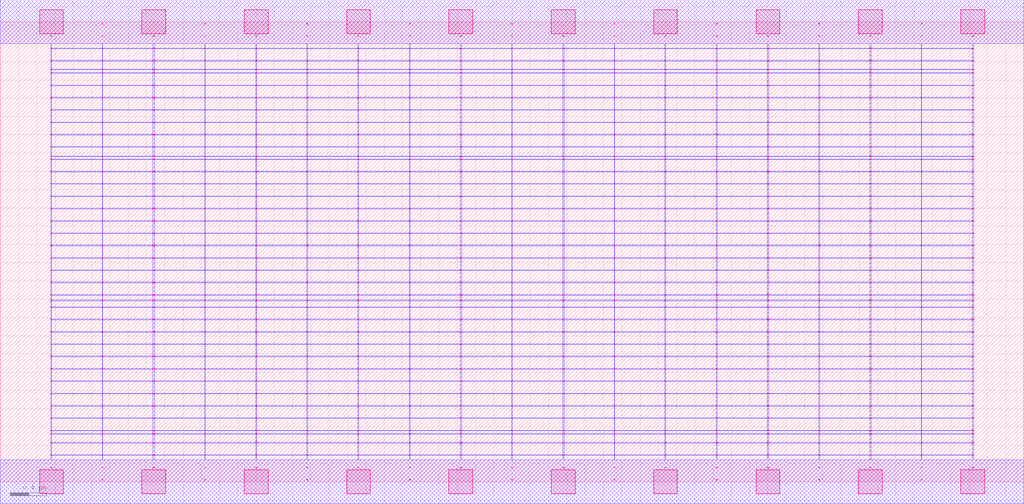
<source format=lef>
MACRO OAOOAOI21121_DEBUG
 CLASS CORE ;
 FOREIGN OAOOAOI21121_DEBUG 0 0 ;
 SIZE 11.200000000000001 BY 5.04 ;
 ORIGIN 0 0 ;
 SYMMETRY X Y R90 ;
 SITE unit ;

 OBS
    LAYER polycont ;
     RECT 5.59600000 2.58300000 5.60400000 2.59100000 ;
     RECT 5.59600000 2.71800000 5.60400000 2.72600000 ;
     RECT 5.59600000 2.85300000 5.60400000 2.86100000 ;
     RECT 5.59600000 2.98800000 5.60400000 2.99600000 ;
     RECT 7.83600000 2.58300000 7.84400000 2.59100000 ;
     RECT 8.39100000 2.58300000 8.40900000 2.59100000 ;
     RECT 8.95600000 2.58300000 8.96400000 2.59100000 ;
     RECT 9.51100000 2.58300000 9.52900000 2.59100000 ;
     RECT 10.07600000 2.58300000 10.08400000 2.59100000 ;
     RECT 10.63600000 2.58300000 10.64900000 2.59100000 ;
     RECT 6.15600000 2.58300000 6.16900000 2.59100000 ;
     RECT 6.15600000 2.71800000 6.16900000 2.72600000 ;
     RECT 6.71600000 2.71800000 6.72400000 2.72600000 ;
     RECT 7.27100000 2.71800000 7.28400000 2.72600000 ;
     RECT 7.83600000 2.71800000 7.84400000 2.72600000 ;
     RECT 8.39100000 2.71800000 8.40900000 2.72600000 ;
     RECT 8.95600000 2.71800000 8.96400000 2.72600000 ;
     RECT 9.51100000 2.71800000 9.52900000 2.72600000 ;
     RECT 10.07600000 2.71800000 10.08400000 2.72600000 ;
     RECT 10.63600000 2.71800000 10.64900000 2.72600000 ;
     RECT 6.71600000 2.58300000 6.72400000 2.59100000 ;
     RECT 6.15600000 2.85300000 6.16900000 2.86100000 ;
     RECT 6.71600000 2.85300000 6.72400000 2.86100000 ;
     RECT 7.27100000 2.85300000 7.28400000 2.86100000 ;
     RECT 7.83600000 2.85300000 7.84400000 2.86100000 ;
     RECT 8.39100000 2.85300000 8.40900000 2.86100000 ;
     RECT 8.95600000 2.85300000 8.96400000 2.86100000 ;
     RECT 9.51100000 2.85300000 9.52900000 2.86100000 ;
     RECT 10.07600000 2.85300000 10.08400000 2.86100000 ;
     RECT 10.63600000 2.85300000 10.64900000 2.86100000 ;
     RECT 7.27100000 2.58300000 7.28400000 2.59100000 ;
     RECT 6.15600000 2.98800000 6.16900000 2.99600000 ;
     RECT 6.71600000 2.98800000 6.72400000 2.99600000 ;
     RECT 7.27100000 2.98800000 7.28400000 2.99600000 ;
     RECT 7.83600000 2.98800000 7.84400000 2.99600000 ;
     RECT 8.39100000 2.98800000 8.40900000 2.99600000 ;
     RECT 8.95600000 2.98800000 8.96400000 2.99600000 ;
     RECT 9.51100000 2.98800000 9.52900000 2.99600000 ;
     RECT 10.07600000 2.98800000 10.08400000 2.99600000 ;
     RECT 10.63600000 2.98800000 10.64900000 2.99600000 ;
     RECT 6.71600000 3.12300000 6.72400000 3.13100000 ;
     RECT 6.71600000 3.25800000 6.72400000 3.26600000 ;
     RECT 6.71600000 3.39300000 6.72400000 3.40100000 ;
     RECT 6.71600000 3.52800000 6.72400000 3.53600000 ;
     RECT 6.71600000 3.56100000 6.72400000 3.56900000 ;
     RECT 6.71600000 3.66300000 6.72400000 3.67100000 ;
     RECT 6.71600000 3.79800000 6.72400000 3.80600000 ;
     RECT 6.71600000 3.93300000 6.72400000 3.94100000 ;
     RECT 6.71600000 4.06800000 6.72400000 4.07600000 ;
     RECT 6.71600000 4.20300000 6.72400000 4.21100000 ;
     RECT 6.71600000 4.33800000 6.72400000 4.34600000 ;
     RECT 6.71600000 4.47300000 6.72400000 4.48100000 ;
     RECT 6.71600000 4.51100000 6.72400000 4.51900000 ;
     RECT 6.71600000 4.60800000 6.72400000 4.61600000 ;
     RECT 6.71600000 4.74300000 6.72400000 4.75100000 ;
     RECT 6.71600000 4.87800000 6.72400000 4.88600000 ;
     RECT 1.67100000 2.58300000 1.68900000 2.59100000 ;
     RECT 0.55100000 2.98800000 0.56400000 2.99600000 ;
     RECT 1.11600000 2.98800000 1.12400000 2.99600000 ;
     RECT 1.67100000 2.98800000 1.68900000 2.99600000 ;
     RECT 2.23600000 2.98800000 2.24400000 2.99600000 ;
     RECT 2.79600000 2.98800000 2.80900000 2.99600000 ;
     RECT 3.35600000 2.98800000 3.36400000 2.99600000 ;
     RECT 3.91100000 2.98800000 3.92400000 2.99600000 ;
     RECT 4.47600000 2.98800000 4.48400000 2.99600000 ;
     RECT 5.03100000 2.98800000 5.04900000 2.99600000 ;
     RECT 2.23600000 2.58300000 2.24400000 2.59100000 ;
     RECT 2.79600000 2.58300000 2.80900000 2.59100000 ;
     RECT 3.35600000 2.58300000 3.36400000 2.59100000 ;
     RECT 3.91100000 2.58300000 3.92400000 2.59100000 ;
     RECT 4.47600000 2.58300000 4.48400000 2.59100000 ;
     RECT 5.03100000 2.58300000 5.04900000 2.59100000 ;
     RECT 0.55100000 2.58300000 0.56400000 2.59100000 ;
     RECT 0.55100000 2.71800000 0.56400000 2.72600000 ;
     RECT 0.55100000 2.85300000 0.56400000 2.86100000 ;
     RECT 1.11600000 2.85300000 1.12400000 2.86100000 ;
     RECT 3.35600000 3.12300000 3.36400000 3.13100000 ;
     RECT 1.67100000 2.85300000 1.68900000 2.86100000 ;
     RECT 3.35600000 3.25800000 3.36400000 3.26600000 ;
     RECT 2.23600000 2.85300000 2.24400000 2.86100000 ;
     RECT 3.35600000 3.39300000 3.36400000 3.40100000 ;
     RECT 2.79600000 2.85300000 2.80900000 2.86100000 ;
     RECT 3.35600000 3.52800000 3.36400000 3.53600000 ;
     RECT 3.35600000 2.85300000 3.36400000 2.86100000 ;
     RECT 3.35600000 3.56100000 3.36400000 3.56900000 ;
     RECT 3.91100000 2.85300000 3.92400000 2.86100000 ;
     RECT 3.35600000 3.66300000 3.36400000 3.67100000 ;
     RECT 4.47600000 2.85300000 4.48400000 2.86100000 ;
     RECT 3.35600000 3.79800000 3.36400000 3.80600000 ;
     RECT 5.03100000 2.85300000 5.04900000 2.86100000 ;
     RECT 3.35600000 3.93300000 3.36400000 3.94100000 ;
     RECT 1.11600000 2.71800000 1.12400000 2.72600000 ;
     RECT 3.35600000 4.06800000 3.36400000 4.07600000 ;
     RECT 1.67100000 2.71800000 1.68900000 2.72600000 ;
     RECT 3.35600000 4.20300000 3.36400000 4.21100000 ;
     RECT 2.23600000 2.71800000 2.24400000 2.72600000 ;
     RECT 3.35600000 4.33800000 3.36400000 4.34600000 ;
     RECT 2.79600000 2.71800000 2.80900000 2.72600000 ;
     RECT 3.35600000 4.47300000 3.36400000 4.48100000 ;
     RECT 3.35600000 2.71800000 3.36400000 2.72600000 ;
     RECT 3.35600000 4.51100000 3.36400000 4.51900000 ;
     RECT 3.91100000 2.71800000 3.92400000 2.72600000 ;
     RECT 3.35600000 4.60800000 3.36400000 4.61600000 ;
     RECT 4.47600000 2.71800000 4.48400000 2.72600000 ;
     RECT 3.35600000 4.74300000 3.36400000 4.75100000 ;
     RECT 5.03100000 2.71800000 5.04900000 2.72600000 ;
     RECT 3.35600000 4.87800000 3.36400000 4.88600000 ;
     RECT 1.11600000 2.58300000 1.12400000 2.59100000 ;
     RECT 2.23600000 1.09800000 2.24400000 1.10600000 ;
     RECT 2.23600000 1.23300000 2.24400000 1.24100000 ;
     RECT 2.23600000 1.36800000 2.24400000 1.37600000 ;
     RECT 2.23600000 1.50300000 2.24400000 1.51100000 ;
     RECT 2.23600000 1.63800000 2.24400000 1.64600000 ;
     RECT 2.23600000 1.77300000 2.24400000 1.78100000 ;
     RECT 2.23600000 1.90800000 2.24400000 1.91600000 ;
     RECT 2.23600000 1.98100000 2.24400000 1.98900000 ;
     RECT 2.23600000 2.04300000 2.24400000 2.05100000 ;
     RECT 2.23600000 2.17800000 2.24400000 2.18600000 ;
     RECT 2.23600000 2.31300000 2.24400000 2.32100000 ;
     RECT 2.23600000 2.44800000 2.24400000 2.45600000 ;
     RECT 2.23600000 0.15300000 2.24400000 0.16100000 ;
     RECT 2.23600000 0.28800000 2.24400000 0.29600000 ;
     RECT 2.23600000 0.42300000 2.24400000 0.43100000 ;
     RECT 2.23600000 0.52100000 2.24400000 0.52900000 ;
     RECT 2.23600000 0.55800000 2.24400000 0.56600000 ;
     RECT 2.23600000 0.69300000 2.24400000 0.70100000 ;
     RECT 2.23600000 0.82800000 2.24400000 0.83600000 ;
     RECT 2.23600000 0.96300000 2.24400000 0.97100000 ;
     RECT 10.07600000 0.69300000 10.08400000 0.70100000 ;
     RECT 10.07600000 2.04300000 10.08400000 2.05100000 ;
     RECT 10.63600000 2.04300000 10.64900000 2.05100000 ;
     RECT 10.63600000 0.69300000 10.64900000 0.70100000 ;
     RECT 10.07600000 2.17800000 10.08400000 2.18600000 ;
     RECT 10.63600000 2.17800000 10.64900000 2.18600000 ;
     RECT 10.63600000 0.15300000 10.64900000 0.16100000 ;
     RECT 10.07600000 2.31300000 10.08400000 2.32100000 ;
     RECT 10.63600000 2.31300000 10.64900000 2.32100000 ;
     RECT 10.07600000 0.82800000 10.08400000 0.83600000 ;
     RECT 10.07600000 2.44800000 10.08400000 2.45600000 ;
     RECT 10.63600000 2.44800000 10.64900000 2.45600000 ;
     RECT 10.63600000 0.82800000 10.64900000 0.83600000 ;
     RECT 10.07600000 0.42300000 10.08400000 0.43100000 ;
     RECT 10.07600000 0.96300000 10.08400000 0.97100000 ;
     RECT 10.63600000 0.96300000 10.64900000 0.97100000 ;
     RECT 10.63600000 0.42300000 10.64900000 0.43100000 ;
     RECT 10.07600000 1.09800000 10.08400000 1.10600000 ;
     RECT 10.63600000 1.09800000 10.64900000 1.10600000 ;
     RECT 10.07600000 0.15300000 10.08400000 0.16100000 ;
     RECT 10.07600000 1.23300000 10.08400000 1.24100000 ;
     RECT 10.63600000 1.23300000 10.64900000 1.24100000 ;
     RECT 10.07600000 0.52100000 10.08400000 0.52900000 ;
     RECT 10.07600000 1.36800000 10.08400000 1.37600000 ;
     RECT 10.63600000 1.36800000 10.64900000 1.37600000 ;
     RECT 10.63600000 0.52100000 10.64900000 0.52900000 ;
     RECT 10.07600000 1.50300000 10.08400000 1.51100000 ;
     RECT 10.63600000 1.50300000 10.64900000 1.51100000 ;
     RECT 10.07600000 0.28800000 10.08400000 0.29600000 ;
     RECT 10.07600000 1.63800000 10.08400000 1.64600000 ;
     RECT 10.63600000 1.63800000 10.64900000 1.64600000 ;
     RECT 10.07600000 0.55800000 10.08400000 0.56600000 ;
     RECT 10.07600000 1.77300000 10.08400000 1.78100000 ;
     RECT 10.63600000 1.77300000 10.64900000 1.78100000 ;
     RECT 10.63600000 0.55800000 10.64900000 0.56600000 ;
     RECT 10.07600000 1.90800000 10.08400000 1.91600000 ;
     RECT 10.63600000 1.90800000 10.64900000 1.91600000 ;
     RECT 10.63600000 0.28800000 10.64900000 0.29600000 ;
     RECT 10.07600000 1.98100000 10.08400000 1.98900000 ;
     RECT 10.63600000 1.98100000 10.64900000 1.98900000 ;

    LAYER pdiffc ;
     RECT 0.55100000 3.39300000 0.55900000 3.40100000 ;
     RECT 2.80100000 3.39300000 2.80900000 3.40100000 ;
     RECT 3.91100000 3.39300000 3.91900000 3.40100000 ;
     RECT 6.16100000 3.39300000 6.16900000 3.40100000 ;
     RECT 7.27100000 3.39300000 7.27900000 3.40100000 ;
     RECT 10.64100000 3.39300000 10.64900000 3.40100000 ;
     RECT 0.55100000 3.52800000 0.55900000 3.53600000 ;
     RECT 2.80100000 3.52800000 2.80900000 3.53600000 ;
     RECT 3.91100000 3.52800000 3.91900000 3.53600000 ;
     RECT 6.16100000 3.52800000 6.16900000 3.53600000 ;
     RECT 7.27100000 3.52800000 7.27900000 3.53600000 ;
     RECT 10.64100000 3.52800000 10.64900000 3.53600000 ;
     RECT 0.55100000 3.56100000 0.55900000 3.56900000 ;
     RECT 2.80100000 3.56100000 2.80900000 3.56900000 ;
     RECT 3.91100000 3.56100000 3.91900000 3.56900000 ;
     RECT 6.16100000 3.56100000 6.16900000 3.56900000 ;
     RECT 7.27100000 3.56100000 7.27900000 3.56900000 ;
     RECT 10.64100000 3.56100000 10.64900000 3.56900000 ;
     RECT 0.55100000 3.66300000 0.55900000 3.67100000 ;
     RECT 2.80100000 3.66300000 2.80900000 3.67100000 ;
     RECT 3.91100000 3.66300000 3.91900000 3.67100000 ;
     RECT 6.16100000 3.66300000 6.16900000 3.67100000 ;
     RECT 7.27100000 3.66300000 7.27900000 3.67100000 ;
     RECT 10.64100000 3.66300000 10.64900000 3.67100000 ;
     RECT 0.55100000 3.79800000 0.55900000 3.80600000 ;
     RECT 2.80100000 3.79800000 2.80900000 3.80600000 ;
     RECT 3.91100000 3.79800000 3.91900000 3.80600000 ;
     RECT 6.16100000 3.79800000 6.16900000 3.80600000 ;
     RECT 7.27100000 3.79800000 7.27900000 3.80600000 ;
     RECT 10.64100000 3.79800000 10.64900000 3.80600000 ;
     RECT 0.55100000 3.93300000 0.55900000 3.94100000 ;
     RECT 2.80100000 3.93300000 2.80900000 3.94100000 ;
     RECT 3.91100000 3.93300000 3.91900000 3.94100000 ;
     RECT 6.16100000 3.93300000 6.16900000 3.94100000 ;
     RECT 7.27100000 3.93300000 7.27900000 3.94100000 ;
     RECT 10.64100000 3.93300000 10.64900000 3.94100000 ;
     RECT 0.55100000 4.06800000 0.55900000 4.07600000 ;
     RECT 2.80100000 4.06800000 2.80900000 4.07600000 ;
     RECT 3.91100000 4.06800000 3.91900000 4.07600000 ;
     RECT 6.16100000 4.06800000 6.16900000 4.07600000 ;
     RECT 7.27100000 4.06800000 7.27900000 4.07600000 ;
     RECT 10.64100000 4.06800000 10.64900000 4.07600000 ;
     RECT 0.55100000 4.20300000 0.55900000 4.21100000 ;
     RECT 2.80100000 4.20300000 2.80900000 4.21100000 ;
     RECT 3.91100000 4.20300000 3.91900000 4.21100000 ;
     RECT 6.16100000 4.20300000 6.16900000 4.21100000 ;
     RECT 7.27100000 4.20300000 7.27900000 4.21100000 ;
     RECT 10.64100000 4.20300000 10.64900000 4.21100000 ;
     RECT 0.55100000 4.33800000 0.55900000 4.34600000 ;
     RECT 2.80100000 4.33800000 2.80900000 4.34600000 ;
     RECT 3.91100000 4.33800000 3.91900000 4.34600000 ;
     RECT 6.16100000 4.33800000 6.16900000 4.34600000 ;
     RECT 7.27100000 4.33800000 7.27900000 4.34600000 ;
     RECT 10.64100000 4.33800000 10.64900000 4.34600000 ;
     RECT 0.55100000 4.47300000 0.55900000 4.48100000 ;
     RECT 2.80100000 4.47300000 2.80900000 4.48100000 ;
     RECT 3.91100000 4.47300000 3.91900000 4.48100000 ;
     RECT 6.16100000 4.47300000 6.16900000 4.48100000 ;
     RECT 7.27100000 4.47300000 7.27900000 4.48100000 ;
     RECT 10.64100000 4.47300000 10.64900000 4.48100000 ;
     RECT 0.55100000 4.51100000 0.55900000 4.51900000 ;
     RECT 2.80100000 4.51100000 2.80900000 4.51900000 ;
     RECT 3.91100000 4.51100000 3.91900000 4.51900000 ;
     RECT 6.16100000 4.51100000 6.16900000 4.51900000 ;
     RECT 7.27100000 4.51100000 7.27900000 4.51900000 ;
     RECT 10.64100000 4.51100000 10.64900000 4.51900000 ;
     RECT 0.55100000 4.60800000 0.55900000 4.61600000 ;
     RECT 2.80100000 4.60800000 2.80900000 4.61600000 ;
     RECT 3.91100000 4.60800000 3.91900000 4.61600000 ;
     RECT 6.16100000 4.60800000 6.16900000 4.61600000 ;
     RECT 7.27100000 4.60800000 7.27900000 4.61600000 ;
     RECT 10.64100000 4.60800000 10.64900000 4.61600000 ;

    LAYER ndiffc ;
     RECT 5.03100000 0.42300000 5.04900000 0.43100000 ;
     RECT 5.03100000 0.52100000 5.04900000 0.52900000 ;
     RECT 5.03100000 0.55800000 5.04900000 0.56600000 ;
     RECT 5.03100000 0.69300000 5.04900000 0.70100000 ;
     RECT 5.03100000 0.82800000 5.04900000 0.83600000 ;
     RECT 5.03100000 0.96300000 5.04900000 0.97100000 ;
     RECT 5.03100000 1.09800000 5.04900000 1.10600000 ;
     RECT 5.03100000 1.23300000 5.04900000 1.24100000 ;
     RECT 5.03100000 1.36800000 5.04900000 1.37600000 ;
     RECT 5.03100000 1.50300000 5.04900000 1.51100000 ;
     RECT 5.03100000 1.63800000 5.04900000 1.64600000 ;
     RECT 5.03100000 1.77300000 5.04900000 1.78100000 ;
     RECT 5.03100000 1.90800000 5.04900000 1.91600000 ;
     RECT 5.03100000 1.98100000 5.04900000 1.98900000 ;
     RECT 5.03100000 2.04300000 5.04900000 2.05100000 ;
     RECT 8.39100000 0.42300000 8.40900000 0.43100000 ;
     RECT 6.15600000 0.69300000 6.16900000 0.70100000 ;
     RECT 7.27100000 0.69300000 7.28400000 0.70100000 ;
     RECT 8.39100000 0.69300000 8.40900000 0.70100000 ;
     RECT 9.51100000 0.69300000 9.52900000 0.70100000 ;
     RECT 9.51100000 0.42300000 9.52900000 0.43100000 ;
     RECT 6.15600000 0.82800000 6.16900000 0.83600000 ;
     RECT 7.27100000 0.82800000 7.28400000 0.83600000 ;
     RECT 8.39100000 0.82800000 8.40900000 0.83600000 ;
     RECT 9.51100000 0.82800000 9.52900000 0.83600000 ;
     RECT 6.15600000 0.42300000 6.16900000 0.43100000 ;
     RECT 6.15600000 0.96300000 6.16900000 0.97100000 ;
     RECT 7.27100000 0.96300000 7.28400000 0.97100000 ;
     RECT 8.39100000 0.96300000 8.40900000 0.97100000 ;
     RECT 9.51100000 0.96300000 9.52900000 0.97100000 ;
     RECT 6.15600000 0.52100000 6.16900000 0.52900000 ;
     RECT 6.15600000 1.09800000 6.16900000 1.10600000 ;
     RECT 7.27100000 1.09800000 7.28400000 1.10600000 ;
     RECT 8.39100000 1.09800000 8.40900000 1.10600000 ;
     RECT 9.51100000 1.09800000 9.52900000 1.10600000 ;
     RECT 7.27100000 0.52100000 7.28400000 0.52900000 ;
     RECT 6.15600000 1.23300000 6.16900000 1.24100000 ;
     RECT 7.27100000 1.23300000 7.28400000 1.24100000 ;
     RECT 8.39100000 1.23300000 8.40900000 1.24100000 ;
     RECT 9.51100000 1.23300000 9.52900000 1.24100000 ;
     RECT 8.39100000 0.52100000 8.40900000 0.52900000 ;
     RECT 6.15600000 1.36800000 6.16900000 1.37600000 ;
     RECT 7.27100000 1.36800000 7.28400000 1.37600000 ;
     RECT 8.39100000 1.36800000 8.40900000 1.37600000 ;
     RECT 9.51100000 1.36800000 9.52900000 1.37600000 ;
     RECT 9.51100000 0.52100000 9.52900000 0.52900000 ;
     RECT 6.15600000 1.50300000 6.16900000 1.51100000 ;
     RECT 7.27100000 1.50300000 7.28400000 1.51100000 ;
     RECT 8.39100000 1.50300000 8.40900000 1.51100000 ;
     RECT 9.51100000 1.50300000 9.52900000 1.51100000 ;
     RECT 7.27100000 0.42300000 7.28400000 0.43100000 ;
     RECT 6.15600000 1.63800000 6.16900000 1.64600000 ;
     RECT 7.27100000 1.63800000 7.28400000 1.64600000 ;
     RECT 8.39100000 1.63800000 8.40900000 1.64600000 ;
     RECT 9.51100000 1.63800000 9.52900000 1.64600000 ;
     RECT 6.15600000 0.55800000 6.16900000 0.56600000 ;
     RECT 6.15600000 1.77300000 6.16900000 1.78100000 ;
     RECT 7.27100000 1.77300000 7.28400000 1.78100000 ;
     RECT 8.39100000 1.77300000 8.40900000 1.78100000 ;
     RECT 9.51100000 1.77300000 9.52900000 1.78100000 ;
     RECT 7.27100000 0.55800000 7.28400000 0.56600000 ;
     RECT 6.15600000 1.90800000 6.16900000 1.91600000 ;
     RECT 7.27100000 1.90800000 7.28400000 1.91600000 ;
     RECT 8.39100000 1.90800000 8.40900000 1.91600000 ;
     RECT 9.51100000 1.90800000 9.52900000 1.91600000 ;
     RECT 8.39100000 0.55800000 8.40900000 0.56600000 ;
     RECT 6.15600000 1.98100000 6.16900000 1.98900000 ;
     RECT 7.27100000 1.98100000 7.28400000 1.98900000 ;
     RECT 8.39100000 1.98100000 8.40900000 1.98900000 ;
     RECT 9.51100000 1.98100000 9.52900000 1.98900000 ;
     RECT 9.51100000 0.55800000 9.52900000 0.56600000 ;
     RECT 6.15600000 2.04300000 6.16900000 2.05100000 ;
     RECT 7.27100000 2.04300000 7.28400000 2.05100000 ;
     RECT 8.39100000 2.04300000 8.40900000 2.05100000 ;
     RECT 9.51100000 2.04300000 9.52900000 2.05100000 ;
     RECT 3.91100000 1.36800000 3.92400000 1.37600000 ;
     RECT 2.79600000 0.55800000 2.80900000 0.56600000 ;
     RECT 3.91100000 0.55800000 3.92400000 0.56600000 ;
     RECT 1.67100000 0.52100000 1.68900000 0.52900000 ;
     RECT 2.79600000 0.52100000 2.80900000 0.52900000 ;
     RECT 3.91100000 0.52100000 3.92400000 0.52900000 ;
     RECT 0.55100000 1.50300000 0.56400000 1.51100000 ;
     RECT 1.67100000 1.50300000 1.68900000 1.51100000 ;
     RECT 2.79600000 1.50300000 2.80900000 1.51100000 ;
     RECT 3.91100000 1.50300000 3.92400000 1.51100000 ;
     RECT 0.55100000 0.96300000 0.56400000 0.97100000 ;
     RECT 1.67100000 0.96300000 1.68900000 0.97100000 ;
     RECT 2.79600000 0.96300000 2.80900000 0.97100000 ;
     RECT 3.91100000 0.96300000 3.92400000 0.97100000 ;
     RECT 1.67100000 0.42300000 1.68900000 0.43100000 ;
     RECT 0.55100000 1.63800000 0.56400000 1.64600000 ;
     RECT 1.67100000 1.63800000 1.68900000 1.64600000 ;
     RECT 2.79600000 1.63800000 2.80900000 1.64600000 ;
     RECT 3.91100000 1.63800000 3.92400000 1.64600000 ;
     RECT 2.79600000 0.42300000 2.80900000 0.43100000 ;
     RECT 0.55100000 0.69300000 0.56400000 0.70100000 ;
     RECT 1.67100000 0.69300000 1.68900000 0.70100000 ;
     RECT 2.79600000 0.69300000 2.80900000 0.70100000 ;
     RECT 0.55100000 1.09800000 0.56400000 1.10600000 ;
     RECT 0.55100000 1.77300000 0.56400000 1.78100000 ;
     RECT 1.67100000 1.77300000 1.68900000 1.78100000 ;
     RECT 2.79600000 1.77300000 2.80900000 1.78100000 ;
     RECT 3.91100000 1.77300000 3.92400000 1.78100000 ;
     RECT 1.67100000 1.09800000 1.68900000 1.10600000 ;
     RECT 2.79600000 1.09800000 2.80900000 1.10600000 ;
     RECT 3.91100000 1.09800000 3.92400000 1.10600000 ;
     RECT 3.91100000 0.69300000 3.92400000 0.70100000 ;
     RECT 3.91100000 0.42300000 3.92400000 0.43100000 ;
     RECT 0.55100000 1.90800000 0.56400000 1.91600000 ;
     RECT 1.67100000 1.90800000 1.68900000 1.91600000 ;
     RECT 2.79600000 1.90800000 2.80900000 1.91600000 ;
     RECT 3.91100000 1.90800000 3.92400000 1.91600000 ;
     RECT 0.55100000 0.42300000 0.56400000 0.43100000 ;
     RECT 0.55100000 0.52100000 0.56400000 0.52900000 ;
     RECT 0.55100000 0.55800000 0.56400000 0.56600000 ;
     RECT 0.55100000 1.23300000 0.56400000 1.24100000 ;
     RECT 1.67100000 1.23300000 1.68900000 1.24100000 ;
     RECT 0.55100000 1.98100000 0.56400000 1.98900000 ;
     RECT 1.67100000 1.98100000 1.68900000 1.98900000 ;
     RECT 2.79600000 1.98100000 2.80900000 1.98900000 ;
     RECT 3.91100000 1.98100000 3.92400000 1.98900000 ;
     RECT 2.79600000 1.23300000 2.80900000 1.24100000 ;
     RECT 3.91100000 1.23300000 3.92400000 1.24100000 ;
     RECT 1.67100000 0.55800000 1.68900000 0.56600000 ;
     RECT 0.55100000 0.82800000 0.56400000 0.83600000 ;
     RECT 1.67100000 0.82800000 1.68900000 0.83600000 ;
     RECT 0.55100000 2.04300000 0.56400000 2.05100000 ;
     RECT 1.67100000 2.04300000 1.68900000 2.05100000 ;
     RECT 2.79600000 2.04300000 2.80900000 2.05100000 ;
     RECT 3.91100000 2.04300000 3.92400000 2.05100000 ;
     RECT 2.79600000 0.82800000 2.80900000 0.83600000 ;
     RECT 3.91100000 0.82800000 3.92400000 0.83600000 ;
     RECT 0.55100000 1.36800000 0.56400000 1.37600000 ;
     RECT 1.67100000 1.36800000 1.68900000 1.37600000 ;
     RECT 2.79600000 1.36800000 2.80900000 1.37600000 ;

    LAYER met1 ;
     RECT 0.00000000 -0.24000000 11.20000000 0.24000000 ;
     RECT 5.59600000 0.24000000 5.60400000 0.28800000 ;
     RECT 0.55100000 0.28800000 10.64900000 0.29600000 ;
     RECT 5.59600000 0.29600000 5.60400000 0.42300000 ;
     RECT 0.55100000 0.42300000 10.64900000 0.43100000 ;
     RECT 5.59600000 0.43100000 5.60400000 0.52100000 ;
     RECT 0.55100000 0.52100000 10.64900000 0.52900000 ;
     RECT 5.59600000 0.52900000 5.60400000 0.55800000 ;
     RECT 0.55100000 0.55800000 10.64900000 0.56600000 ;
     RECT 5.59600000 0.56600000 5.60400000 0.69300000 ;
     RECT 0.55100000 0.69300000 10.64900000 0.70100000 ;
     RECT 5.59600000 0.70100000 5.60400000 0.82800000 ;
     RECT 0.55100000 0.82800000 10.64900000 0.83600000 ;
     RECT 5.59600000 0.83600000 5.60400000 0.96300000 ;
     RECT 0.55100000 0.96300000 10.64900000 0.97100000 ;
     RECT 5.59600000 0.97100000 5.60400000 1.09800000 ;
     RECT 0.55100000 1.09800000 10.64900000 1.10600000 ;
     RECT 5.59600000 1.10600000 5.60400000 1.23300000 ;
     RECT 0.55100000 1.23300000 10.64900000 1.24100000 ;
     RECT 5.59600000 1.24100000 5.60400000 1.36800000 ;
     RECT 0.55100000 1.36800000 10.64900000 1.37600000 ;
     RECT 5.59600000 1.37600000 5.60400000 1.50300000 ;
     RECT 0.55100000 1.50300000 10.64900000 1.51100000 ;
     RECT 5.59600000 1.51100000 5.60400000 1.63800000 ;
     RECT 0.55100000 1.63800000 10.64900000 1.64600000 ;
     RECT 5.59600000 1.64600000 5.60400000 1.77300000 ;
     RECT 0.55100000 1.77300000 10.64900000 1.78100000 ;
     RECT 5.59600000 1.78100000 5.60400000 1.90800000 ;
     RECT 0.55100000 1.90800000 10.64900000 1.91600000 ;
     RECT 5.59600000 1.91600000 5.60400000 1.98100000 ;
     RECT 0.55100000 1.98100000 10.64900000 1.98900000 ;
     RECT 5.59600000 1.98900000 5.60400000 2.04300000 ;
     RECT 0.55100000 2.04300000 10.64900000 2.05100000 ;
     RECT 5.59600000 2.05100000 5.60400000 2.17800000 ;
     RECT 0.55100000 2.17800000 10.64900000 2.18600000 ;
     RECT 5.59600000 2.18600000 5.60400000 2.31300000 ;
     RECT 0.55100000 2.31300000 10.64900000 2.32100000 ;
     RECT 5.59600000 2.32100000 5.60400000 2.44800000 ;
     RECT 0.55100000 2.44800000 10.64900000 2.45600000 ;
     RECT 0.55100000 2.45600000 0.56400000 2.58300000 ;
     RECT 1.11600000 2.45600000 1.12400000 2.58300000 ;
     RECT 1.67100000 2.45600000 1.68900000 2.58300000 ;
     RECT 2.23600000 2.45600000 2.24400000 2.58300000 ;
     RECT 2.79600000 2.45600000 2.80900000 2.58300000 ;
     RECT 3.35600000 2.45600000 3.36400000 2.58300000 ;
     RECT 3.91100000 2.45600000 3.92400000 2.58300000 ;
     RECT 4.47600000 2.45600000 4.48400000 2.58300000 ;
     RECT 5.03100000 2.45600000 5.04900000 2.58300000 ;
     RECT 5.59600000 2.45600000 5.60400000 2.58300000 ;
     RECT 6.15600000 2.45600000 6.16900000 2.58300000 ;
     RECT 6.71600000 2.45600000 6.72400000 2.58300000 ;
     RECT 7.27100000 2.45600000 7.28400000 2.58300000 ;
     RECT 7.83600000 2.45600000 7.84400000 2.58300000 ;
     RECT 8.39100000 2.45600000 8.40900000 2.58300000 ;
     RECT 8.95600000 2.45600000 8.96400000 2.58300000 ;
     RECT 9.51100000 2.45600000 9.52900000 2.58300000 ;
     RECT 10.07600000 2.45600000 10.08400000 2.58300000 ;
     RECT 10.63600000 2.45600000 10.64900000 2.58300000 ;
     RECT 0.55100000 2.58300000 10.64900000 2.59100000 ;
     RECT 5.59600000 2.59100000 5.60400000 2.71800000 ;
     RECT 0.55100000 2.71800000 10.64900000 2.72600000 ;
     RECT 5.59600000 2.72600000 5.60400000 2.85300000 ;
     RECT 0.55100000 2.85300000 10.64900000 2.86100000 ;
     RECT 5.59600000 2.86100000 5.60400000 2.98800000 ;
     RECT 0.55100000 2.98800000 10.64900000 2.99600000 ;
     RECT 5.59600000 2.99600000 5.60400000 3.12300000 ;
     RECT 0.55100000 3.12300000 10.64900000 3.13100000 ;
     RECT 5.59600000 3.13100000 5.60400000 3.25800000 ;
     RECT 0.55100000 3.25800000 10.64900000 3.26600000 ;
     RECT 5.59600000 3.26600000 5.60400000 3.39300000 ;
     RECT 0.55100000 3.39300000 10.64900000 3.40100000 ;
     RECT 5.59600000 3.40100000 5.60400000 3.52800000 ;
     RECT 0.55100000 3.52800000 10.64900000 3.53600000 ;
     RECT 5.59600000 3.53600000 5.60400000 3.56100000 ;
     RECT 0.55100000 3.56100000 10.64900000 3.56900000 ;
     RECT 5.59600000 3.56900000 5.60400000 3.66300000 ;
     RECT 0.55100000 3.66300000 10.64900000 3.67100000 ;
     RECT 5.59600000 3.67100000 5.60400000 3.79800000 ;
     RECT 0.55100000 3.79800000 10.64900000 3.80600000 ;
     RECT 5.59600000 3.80600000 5.60400000 3.93300000 ;
     RECT 0.55100000 3.93300000 10.64900000 3.94100000 ;
     RECT 5.59600000 3.94100000 5.60400000 4.06800000 ;
     RECT 0.55100000 4.06800000 10.64900000 4.07600000 ;
     RECT 5.59600000 4.07600000 5.60400000 4.20300000 ;
     RECT 0.55100000 4.20300000 10.64900000 4.21100000 ;
     RECT 5.59600000 4.21100000 5.60400000 4.33800000 ;
     RECT 0.55100000 4.33800000 10.64900000 4.34600000 ;
     RECT 5.59600000 4.34600000 5.60400000 4.47300000 ;
     RECT 0.55100000 4.47300000 10.64900000 4.48100000 ;
     RECT 5.59600000 4.48100000 5.60400000 4.51100000 ;
     RECT 0.55100000 4.51100000 10.64900000 4.51900000 ;
     RECT 5.59600000 4.51900000 5.60400000 4.60800000 ;
     RECT 0.55100000 4.60800000 10.64900000 4.61600000 ;
     RECT 5.59600000 4.61600000 5.60400000 4.74300000 ;
     RECT 0.55100000 4.74300000 10.64900000 4.75100000 ;
     RECT 5.59600000 4.75100000 5.60400000 4.80000000 ;
     RECT 0.00000000 4.80000000 11.20000000 5.28000000 ;
     RECT 8.39100000 2.99600000 8.40900000 3.12300000 ;
     RECT 8.39100000 3.13100000 8.40900000 3.25800000 ;
     RECT 8.39100000 3.26600000 8.40900000 3.39300000 ;
     RECT 8.39100000 3.40100000 8.40900000 3.52800000 ;
     RECT 8.39100000 3.53600000 8.40900000 3.56100000 ;
     RECT 8.39100000 2.72600000 8.40900000 2.85300000 ;
     RECT 8.39100000 3.56900000 8.40900000 3.66300000 ;
     RECT 8.39100000 3.67100000 8.40900000 3.79800000 ;
     RECT 6.15600000 3.80600000 6.16900000 3.93300000 ;
     RECT 6.71600000 3.80600000 6.72400000 3.93300000 ;
     RECT 7.27100000 3.80600000 7.28400000 3.93300000 ;
     RECT 7.83600000 3.80600000 7.84400000 3.93300000 ;
     RECT 8.39100000 3.80600000 8.40900000 3.93300000 ;
     RECT 8.95600000 3.80600000 8.96400000 3.93300000 ;
     RECT 9.51100000 3.80600000 9.52900000 3.93300000 ;
     RECT 10.07600000 3.80600000 10.08400000 3.93300000 ;
     RECT 10.63600000 3.80600000 10.64900000 3.93300000 ;
     RECT 8.39100000 3.94100000 8.40900000 4.06800000 ;
     RECT 8.39100000 4.07600000 8.40900000 4.20300000 ;
     RECT 8.39100000 4.21100000 8.40900000 4.33800000 ;
     RECT 8.39100000 2.86100000 8.40900000 2.98800000 ;
     RECT 8.39100000 4.34600000 8.40900000 4.47300000 ;
     RECT 8.39100000 4.48100000 8.40900000 4.51100000 ;
     RECT 8.39100000 2.59100000 8.40900000 2.71800000 ;
     RECT 8.39100000 4.51900000 8.40900000 4.60800000 ;
     RECT 8.39100000 4.61600000 8.40900000 4.74300000 ;
     RECT 8.39100000 4.75100000 8.40900000 4.80000000 ;
     RECT 9.51100000 3.94100000 9.52900000 4.06800000 ;
     RECT 8.95600000 4.21100000 8.96400000 4.33800000 ;
     RECT 9.51100000 4.21100000 9.52900000 4.33800000 ;
     RECT 10.07600000 4.21100000 10.08400000 4.33800000 ;
     RECT 10.63600000 4.21100000 10.64900000 4.33800000 ;
     RECT 10.07600000 3.94100000 10.08400000 4.06800000 ;
     RECT 10.63600000 3.94100000 10.64900000 4.06800000 ;
     RECT 8.95600000 4.34600000 8.96400000 4.47300000 ;
     RECT 9.51100000 4.34600000 9.52900000 4.47300000 ;
     RECT 10.07600000 4.34600000 10.08400000 4.47300000 ;
     RECT 10.63600000 4.34600000 10.64900000 4.47300000 ;
     RECT 8.95600000 3.94100000 8.96400000 4.06800000 ;
     RECT 8.95600000 4.48100000 8.96400000 4.51100000 ;
     RECT 9.51100000 4.48100000 9.52900000 4.51100000 ;
     RECT 10.07600000 4.48100000 10.08400000 4.51100000 ;
     RECT 10.63600000 4.48100000 10.64900000 4.51100000 ;
     RECT 8.95600000 4.07600000 8.96400000 4.20300000 ;
     RECT 9.51100000 4.07600000 9.52900000 4.20300000 ;
     RECT 8.95600000 4.51900000 8.96400000 4.60800000 ;
     RECT 9.51100000 4.51900000 9.52900000 4.60800000 ;
     RECT 10.07600000 4.51900000 10.08400000 4.60800000 ;
     RECT 10.63600000 4.51900000 10.64900000 4.60800000 ;
     RECT 10.07600000 4.07600000 10.08400000 4.20300000 ;
     RECT 8.95600000 4.61600000 8.96400000 4.74300000 ;
     RECT 9.51100000 4.61600000 9.52900000 4.74300000 ;
     RECT 10.07600000 4.61600000 10.08400000 4.74300000 ;
     RECT 10.63600000 4.61600000 10.64900000 4.74300000 ;
     RECT 10.63600000 4.07600000 10.64900000 4.20300000 ;
     RECT 8.95600000 4.75100000 8.96400000 4.80000000 ;
     RECT 9.51100000 4.75100000 9.52900000 4.80000000 ;
     RECT 10.07600000 4.75100000 10.08400000 4.80000000 ;
     RECT 10.63600000 4.75100000 10.64900000 4.80000000 ;
     RECT 6.71600000 4.07600000 6.72400000 4.20300000 ;
     RECT 7.27100000 4.07600000 7.28400000 4.20300000 ;
     RECT 7.83600000 4.07600000 7.84400000 4.20300000 ;
     RECT 6.71600000 3.94100000 6.72400000 4.06800000 ;
     RECT 7.27100000 3.94100000 7.28400000 4.06800000 ;
     RECT 6.15600000 4.51900000 6.16900000 4.60800000 ;
     RECT 6.71600000 4.51900000 6.72400000 4.60800000 ;
     RECT 7.27100000 4.51900000 7.28400000 4.60800000 ;
     RECT 7.83600000 4.51900000 7.84400000 4.60800000 ;
     RECT 7.83600000 3.94100000 7.84400000 4.06800000 ;
     RECT 6.15600000 4.34600000 6.16900000 4.47300000 ;
     RECT 6.71600000 4.34600000 6.72400000 4.47300000 ;
     RECT 7.27100000 4.34600000 7.28400000 4.47300000 ;
     RECT 7.83600000 4.34600000 7.84400000 4.47300000 ;
     RECT 6.15600000 4.61600000 6.16900000 4.74300000 ;
     RECT 6.71600000 4.61600000 6.72400000 4.74300000 ;
     RECT 7.27100000 4.61600000 7.28400000 4.74300000 ;
     RECT 7.83600000 4.61600000 7.84400000 4.74300000 ;
     RECT 6.15600000 3.94100000 6.16900000 4.06800000 ;
     RECT 6.15600000 4.07600000 6.16900000 4.20300000 ;
     RECT 6.15600000 4.21100000 6.16900000 4.33800000 ;
     RECT 6.71600000 4.21100000 6.72400000 4.33800000 ;
     RECT 7.27100000 4.21100000 7.28400000 4.33800000 ;
     RECT 6.15600000 4.75100000 6.16900000 4.80000000 ;
     RECT 6.71600000 4.75100000 6.72400000 4.80000000 ;
     RECT 7.27100000 4.75100000 7.28400000 4.80000000 ;
     RECT 7.83600000 4.75100000 7.84400000 4.80000000 ;
     RECT 6.15600000 4.48100000 6.16900000 4.51100000 ;
     RECT 6.71600000 4.48100000 6.72400000 4.51100000 ;
     RECT 7.27100000 4.48100000 7.28400000 4.51100000 ;
     RECT 7.83600000 4.48100000 7.84400000 4.51100000 ;
     RECT 7.83600000 4.21100000 7.84400000 4.33800000 ;
     RECT 7.27100000 3.53600000 7.28400000 3.56100000 ;
     RECT 7.83600000 3.53600000 7.84400000 3.56100000 ;
     RECT 7.83600000 3.13100000 7.84400000 3.25800000 ;
     RECT 6.15600000 2.86100000 6.16900000 2.98800000 ;
     RECT 6.71600000 2.86100000 6.72400000 2.98800000 ;
     RECT 7.83600000 2.72600000 7.84400000 2.85300000 ;
     RECT 6.15600000 3.13100000 6.16900000 3.25800000 ;
     RECT 6.15600000 3.56900000 6.16900000 3.66300000 ;
     RECT 6.71600000 3.56900000 6.72400000 3.66300000 ;
     RECT 7.27100000 3.56900000 7.28400000 3.66300000 ;
     RECT 7.83600000 3.56900000 7.84400000 3.66300000 ;
     RECT 6.15600000 2.59100000 6.16900000 2.71800000 ;
     RECT 6.15600000 3.67100000 6.16900000 3.79800000 ;
     RECT 6.71600000 3.67100000 6.72400000 3.79800000 ;
     RECT 7.27100000 2.86100000 7.28400000 2.98800000 ;
     RECT 7.83600000 2.86100000 7.84400000 2.98800000 ;
     RECT 7.27100000 3.67100000 7.28400000 3.79800000 ;
     RECT 7.83600000 3.67100000 7.84400000 3.79800000 ;
     RECT 6.15600000 2.99600000 6.16900000 3.12300000 ;
     RECT 6.15600000 3.26600000 6.16900000 3.39300000 ;
     RECT 6.71600000 3.26600000 6.72400000 3.39300000 ;
     RECT 7.27100000 3.26600000 7.28400000 3.39300000 ;
     RECT 7.83600000 3.26600000 7.84400000 3.39300000 ;
     RECT 6.71600000 3.13100000 6.72400000 3.25800000 ;
     RECT 6.71600000 2.59100000 6.72400000 2.71800000 ;
     RECT 6.15600000 2.72600000 6.16900000 2.85300000 ;
     RECT 6.15600000 3.40100000 6.16900000 3.52800000 ;
     RECT 6.71600000 3.40100000 6.72400000 3.52800000 ;
     RECT 6.71600000 2.99600000 6.72400000 3.12300000 ;
     RECT 7.27100000 2.99600000 7.28400000 3.12300000 ;
     RECT 7.27100000 3.40100000 7.28400000 3.52800000 ;
     RECT 7.27100000 2.59100000 7.28400000 2.71800000 ;
     RECT 7.83600000 2.59100000 7.84400000 2.71800000 ;
     RECT 7.83600000 3.40100000 7.84400000 3.52800000 ;
     RECT 7.27100000 3.13100000 7.28400000 3.25800000 ;
     RECT 6.71600000 2.72600000 6.72400000 2.85300000 ;
     RECT 7.27100000 2.72600000 7.28400000 2.85300000 ;
     RECT 6.15600000 3.53600000 6.16900000 3.56100000 ;
     RECT 6.71600000 3.53600000 6.72400000 3.56100000 ;
     RECT 7.83600000 2.99600000 7.84400000 3.12300000 ;
     RECT 10.07600000 3.56900000 10.08400000 3.66300000 ;
     RECT 10.63600000 3.56900000 10.64900000 3.66300000 ;
     RECT 8.95600000 2.72600000 8.96400000 2.85300000 ;
     RECT 9.51100000 2.72600000 9.52900000 2.85300000 ;
     RECT 8.95600000 2.99600000 8.96400000 3.12300000 ;
     RECT 8.95600000 3.40100000 8.96400000 3.52800000 ;
     RECT 10.63600000 2.86100000 10.64900000 2.98800000 ;
     RECT 9.51100000 3.40100000 9.52900000 3.52800000 ;
     RECT 10.07600000 3.40100000 10.08400000 3.52800000 ;
     RECT 10.63600000 3.40100000 10.64900000 3.52800000 ;
     RECT 8.95600000 3.67100000 8.96400000 3.79800000 ;
     RECT 9.51100000 3.67100000 9.52900000 3.79800000 ;
     RECT 10.07600000 3.67100000 10.08400000 3.79800000 ;
     RECT 10.63600000 3.67100000 10.64900000 3.79800000 ;
     RECT 10.07600000 2.72600000 10.08400000 2.85300000 ;
     RECT 10.63600000 2.72600000 10.64900000 2.85300000 ;
     RECT 9.51100000 2.99600000 9.52900000 3.12300000 ;
     RECT 8.95600000 2.59100000 8.96400000 2.71800000 ;
     RECT 10.07600000 2.99600000 10.08400000 3.12300000 ;
     RECT 10.63600000 2.99600000 10.64900000 3.12300000 ;
     RECT 9.51100000 2.59100000 9.52900000 2.71800000 ;
     RECT 8.95600000 3.26600000 8.96400000 3.39300000 ;
     RECT 9.51100000 3.26600000 9.52900000 3.39300000 ;
     RECT 10.07600000 3.26600000 10.08400000 3.39300000 ;
     RECT 8.95600000 3.53600000 8.96400000 3.56100000 ;
     RECT 8.95600000 2.86100000 8.96400000 2.98800000 ;
     RECT 9.51100000 3.53600000 9.52900000 3.56100000 ;
     RECT 10.07600000 3.53600000 10.08400000 3.56100000 ;
     RECT 10.63600000 3.53600000 10.64900000 3.56100000 ;
     RECT 10.63600000 3.26600000 10.64900000 3.39300000 ;
     RECT 8.95600000 3.13100000 8.96400000 3.25800000 ;
     RECT 9.51100000 3.13100000 9.52900000 3.25800000 ;
     RECT 10.07600000 3.13100000 10.08400000 3.25800000 ;
     RECT 10.63600000 3.13100000 10.64900000 3.25800000 ;
     RECT 10.63600000 2.59100000 10.64900000 2.71800000 ;
     RECT 9.51100000 2.86100000 9.52900000 2.98800000 ;
     RECT 10.07600000 2.86100000 10.08400000 2.98800000 ;
     RECT 10.07600000 2.59100000 10.08400000 2.71800000 ;
     RECT 8.95600000 3.56900000 8.96400000 3.66300000 ;
     RECT 9.51100000 3.56900000 9.52900000 3.66300000 ;
     RECT 2.79600000 2.59100000 2.80900000 2.71800000 ;
     RECT 2.79600000 2.99600000 2.80900000 3.12300000 ;
     RECT 2.79600000 3.94100000 2.80900000 4.06800000 ;
     RECT 2.79600000 3.40100000 2.80900000 3.52800000 ;
     RECT 2.79600000 4.07600000 2.80900000 4.20300000 ;
     RECT 2.79600000 4.21100000 2.80900000 4.33800000 ;
     RECT 2.79600000 3.53600000 2.80900000 3.56100000 ;
     RECT 2.79600000 4.34600000 2.80900000 4.47300000 ;
     RECT 2.79600000 3.13100000 2.80900000 3.25800000 ;
     RECT 2.79600000 3.56900000 2.80900000 3.66300000 ;
     RECT 2.79600000 4.48100000 2.80900000 4.51100000 ;
     RECT 2.79600000 2.86100000 2.80900000 2.98800000 ;
     RECT 2.79600000 4.51900000 2.80900000 4.60800000 ;
     RECT 2.79600000 2.72600000 2.80900000 2.85300000 ;
     RECT 2.79600000 3.67100000 2.80900000 3.79800000 ;
     RECT 2.79600000 4.61600000 2.80900000 4.74300000 ;
     RECT 2.79600000 3.26600000 2.80900000 3.39300000 ;
     RECT 2.79600000 4.75100000 2.80900000 4.80000000 ;
     RECT 0.55100000 3.80600000 0.56400000 3.93300000 ;
     RECT 1.11600000 3.80600000 1.12400000 3.93300000 ;
     RECT 1.67100000 3.80600000 1.68900000 3.93300000 ;
     RECT 2.23600000 3.80600000 2.24400000 3.93300000 ;
     RECT 2.79600000 3.80600000 2.80900000 3.93300000 ;
     RECT 3.35600000 3.80600000 3.36400000 3.93300000 ;
     RECT 3.91100000 3.80600000 3.92400000 3.93300000 ;
     RECT 4.47600000 3.80600000 4.48400000 3.93300000 ;
     RECT 5.03100000 3.80600000 5.04900000 3.93300000 ;
     RECT 3.35600000 4.48100000 3.36400000 4.51100000 ;
     RECT 3.91100000 4.48100000 3.92400000 4.51100000 ;
     RECT 4.47600000 4.48100000 4.48400000 4.51100000 ;
     RECT 5.03100000 4.48100000 5.04900000 4.51100000 ;
     RECT 4.47600000 4.07600000 4.48400000 4.20300000 ;
     RECT 5.03100000 4.07600000 5.04900000 4.20300000 ;
     RECT 3.35600000 4.51900000 3.36400000 4.60800000 ;
     RECT 3.91100000 4.51900000 3.92400000 4.60800000 ;
     RECT 4.47600000 4.51900000 4.48400000 4.60800000 ;
     RECT 5.03100000 4.51900000 5.04900000 4.60800000 ;
     RECT 4.47600000 3.94100000 4.48400000 4.06800000 ;
     RECT 3.35600000 4.21100000 3.36400000 4.33800000 ;
     RECT 3.91100000 4.21100000 3.92400000 4.33800000 ;
     RECT 3.35600000 4.61600000 3.36400000 4.74300000 ;
     RECT 3.91100000 4.61600000 3.92400000 4.74300000 ;
     RECT 4.47600000 4.61600000 4.48400000 4.74300000 ;
     RECT 5.03100000 4.61600000 5.04900000 4.74300000 ;
     RECT 4.47600000 4.21100000 4.48400000 4.33800000 ;
     RECT 5.03100000 4.21100000 5.04900000 4.33800000 ;
     RECT 3.35600000 4.75100000 3.36400000 4.80000000 ;
     RECT 3.91100000 4.75100000 3.92400000 4.80000000 ;
     RECT 4.47600000 4.75100000 4.48400000 4.80000000 ;
     RECT 5.03100000 4.75100000 5.04900000 4.80000000 ;
     RECT 5.03100000 3.94100000 5.04900000 4.06800000 ;
     RECT 3.35600000 3.94100000 3.36400000 4.06800000 ;
     RECT 3.35600000 4.34600000 3.36400000 4.47300000 ;
     RECT 3.91100000 4.34600000 3.92400000 4.47300000 ;
     RECT 4.47600000 4.34600000 4.48400000 4.47300000 ;
     RECT 5.03100000 4.34600000 5.04900000 4.47300000 ;
     RECT 3.91100000 3.94100000 3.92400000 4.06800000 ;
     RECT 3.35600000 4.07600000 3.36400000 4.20300000 ;
     RECT 3.91100000 4.07600000 3.92400000 4.20300000 ;
     RECT 1.11600000 3.94100000 1.12400000 4.06800000 ;
     RECT 0.55100000 4.07600000 0.56400000 4.20300000 ;
     RECT 0.55100000 4.21100000 0.56400000 4.33800000 ;
     RECT 1.11600000 4.21100000 1.12400000 4.33800000 ;
     RECT 0.55100000 4.61600000 0.56400000 4.74300000 ;
     RECT 1.11600000 4.61600000 1.12400000 4.74300000 ;
     RECT 1.67100000 4.61600000 1.68900000 4.74300000 ;
     RECT 2.23600000 4.61600000 2.24400000 4.74300000 ;
     RECT 1.67100000 4.21100000 1.68900000 4.33800000 ;
     RECT 2.23600000 4.21100000 2.24400000 4.33800000 ;
     RECT 1.11600000 4.07600000 1.12400000 4.20300000 ;
     RECT 0.55100000 4.48100000 0.56400000 4.51100000 ;
     RECT 1.11600000 4.48100000 1.12400000 4.51100000 ;
     RECT 1.67100000 4.48100000 1.68900000 4.51100000 ;
     RECT 0.55100000 4.75100000 0.56400000 4.80000000 ;
     RECT 1.11600000 4.75100000 1.12400000 4.80000000 ;
     RECT 1.67100000 4.75100000 1.68900000 4.80000000 ;
     RECT 2.23600000 4.75100000 2.24400000 4.80000000 ;
     RECT 2.23600000 4.48100000 2.24400000 4.51100000 ;
     RECT 1.67100000 4.07600000 1.68900000 4.20300000 ;
     RECT 2.23600000 4.07600000 2.24400000 4.20300000 ;
     RECT 1.67100000 3.94100000 1.68900000 4.06800000 ;
     RECT 2.23600000 3.94100000 2.24400000 4.06800000 ;
     RECT 0.55100000 3.94100000 0.56400000 4.06800000 ;
     RECT 0.55100000 4.34600000 0.56400000 4.47300000 ;
     RECT 0.55100000 4.51900000 0.56400000 4.60800000 ;
     RECT 1.11600000 4.51900000 1.12400000 4.60800000 ;
     RECT 1.67100000 4.51900000 1.68900000 4.60800000 ;
     RECT 2.23600000 4.51900000 2.24400000 4.60800000 ;
     RECT 1.11600000 4.34600000 1.12400000 4.47300000 ;
     RECT 1.67100000 4.34600000 1.68900000 4.47300000 ;
     RECT 2.23600000 4.34600000 2.24400000 4.47300000 ;
     RECT 0.55100000 3.53600000 0.56400000 3.56100000 ;
     RECT 2.23600000 2.72600000 2.24400000 2.85300000 ;
     RECT 1.11600000 3.53600000 1.12400000 3.56100000 ;
     RECT 0.55100000 3.67100000 0.56400000 3.79800000 ;
     RECT 1.11600000 3.67100000 1.12400000 3.79800000 ;
     RECT 1.67100000 3.67100000 1.68900000 3.79800000 ;
     RECT 2.23600000 3.67100000 2.24400000 3.79800000 ;
     RECT 1.67100000 3.53600000 1.68900000 3.56100000 ;
     RECT 1.11600000 2.99600000 1.12400000 3.12300000 ;
     RECT 1.67100000 3.13100000 1.68900000 3.25800000 ;
     RECT 2.23600000 3.13100000 2.24400000 3.25800000 ;
     RECT 1.67100000 2.99600000 1.68900000 3.12300000 ;
     RECT 0.55100000 3.56900000 0.56400000 3.66300000 ;
     RECT 1.11600000 3.56900000 1.12400000 3.66300000 ;
     RECT 1.67100000 3.56900000 1.68900000 3.66300000 ;
     RECT 2.23600000 3.56900000 2.24400000 3.66300000 ;
     RECT 2.23600000 2.99600000 2.24400000 3.12300000 ;
     RECT 0.55100000 3.26600000 0.56400000 3.39300000 ;
     RECT 1.11600000 3.26600000 1.12400000 3.39300000 ;
     RECT 1.67100000 3.26600000 1.68900000 3.39300000 ;
     RECT 2.23600000 3.26600000 2.24400000 3.39300000 ;
     RECT 2.23600000 2.59100000 2.24400000 2.71800000 ;
     RECT 0.55100000 3.40100000 0.56400000 3.52800000 ;
     RECT 1.67100000 2.59100000 1.68900000 2.71800000 ;
     RECT 0.55100000 2.99600000 0.56400000 3.12300000 ;
     RECT 1.11600000 3.40100000 1.12400000 3.52800000 ;
     RECT 1.67100000 3.40100000 1.68900000 3.52800000 ;
     RECT 2.23600000 3.53600000 2.24400000 3.56100000 ;
     RECT 2.23600000 3.40100000 2.24400000 3.52800000 ;
     RECT 1.11600000 2.86100000 1.12400000 2.98800000 ;
     RECT 1.67100000 2.86100000 1.68900000 2.98800000 ;
     RECT 1.67100000 2.72600000 1.68900000 2.85300000 ;
     RECT 2.23600000 2.86100000 2.24400000 2.98800000 ;
     RECT 0.55100000 3.13100000 0.56400000 3.25800000 ;
     RECT 1.11600000 3.13100000 1.12400000 3.25800000 ;
     RECT 0.55100000 2.59100000 0.56400000 2.71800000 ;
     RECT 1.11600000 2.59100000 1.12400000 2.71800000 ;
     RECT 0.55100000 2.72600000 0.56400000 2.85300000 ;
     RECT 1.11600000 2.72600000 1.12400000 2.85300000 ;
     RECT 0.55100000 2.86100000 0.56400000 2.98800000 ;
     RECT 4.47600000 3.53600000 4.48400000 3.56100000 ;
     RECT 3.35600000 3.56900000 3.36400000 3.66300000 ;
     RECT 3.91100000 3.56900000 3.92400000 3.66300000 ;
     RECT 4.47600000 3.56900000 4.48400000 3.66300000 ;
     RECT 5.03100000 3.56900000 5.04900000 3.66300000 ;
     RECT 5.03100000 3.13100000 5.04900000 3.25800000 ;
     RECT 5.03100000 3.53600000 5.04900000 3.56100000 ;
     RECT 3.35600000 2.86100000 3.36400000 2.98800000 ;
     RECT 3.91100000 2.86100000 3.92400000 2.98800000 ;
     RECT 4.47600000 3.67100000 4.48400000 3.79800000 ;
     RECT 5.03100000 3.67100000 5.04900000 3.79800000 ;
     RECT 4.47600000 2.72600000 4.48400000 2.85300000 ;
     RECT 4.47600000 2.86100000 4.48400000 2.98800000 ;
     RECT 5.03100000 2.86100000 5.04900000 2.98800000 ;
     RECT 4.47600000 2.99600000 4.48400000 3.12300000 ;
     RECT 3.35600000 3.13100000 3.36400000 3.25800000 ;
     RECT 3.91100000 3.13100000 3.92400000 3.25800000 ;
     RECT 3.35600000 3.26600000 3.36400000 3.39300000 ;
     RECT 3.91100000 3.26600000 3.92400000 3.39300000 ;
     RECT 4.47600000 3.26600000 4.48400000 3.39300000 ;
     RECT 4.47600000 3.13100000 4.48400000 3.25800000 ;
     RECT 5.03100000 2.99600000 5.04900000 3.12300000 ;
     RECT 3.91100000 2.59100000 3.92400000 2.71800000 ;
     RECT 4.47600000 2.59100000 4.48400000 2.71800000 ;
     RECT 5.03100000 2.59100000 5.04900000 2.71800000 ;
     RECT 3.35600000 2.59100000 3.36400000 2.71800000 ;
     RECT 3.35600000 2.99600000 3.36400000 3.12300000 ;
     RECT 3.35600000 3.40100000 3.36400000 3.52800000 ;
     RECT 3.91100000 3.40100000 3.92400000 3.52800000 ;
     RECT 5.03100000 3.26600000 5.04900000 3.39300000 ;
     RECT 5.03100000 2.72600000 5.04900000 2.85300000 ;
     RECT 3.35600000 2.72600000 3.36400000 2.85300000 ;
     RECT 3.91100000 2.72600000 3.92400000 2.85300000 ;
     RECT 4.47600000 3.40100000 4.48400000 3.52800000 ;
     RECT 5.03100000 3.40100000 5.04900000 3.52800000 ;
     RECT 3.91100000 2.99600000 3.92400000 3.12300000 ;
     RECT 3.35600000 3.53600000 3.36400000 3.56100000 ;
     RECT 3.91100000 3.53600000 3.92400000 3.56100000 ;
     RECT 3.35600000 3.67100000 3.36400000 3.79800000 ;
     RECT 3.91100000 3.67100000 3.92400000 3.79800000 ;
     RECT 5.03100000 1.10600000 5.04900000 1.23300000 ;
     RECT 2.79600000 1.24100000 2.80900000 1.36800000 ;
     RECT 2.79600000 1.37600000 2.80900000 1.50300000 ;
     RECT 2.79600000 1.51100000 2.80900000 1.63800000 ;
     RECT 2.79600000 1.64600000 2.80900000 1.77300000 ;
     RECT 2.79600000 1.78100000 2.80900000 1.90800000 ;
     RECT 2.79600000 0.43100000 2.80900000 0.52100000 ;
     RECT 2.79600000 1.91600000 2.80900000 1.98100000 ;
     RECT 2.79600000 1.98900000 2.80900000 2.04300000 ;
     RECT 2.79600000 0.24000000 2.80900000 0.28800000 ;
     RECT 2.79600000 2.05100000 2.80900000 2.17800000 ;
     RECT 2.79600000 2.18600000 2.80900000 2.31300000 ;
     RECT 2.79600000 2.32100000 2.80900000 2.44800000 ;
     RECT 2.79600000 0.52900000 2.80900000 0.55800000 ;
     RECT 2.79600000 0.56600000 2.80900000 0.69300000 ;
     RECT 2.79600000 0.70100000 2.80900000 0.82800000 ;
     RECT 2.79600000 0.83600000 2.80900000 0.96300000 ;
     RECT 2.79600000 0.97100000 2.80900000 1.09800000 ;
     RECT 2.79600000 0.29600000 2.80900000 0.42300000 ;
     RECT 0.55100000 1.10600000 0.56400000 1.23300000 ;
     RECT 1.11600000 1.10600000 1.12400000 1.23300000 ;
     RECT 1.67100000 1.10600000 1.68900000 1.23300000 ;
     RECT 2.23600000 1.10600000 2.24400000 1.23300000 ;
     RECT 2.79600000 1.10600000 2.80900000 1.23300000 ;
     RECT 3.35600000 1.10600000 3.36400000 1.23300000 ;
     RECT 3.91100000 1.10600000 3.92400000 1.23300000 ;
     RECT 4.47600000 1.10600000 4.48400000 1.23300000 ;
     RECT 3.35600000 1.37600000 3.36400000 1.50300000 ;
     RECT 3.35600000 1.91600000 3.36400000 1.98100000 ;
     RECT 3.91100000 1.91600000 3.92400000 1.98100000 ;
     RECT 4.47600000 1.91600000 4.48400000 1.98100000 ;
     RECT 5.03100000 1.91600000 5.04900000 1.98100000 ;
     RECT 3.91100000 1.37600000 3.92400000 1.50300000 ;
     RECT 3.35600000 1.98900000 3.36400000 2.04300000 ;
     RECT 3.91100000 1.98900000 3.92400000 2.04300000 ;
     RECT 4.47600000 1.98900000 4.48400000 2.04300000 ;
     RECT 5.03100000 1.98900000 5.04900000 2.04300000 ;
     RECT 4.47600000 1.37600000 4.48400000 1.50300000 ;
     RECT 5.03100000 1.37600000 5.04900000 1.50300000 ;
     RECT 3.35600000 2.05100000 3.36400000 2.17800000 ;
     RECT 3.91100000 2.05100000 3.92400000 2.17800000 ;
     RECT 4.47600000 2.05100000 4.48400000 2.17800000 ;
     RECT 5.03100000 2.05100000 5.04900000 2.17800000 ;
     RECT 3.91100000 1.24100000 3.92400000 1.36800000 ;
     RECT 3.35600000 2.18600000 3.36400000 2.31300000 ;
     RECT 3.91100000 2.18600000 3.92400000 2.31300000 ;
     RECT 4.47600000 2.18600000 4.48400000 2.31300000 ;
     RECT 5.03100000 2.18600000 5.04900000 2.31300000 ;
     RECT 3.35600000 1.51100000 3.36400000 1.63800000 ;
     RECT 3.35600000 2.32100000 3.36400000 2.44800000 ;
     RECT 3.91100000 2.32100000 3.92400000 2.44800000 ;
     RECT 4.47600000 2.32100000 4.48400000 2.44800000 ;
     RECT 5.03100000 2.32100000 5.04900000 2.44800000 ;
     RECT 3.91100000 1.51100000 3.92400000 1.63800000 ;
     RECT 4.47600000 1.51100000 4.48400000 1.63800000 ;
     RECT 5.03100000 1.51100000 5.04900000 1.63800000 ;
     RECT 4.47600000 1.24100000 4.48400000 1.36800000 ;
     RECT 3.35600000 1.64600000 3.36400000 1.77300000 ;
     RECT 3.91100000 1.64600000 3.92400000 1.77300000 ;
     RECT 4.47600000 1.64600000 4.48400000 1.77300000 ;
     RECT 5.03100000 1.64600000 5.04900000 1.77300000 ;
     RECT 5.03100000 1.24100000 5.04900000 1.36800000 ;
     RECT 3.35600000 1.78100000 3.36400000 1.90800000 ;
     RECT 3.91100000 1.78100000 3.92400000 1.90800000 ;
     RECT 4.47600000 1.78100000 4.48400000 1.90800000 ;
     RECT 5.03100000 1.78100000 5.04900000 1.90800000 ;
     RECT 3.35600000 1.24100000 3.36400000 1.36800000 ;
     RECT 1.11600000 2.05100000 1.12400000 2.17800000 ;
     RECT 1.67100000 2.05100000 1.68900000 2.17800000 ;
     RECT 2.23600000 2.05100000 2.24400000 2.17800000 ;
     RECT 1.11600000 1.78100000 1.12400000 1.90800000 ;
     RECT 1.67100000 1.78100000 1.68900000 1.90800000 ;
     RECT 2.23600000 1.78100000 2.24400000 1.90800000 ;
     RECT 1.67100000 1.51100000 1.68900000 1.63800000 ;
     RECT 2.23600000 1.51100000 2.24400000 1.63800000 ;
     RECT 0.55100000 2.18600000 0.56400000 2.31300000 ;
     RECT 1.11600000 2.18600000 1.12400000 2.31300000 ;
     RECT 1.67100000 2.18600000 1.68900000 2.31300000 ;
     RECT 2.23600000 2.18600000 2.24400000 2.31300000 ;
     RECT 1.11600000 1.37600000 1.12400000 1.50300000 ;
     RECT 1.67100000 1.37600000 1.68900000 1.50300000 ;
     RECT 2.23600000 1.37600000 2.24400000 1.50300000 ;
     RECT 1.11600000 1.24100000 1.12400000 1.36800000 ;
     RECT 0.55100000 1.91600000 0.56400000 1.98100000 ;
     RECT 0.55100000 2.32100000 0.56400000 2.44800000 ;
     RECT 1.11600000 2.32100000 1.12400000 2.44800000 ;
     RECT 1.67100000 2.32100000 1.68900000 2.44800000 ;
     RECT 2.23600000 2.32100000 2.24400000 2.44800000 ;
     RECT 1.11600000 1.91600000 1.12400000 1.98100000 ;
     RECT 1.67100000 1.91600000 1.68900000 1.98100000 ;
     RECT 2.23600000 1.91600000 2.24400000 1.98100000 ;
     RECT 1.67100000 1.24100000 1.68900000 1.36800000 ;
     RECT 0.55100000 1.64600000 0.56400000 1.77300000 ;
     RECT 1.11600000 1.64600000 1.12400000 1.77300000 ;
     RECT 1.67100000 1.64600000 1.68900000 1.77300000 ;
     RECT 2.23600000 1.64600000 2.24400000 1.77300000 ;
     RECT 0.55100000 1.98900000 0.56400000 2.04300000 ;
     RECT 1.11600000 1.98900000 1.12400000 2.04300000 ;
     RECT 1.67100000 1.98900000 1.68900000 2.04300000 ;
     RECT 2.23600000 1.98900000 2.24400000 2.04300000 ;
     RECT 2.23600000 1.24100000 2.24400000 1.36800000 ;
     RECT 0.55100000 1.24100000 0.56400000 1.36800000 ;
     RECT 0.55100000 1.37600000 0.56400000 1.50300000 ;
     RECT 0.55100000 1.51100000 0.56400000 1.63800000 ;
     RECT 1.11600000 1.51100000 1.12400000 1.63800000 ;
     RECT 0.55100000 1.78100000 0.56400000 1.90800000 ;
     RECT 0.55100000 2.05100000 0.56400000 2.17800000 ;
     RECT 2.23600000 0.56600000 2.24400000 0.69300000 ;
     RECT 2.23600000 0.43100000 2.24400000 0.52100000 ;
     RECT 0.55100000 0.24000000 0.56400000 0.28800000 ;
     RECT 0.55100000 0.70100000 0.56400000 0.82800000 ;
     RECT 1.11600000 0.70100000 1.12400000 0.82800000 ;
     RECT 1.67100000 0.70100000 1.68900000 0.82800000 ;
     RECT 2.23600000 0.70100000 2.24400000 0.82800000 ;
     RECT 1.67100000 0.24000000 1.68900000 0.28800000 ;
     RECT 1.11600000 0.24000000 1.12400000 0.28800000 ;
     RECT 0.55100000 0.29600000 0.56400000 0.42300000 ;
     RECT 0.55100000 0.83600000 0.56400000 0.96300000 ;
     RECT 1.11600000 0.83600000 1.12400000 0.96300000 ;
     RECT 1.67100000 0.83600000 1.68900000 0.96300000 ;
     RECT 2.23600000 0.83600000 2.24400000 0.96300000 ;
     RECT 0.55100000 0.43100000 0.56400000 0.52100000 ;
     RECT 1.11600000 0.29600000 1.12400000 0.42300000 ;
     RECT 1.67100000 0.29600000 1.68900000 0.42300000 ;
     RECT 0.55100000 0.97100000 0.56400000 1.09800000 ;
     RECT 1.11600000 0.97100000 1.12400000 1.09800000 ;
     RECT 1.67100000 0.97100000 1.68900000 1.09800000 ;
     RECT 2.23600000 0.97100000 2.24400000 1.09800000 ;
     RECT 0.55100000 0.52900000 0.56400000 0.55800000 ;
     RECT 2.23600000 0.29600000 2.24400000 0.42300000 ;
     RECT 1.11600000 0.43100000 1.12400000 0.52100000 ;
     RECT 2.23600000 0.24000000 2.24400000 0.28800000 ;
     RECT 1.11600000 0.52900000 1.12400000 0.55800000 ;
     RECT 1.67100000 0.52900000 1.68900000 0.55800000 ;
     RECT 2.23600000 0.52900000 2.24400000 0.55800000 ;
     RECT 1.67100000 0.43100000 1.68900000 0.52100000 ;
     RECT 0.55100000 0.56600000 0.56400000 0.69300000 ;
     RECT 1.11600000 0.56600000 1.12400000 0.69300000 ;
     RECT 1.67100000 0.56600000 1.68900000 0.69300000 ;
     RECT 4.47600000 0.52900000 4.48400000 0.55800000 ;
     RECT 5.03100000 0.52900000 5.04900000 0.55800000 ;
     RECT 3.91100000 0.24000000 3.92400000 0.28800000 ;
     RECT 4.47600000 0.24000000 4.48400000 0.28800000 ;
     RECT 5.03100000 0.43100000 5.04900000 0.52100000 ;
     RECT 3.91100000 0.29600000 3.92400000 0.42300000 ;
     RECT 3.35600000 0.29600000 3.36400000 0.42300000 ;
     RECT 3.35600000 0.83600000 3.36400000 0.96300000 ;
     RECT 3.91100000 0.83600000 3.92400000 0.96300000 ;
     RECT 4.47600000 0.83600000 4.48400000 0.96300000 ;
     RECT 5.03100000 0.83600000 5.04900000 0.96300000 ;
     RECT 3.35600000 0.24000000 3.36400000 0.28800000 ;
     RECT 4.47600000 0.29600000 4.48400000 0.42300000 ;
     RECT 3.35600000 0.56600000 3.36400000 0.69300000 ;
     RECT 3.91100000 0.56600000 3.92400000 0.69300000 ;
     RECT 4.47600000 0.56600000 4.48400000 0.69300000 ;
     RECT 5.03100000 0.56600000 5.04900000 0.69300000 ;
     RECT 5.03100000 0.24000000 5.04900000 0.28800000 ;
     RECT 3.35600000 0.97100000 3.36400000 1.09800000 ;
     RECT 3.91100000 0.97100000 3.92400000 1.09800000 ;
     RECT 4.47600000 0.97100000 4.48400000 1.09800000 ;
     RECT 5.03100000 0.97100000 5.04900000 1.09800000 ;
     RECT 3.91100000 0.43100000 3.92400000 0.52100000 ;
     RECT 4.47600000 0.43100000 4.48400000 0.52100000 ;
     RECT 3.35600000 0.43100000 3.36400000 0.52100000 ;
     RECT 5.03100000 0.29600000 5.04900000 0.42300000 ;
     RECT 3.35600000 0.52900000 3.36400000 0.55800000 ;
     RECT 3.91100000 0.52900000 3.92400000 0.55800000 ;
     RECT 3.35600000 0.70100000 3.36400000 0.82800000 ;
     RECT 3.91100000 0.70100000 3.92400000 0.82800000 ;
     RECT 4.47600000 0.70100000 4.48400000 0.82800000 ;
     RECT 5.03100000 0.70100000 5.04900000 0.82800000 ;
     RECT 8.39100000 1.78100000 8.40900000 1.90800000 ;
     RECT 8.39100000 0.97100000 8.40900000 1.09800000 ;
     RECT 8.39100000 1.91600000 8.40900000 1.98100000 ;
     RECT 8.39100000 0.56600000 8.40900000 0.69300000 ;
     RECT 6.15600000 1.10600000 6.16900000 1.23300000 ;
     RECT 6.71600000 1.10600000 6.72400000 1.23300000 ;
     RECT 7.27100000 1.10600000 7.28400000 1.23300000 ;
     RECT 7.83600000 1.10600000 7.84400000 1.23300000 ;
     RECT 8.39100000 1.10600000 8.40900000 1.23300000 ;
     RECT 8.39100000 1.98900000 8.40900000 2.04300000 ;
     RECT 8.95600000 1.10600000 8.96400000 1.23300000 ;
     RECT 9.51100000 1.10600000 9.52900000 1.23300000 ;
     RECT 10.07600000 1.10600000 10.08400000 1.23300000 ;
     RECT 10.63600000 1.10600000 10.64900000 1.23300000 ;
     RECT 8.39100000 0.43100000 8.40900000 0.52100000 ;
     RECT 8.39100000 2.05100000 8.40900000 2.17800000 ;
     RECT 8.39100000 0.29600000 8.40900000 0.42300000 ;
     RECT 8.39100000 1.24100000 8.40900000 1.36800000 ;
     RECT 8.39100000 2.18600000 8.40900000 2.31300000 ;
     RECT 8.39100000 0.70100000 8.40900000 0.82800000 ;
     RECT 8.39100000 2.32100000 8.40900000 2.44800000 ;
     RECT 8.39100000 1.37600000 8.40900000 1.50300000 ;
     RECT 8.39100000 0.24000000 8.40900000 0.28800000 ;
     RECT 8.39100000 0.52900000 8.40900000 0.55800000 ;
     RECT 8.39100000 1.51100000 8.40900000 1.63800000 ;
     RECT 8.39100000 0.83600000 8.40900000 0.96300000 ;
     RECT 8.39100000 1.64600000 8.40900000 1.77300000 ;
     RECT 8.95600000 1.91600000 8.96400000 1.98100000 ;
     RECT 8.95600000 2.05100000 8.96400000 2.17800000 ;
     RECT 9.51100000 2.05100000 9.52900000 2.17800000 ;
     RECT 10.07600000 2.05100000 10.08400000 2.17800000 ;
     RECT 10.63600000 2.05100000 10.64900000 2.17800000 ;
     RECT 9.51100000 1.91600000 9.52900000 1.98100000 ;
     RECT 10.07600000 1.91600000 10.08400000 1.98100000 ;
     RECT 8.95600000 1.24100000 8.96400000 1.36800000 ;
     RECT 9.51100000 1.24100000 9.52900000 1.36800000 ;
     RECT 8.95600000 1.98900000 8.96400000 2.04300000 ;
     RECT 8.95600000 2.18600000 8.96400000 2.31300000 ;
     RECT 9.51100000 2.18600000 9.52900000 2.31300000 ;
     RECT 10.07600000 2.18600000 10.08400000 2.31300000 ;
     RECT 10.63600000 2.18600000 10.64900000 2.31300000 ;
     RECT 10.07600000 1.24100000 10.08400000 1.36800000 ;
     RECT 10.63600000 1.24100000 10.64900000 1.36800000 ;
     RECT 9.51100000 1.98900000 9.52900000 2.04300000 ;
     RECT 10.07600000 1.98900000 10.08400000 2.04300000 ;
     RECT 8.95600000 2.32100000 8.96400000 2.44800000 ;
     RECT 9.51100000 2.32100000 9.52900000 2.44800000 ;
     RECT 10.07600000 2.32100000 10.08400000 2.44800000 ;
     RECT 10.63600000 2.32100000 10.64900000 2.44800000 ;
     RECT 10.63600000 1.98900000 10.64900000 2.04300000 ;
     RECT 8.95600000 1.37600000 8.96400000 1.50300000 ;
     RECT 9.51100000 1.37600000 9.52900000 1.50300000 ;
     RECT 10.07600000 1.37600000 10.08400000 1.50300000 ;
     RECT 10.63600000 1.37600000 10.64900000 1.50300000 ;
     RECT 10.63600000 1.91600000 10.64900000 1.98100000 ;
     RECT 10.07600000 1.78100000 10.08400000 1.90800000 ;
     RECT 10.63600000 1.78100000 10.64900000 1.90800000 ;
     RECT 8.95600000 1.51100000 8.96400000 1.63800000 ;
     RECT 9.51100000 1.51100000 9.52900000 1.63800000 ;
     RECT 10.07600000 1.51100000 10.08400000 1.63800000 ;
     RECT 10.63600000 1.51100000 10.64900000 1.63800000 ;
     RECT 8.95600000 1.78100000 8.96400000 1.90800000 ;
     RECT 9.51100000 1.78100000 9.52900000 1.90800000 ;
     RECT 8.95600000 1.64600000 8.96400000 1.77300000 ;
     RECT 9.51100000 1.64600000 9.52900000 1.77300000 ;
     RECT 10.07600000 1.64600000 10.08400000 1.77300000 ;
     RECT 10.63600000 1.64600000 10.64900000 1.77300000 ;
     RECT 7.27100000 1.98900000 7.28400000 2.04300000 ;
     RECT 6.15600000 2.32100000 6.16900000 2.44800000 ;
     RECT 6.71600000 2.32100000 6.72400000 2.44800000 ;
     RECT 7.27100000 2.32100000 7.28400000 2.44800000 ;
     RECT 7.83600000 2.32100000 7.84400000 2.44800000 ;
     RECT 7.83600000 1.98900000 7.84400000 2.04300000 ;
     RECT 6.71600000 1.78100000 6.72400000 1.90800000 ;
     RECT 6.15600000 1.91600000 6.16900000 1.98100000 ;
     RECT 6.71600000 1.91600000 6.72400000 1.98100000 ;
     RECT 7.27100000 1.91600000 7.28400000 1.98100000 ;
     RECT 6.15600000 1.37600000 6.16900000 1.50300000 ;
     RECT 6.71600000 1.37600000 6.72400000 1.50300000 ;
     RECT 7.27100000 1.37600000 7.28400000 1.50300000 ;
     RECT 7.83600000 1.37600000 7.84400000 1.50300000 ;
     RECT 6.15600000 1.24100000 6.16900000 1.36800000 ;
     RECT 6.71600000 1.24100000 6.72400000 1.36800000 ;
     RECT 7.27100000 1.24100000 7.28400000 1.36800000 ;
     RECT 7.83600000 1.24100000 7.84400000 1.36800000 ;
     RECT 7.83600000 1.91600000 7.84400000 1.98100000 ;
     RECT 7.27100000 1.78100000 7.28400000 1.90800000 ;
     RECT 7.83600000 1.78100000 7.84400000 1.90800000 ;
     RECT 6.15600000 1.51100000 6.16900000 1.63800000 ;
     RECT 6.71600000 1.51100000 6.72400000 1.63800000 ;
     RECT 7.27100000 1.51100000 7.28400000 1.63800000 ;
     RECT 7.83600000 1.51100000 7.84400000 1.63800000 ;
     RECT 6.15600000 2.18600000 6.16900000 2.31300000 ;
     RECT 6.71600000 2.18600000 6.72400000 2.31300000 ;
     RECT 7.27100000 2.18600000 7.28400000 2.31300000 ;
     RECT 7.83600000 2.18600000 7.84400000 2.31300000 ;
     RECT 6.15600000 1.78100000 6.16900000 1.90800000 ;
     RECT 6.15600000 1.98900000 6.16900000 2.04300000 ;
     RECT 6.15600000 1.64600000 6.16900000 1.77300000 ;
     RECT 6.71600000 1.64600000 6.72400000 1.77300000 ;
     RECT 7.27100000 1.64600000 7.28400000 1.77300000 ;
     RECT 7.83600000 1.64600000 7.84400000 1.77300000 ;
     RECT 6.71600000 1.98900000 6.72400000 2.04300000 ;
     RECT 6.15600000 2.05100000 6.16900000 2.17800000 ;
     RECT 6.71600000 2.05100000 6.72400000 2.17800000 ;
     RECT 7.27100000 2.05100000 7.28400000 2.17800000 ;
     RECT 7.83600000 2.05100000 7.84400000 2.17800000 ;
     RECT 6.71600000 0.52900000 6.72400000 0.55800000 ;
     RECT 7.27100000 0.52900000 7.28400000 0.55800000 ;
     RECT 7.83600000 0.52900000 7.84400000 0.55800000 ;
     RECT 6.71600000 0.43100000 6.72400000 0.52100000 ;
     RECT 6.15600000 0.83600000 6.16900000 0.96300000 ;
     RECT 7.27100000 0.43100000 7.28400000 0.52100000 ;
     RECT 7.83600000 0.43100000 7.84400000 0.52100000 ;
     RECT 7.83600000 0.29600000 7.84400000 0.42300000 ;
     RECT 6.15600000 0.56600000 6.16900000 0.69300000 ;
     RECT 6.71600000 0.56600000 6.72400000 0.69300000 ;
     RECT 7.27100000 0.29600000 7.28400000 0.42300000 ;
     RECT 7.27100000 0.56600000 7.28400000 0.69300000 ;
     RECT 7.83600000 0.56600000 7.84400000 0.69300000 ;
     RECT 6.71600000 0.97100000 6.72400000 1.09800000 ;
     RECT 6.71600000 0.83600000 6.72400000 0.96300000 ;
     RECT 7.27100000 0.83600000 7.28400000 0.96300000 ;
     RECT 7.83600000 0.83600000 7.84400000 0.96300000 ;
     RECT 6.15600000 0.70100000 6.16900000 0.82800000 ;
     RECT 6.71600000 0.70100000 6.72400000 0.82800000 ;
     RECT 7.27100000 0.70100000 7.28400000 0.82800000 ;
     RECT 7.83600000 0.70100000 7.84400000 0.82800000 ;
     RECT 7.27100000 0.97100000 7.28400000 1.09800000 ;
     RECT 7.83600000 0.97100000 7.84400000 1.09800000 ;
     RECT 7.27100000 0.24000000 7.28400000 0.28800000 ;
     RECT 7.83600000 0.24000000 7.84400000 0.28800000 ;
     RECT 6.15600000 0.97100000 6.16900000 1.09800000 ;
     RECT 6.15600000 0.52900000 6.16900000 0.55800000 ;
     RECT 6.15600000 0.24000000 6.16900000 0.28800000 ;
     RECT 6.71600000 0.24000000 6.72400000 0.28800000 ;
     RECT 6.15600000 0.29600000 6.16900000 0.42300000 ;
     RECT 6.71600000 0.29600000 6.72400000 0.42300000 ;
     RECT 6.15600000 0.43100000 6.16900000 0.52100000 ;
     RECT 10.63600000 0.56600000 10.64900000 0.69300000 ;
     RECT 8.95600000 0.56600000 8.96400000 0.69300000 ;
     RECT 8.95600000 0.43100000 8.96400000 0.52100000 ;
     RECT 8.95600000 0.70100000 8.96400000 0.82800000 ;
     RECT 9.51100000 0.70100000 9.52900000 0.82800000 ;
     RECT 10.07600000 0.70100000 10.08400000 0.82800000 ;
     RECT 9.51100000 0.43100000 9.52900000 0.52100000 ;
     RECT 10.07600000 0.43100000 10.08400000 0.52100000 ;
     RECT 8.95600000 0.83600000 8.96400000 0.96300000 ;
     RECT 9.51100000 0.83600000 9.52900000 0.96300000 ;
     RECT 10.07600000 0.83600000 10.08400000 0.96300000 ;
     RECT 10.63600000 0.83600000 10.64900000 0.96300000 ;
     RECT 9.51100000 0.52900000 9.52900000 0.55800000 ;
     RECT 10.07600000 0.52900000 10.08400000 0.55800000 ;
     RECT 10.63600000 0.52900000 10.64900000 0.55800000 ;
     RECT 10.63600000 0.43100000 10.64900000 0.52100000 ;
     RECT 8.95600000 0.24000000 8.96400000 0.28800000 ;
     RECT 8.95600000 0.29600000 8.96400000 0.42300000 ;
     RECT 9.51100000 0.29600000 9.52900000 0.42300000 ;
     RECT 9.51100000 0.56600000 9.52900000 0.69300000 ;
     RECT 10.07600000 0.56600000 10.08400000 0.69300000 ;
     RECT 9.51100000 0.97100000 9.52900000 1.09800000 ;
     RECT 8.95600000 0.52900000 8.96400000 0.55800000 ;
     RECT 10.07600000 0.97100000 10.08400000 1.09800000 ;
     RECT 9.51100000 0.24000000 9.52900000 0.28800000 ;
     RECT 10.07600000 0.24000000 10.08400000 0.28800000 ;
     RECT 10.63600000 0.24000000 10.64900000 0.28800000 ;
     RECT 10.63600000 0.70100000 10.64900000 0.82800000 ;
     RECT 10.63600000 0.29600000 10.64900000 0.42300000 ;
     RECT 10.07600000 0.29600000 10.08400000 0.42300000 ;
     RECT 10.63600000 0.97100000 10.64900000 1.09800000 ;
     RECT 8.95600000 0.97100000 8.96400000 1.09800000 ;

    LAYER via1 ;
     RECT 5.59600000 0.01800000 5.60400000 0.02600000 ;
     RECT 5.59600000 0.15300000 5.60400000 0.16100000 ;
     RECT 5.59600000 0.28800000 5.60400000 0.29600000 ;
     RECT 5.59600000 0.42300000 5.60400000 0.43100000 ;
     RECT 5.59600000 0.52100000 5.60400000 0.52900000 ;
     RECT 5.59600000 0.55800000 5.60400000 0.56600000 ;
     RECT 5.59600000 0.69300000 5.60400000 0.70100000 ;
     RECT 5.59600000 0.82800000 5.60400000 0.83600000 ;
     RECT 5.59600000 0.96300000 5.60400000 0.97100000 ;
     RECT 5.59600000 1.09800000 5.60400000 1.10600000 ;
     RECT 5.59600000 1.23300000 5.60400000 1.24100000 ;
     RECT 5.59600000 1.36800000 5.60400000 1.37600000 ;
     RECT 5.59600000 1.50300000 5.60400000 1.51100000 ;
     RECT 5.59600000 1.63800000 5.60400000 1.64600000 ;
     RECT 5.59600000 1.77300000 5.60400000 1.78100000 ;
     RECT 5.59600000 1.90800000 5.60400000 1.91600000 ;
     RECT 5.59600000 1.98100000 5.60400000 1.98900000 ;
     RECT 5.59600000 2.04300000 5.60400000 2.05100000 ;
     RECT 5.59600000 2.17800000 5.60400000 2.18600000 ;
     RECT 5.59600000 2.31300000 5.60400000 2.32100000 ;
     RECT 5.59600000 2.44800000 5.60400000 2.45600000 ;
     RECT 5.59600000 2.58300000 5.60400000 2.59100000 ;
     RECT 5.59600000 2.71800000 5.60400000 2.72600000 ;
     RECT 5.59600000 2.85300000 5.60400000 2.86100000 ;
     RECT 5.59600000 2.98800000 5.60400000 2.99600000 ;
     RECT 5.59600000 3.12300000 5.60400000 3.13100000 ;
     RECT 5.59600000 3.25800000 5.60400000 3.26600000 ;
     RECT 5.59600000 3.39300000 5.60400000 3.40100000 ;
     RECT 5.59600000 3.52800000 5.60400000 3.53600000 ;
     RECT 5.59600000 3.56100000 5.60400000 3.56900000 ;
     RECT 5.59600000 3.66300000 5.60400000 3.67100000 ;
     RECT 5.59600000 3.79800000 5.60400000 3.80600000 ;
     RECT 5.59600000 3.93300000 5.60400000 3.94100000 ;
     RECT 5.59600000 4.06800000 5.60400000 4.07600000 ;
     RECT 5.59600000 4.20300000 5.60400000 4.21100000 ;
     RECT 5.59600000 4.33800000 5.60400000 4.34600000 ;
     RECT 5.59600000 4.47300000 5.60400000 4.48100000 ;
     RECT 5.59600000 4.51100000 5.60400000 4.51900000 ;
     RECT 5.59600000 4.60800000 5.60400000 4.61600000 ;
     RECT 5.59600000 4.74300000 5.60400000 4.75100000 ;
     RECT 5.59600000 4.87800000 5.60400000 4.88600000 ;
     RECT 5.59600000 5.01300000 5.60400000 5.02100000 ;
     RECT 8.39100000 3.93300000 8.40900000 3.94100000 ;
     RECT 8.95600000 3.93300000 8.96400000 3.94100000 ;
     RECT 9.51100000 3.93300000 9.52900000 3.94100000 ;
     RECT 10.07600000 3.93300000 10.08400000 3.94100000 ;
     RECT 10.63600000 3.93300000 10.64900000 3.94100000 ;
     RECT 8.39100000 4.06800000 8.40900000 4.07600000 ;
     RECT 8.95600000 4.06800000 8.96400000 4.07600000 ;
     RECT 9.51100000 4.06800000 9.52900000 4.07600000 ;
     RECT 10.07600000 4.06800000 10.08400000 4.07600000 ;
     RECT 10.63600000 4.06800000 10.64900000 4.07600000 ;
     RECT 8.39100000 4.20300000 8.40900000 4.21100000 ;
     RECT 8.95600000 4.20300000 8.96400000 4.21100000 ;
     RECT 9.51100000 4.20300000 9.52900000 4.21100000 ;
     RECT 10.07600000 4.20300000 10.08400000 4.21100000 ;
     RECT 10.63600000 4.20300000 10.64900000 4.21100000 ;
     RECT 8.39100000 4.33800000 8.40900000 4.34600000 ;
     RECT 8.95600000 4.33800000 8.96400000 4.34600000 ;
     RECT 9.51100000 4.33800000 9.52900000 4.34600000 ;
     RECT 10.07600000 4.33800000 10.08400000 4.34600000 ;
     RECT 10.63600000 4.33800000 10.64900000 4.34600000 ;
     RECT 8.39100000 4.47300000 8.40900000 4.48100000 ;
     RECT 8.95600000 4.47300000 8.96400000 4.48100000 ;
     RECT 9.51100000 4.47300000 9.52900000 4.48100000 ;
     RECT 10.07600000 4.47300000 10.08400000 4.48100000 ;
     RECT 10.63600000 4.47300000 10.64900000 4.48100000 ;
     RECT 8.39100000 4.51100000 8.40900000 4.51900000 ;
     RECT 8.95600000 4.51100000 8.96400000 4.51900000 ;
     RECT 9.51100000 4.51100000 9.52900000 4.51900000 ;
     RECT 10.07600000 4.51100000 10.08400000 4.51900000 ;
     RECT 10.63600000 4.51100000 10.64900000 4.51900000 ;
     RECT 8.39100000 4.60800000 8.40900000 4.61600000 ;
     RECT 8.95600000 4.60800000 8.96400000 4.61600000 ;
     RECT 9.51100000 4.60800000 9.52900000 4.61600000 ;
     RECT 10.07600000 4.60800000 10.08400000 4.61600000 ;
     RECT 10.63600000 4.60800000 10.64900000 4.61600000 ;
     RECT 8.39100000 4.74300000 8.40900000 4.75100000 ;
     RECT 8.95600000 4.74300000 8.96400000 4.75100000 ;
     RECT 9.51100000 4.74300000 9.52900000 4.75100000 ;
     RECT 10.07600000 4.74300000 10.08400000 4.75100000 ;
     RECT 10.63600000 4.74300000 10.64900000 4.75100000 ;
     RECT 8.39100000 4.87800000 8.40900000 4.88600000 ;
     RECT 8.95600000 4.87800000 8.96400000 4.88600000 ;
     RECT 9.51100000 4.87800000 9.52900000 4.88600000 ;
     RECT 10.07600000 4.87800000 10.08400000 4.88600000 ;
     RECT 10.63600000 4.87800000 10.64900000 4.88600000 ;
     RECT 8.95600000 5.01300000 8.96400000 5.02100000 ;
     RECT 10.07600000 5.01300000 10.08400000 5.02100000 ;
     RECT 8.27000000 4.91000000 8.53000000 5.17000000 ;
     RECT 9.39000000 4.91000000 9.65000000 5.17000000 ;
     RECT 10.51000000 4.91000000 10.77000000 5.17000000 ;
     RECT 7.27100000 3.93300000 7.28400000 3.94100000 ;
     RECT 6.15600000 4.33800000 6.16900000 4.34600000 ;
     RECT 6.71600000 4.33800000 6.72400000 4.34600000 ;
     RECT 7.27100000 4.33800000 7.28400000 4.34600000 ;
     RECT 6.15600000 4.60800000 6.16900000 4.61600000 ;
     RECT 6.71600000 4.60800000 6.72400000 4.61600000 ;
     RECT 7.27100000 4.60800000 7.28400000 4.61600000 ;
     RECT 7.83600000 4.60800000 7.84400000 4.61600000 ;
     RECT 7.83600000 4.33800000 7.84400000 4.34600000 ;
     RECT 7.83600000 3.93300000 7.84400000 3.94100000 ;
     RECT 6.15600000 3.93300000 6.16900000 3.94100000 ;
     RECT 6.15600000 4.06800000 6.16900000 4.07600000 ;
     RECT 6.15600000 4.20300000 6.16900000 4.21100000 ;
     RECT 6.15600000 4.74300000 6.16900000 4.75100000 ;
     RECT 6.71600000 4.74300000 6.72400000 4.75100000 ;
     RECT 7.27100000 4.74300000 7.28400000 4.75100000 ;
     RECT 7.83600000 4.74300000 7.84400000 4.75100000 ;
     RECT 6.71600000 4.20300000 6.72400000 4.21100000 ;
     RECT 6.15600000 4.47300000 6.16900000 4.48100000 ;
     RECT 6.71600000 4.47300000 6.72400000 4.48100000 ;
     RECT 7.27100000 4.47300000 7.28400000 4.48100000 ;
     RECT 7.83600000 4.47300000 7.84400000 4.48100000 ;
     RECT 6.15600000 4.87800000 6.16900000 4.88600000 ;
     RECT 6.71600000 4.87800000 6.72400000 4.88600000 ;
     RECT 7.27100000 4.87800000 7.28400000 4.88600000 ;
     RECT 7.83600000 4.87800000 7.84400000 4.88600000 ;
     RECT 7.27100000 4.20300000 7.28400000 4.21100000 ;
     RECT 7.83600000 4.20300000 7.84400000 4.21100000 ;
     RECT 6.71600000 4.06800000 6.72400000 4.07600000 ;
     RECT 7.27100000 4.06800000 7.28400000 4.07600000 ;
     RECT 7.83600000 4.06800000 7.84400000 4.07600000 ;
     RECT 6.71600000 5.01300000 6.72400000 5.02100000 ;
     RECT 7.83600000 5.01300000 7.84400000 5.02100000 ;
     RECT 6.15600000 4.51100000 6.16900000 4.51900000 ;
     RECT 6.71600000 4.51100000 6.72400000 4.51900000 ;
     RECT 6.03000000 4.91000000 6.29000000 5.17000000 ;
     RECT 7.15000000 4.91000000 7.41000000 5.17000000 ;
     RECT 7.27100000 4.51100000 7.28400000 4.51900000 ;
     RECT 7.83600000 4.51100000 7.84400000 4.51900000 ;
     RECT 6.71600000 3.93300000 6.72400000 3.94100000 ;
     RECT 7.27100000 2.98800000 7.28400000 2.99600000 ;
     RECT 7.83600000 2.98800000 7.84400000 2.99600000 ;
     RECT 6.71600000 2.71800000 6.72400000 2.72600000 ;
     RECT 7.83600000 2.58300000 7.84400000 2.59100000 ;
     RECT 6.15600000 3.12300000 6.16900000 3.13100000 ;
     RECT 6.71600000 3.12300000 6.72400000 3.13100000 ;
     RECT 7.27100000 3.12300000 7.28400000 3.13100000 ;
     RECT 7.83600000 3.12300000 7.84400000 3.13100000 ;
     RECT 6.15600000 3.25800000 6.16900000 3.26600000 ;
     RECT 6.71600000 3.25800000 6.72400000 3.26600000 ;
     RECT 7.27100000 3.25800000 7.28400000 3.26600000 ;
     RECT 7.83600000 3.25800000 7.84400000 3.26600000 ;
     RECT 7.27100000 2.71800000 7.28400000 2.72600000 ;
     RECT 6.15600000 3.39300000 6.16900000 3.40100000 ;
     RECT 6.71600000 3.39300000 6.72400000 3.40100000 ;
     RECT 7.27100000 3.39300000 7.28400000 3.40100000 ;
     RECT 7.83600000 3.39300000 7.84400000 3.40100000 ;
     RECT 6.15600000 3.52800000 6.16900000 3.53600000 ;
     RECT 6.71600000 3.52800000 6.72400000 3.53600000 ;
     RECT 7.27100000 3.52800000 7.28400000 3.53600000 ;
     RECT 7.83600000 3.52800000 7.84400000 3.53600000 ;
     RECT 6.15600000 3.56100000 6.16900000 3.56900000 ;
     RECT 7.83600000 2.71800000 7.84400000 2.72600000 ;
     RECT 6.71600000 3.56100000 6.72400000 3.56900000 ;
     RECT 7.27100000 3.56100000 7.28400000 3.56900000 ;
     RECT 7.83600000 3.56100000 7.84400000 3.56900000 ;
     RECT 6.15600000 3.66300000 6.16900000 3.67100000 ;
     RECT 6.71600000 3.66300000 6.72400000 3.67100000 ;
     RECT 7.27100000 3.66300000 7.28400000 3.67100000 ;
     RECT 7.83600000 3.66300000 7.84400000 3.67100000 ;
     RECT 6.15600000 2.58300000 6.16900000 2.59100000 ;
     RECT 6.15600000 3.79800000 6.16900000 3.80600000 ;
     RECT 6.71600000 3.79800000 6.72400000 3.80600000 ;
     RECT 7.27100000 3.79800000 7.28400000 3.80600000 ;
     RECT 6.71600000 2.58300000 6.72400000 2.59100000 ;
     RECT 7.83600000 3.79800000 7.84400000 3.80600000 ;
     RECT 6.15600000 2.71800000 6.16900000 2.72600000 ;
     RECT 6.15600000 2.85300000 6.16900000 2.86100000 ;
     RECT 6.71600000 2.85300000 6.72400000 2.86100000 ;
     RECT 7.27100000 2.85300000 7.28400000 2.86100000 ;
     RECT 7.83600000 2.85300000 7.84400000 2.86100000 ;
     RECT 7.27100000 2.58300000 7.28400000 2.59100000 ;
     RECT 6.15600000 2.98800000 6.16900000 2.99600000 ;
     RECT 6.71600000 2.98800000 6.72400000 2.99600000 ;
     RECT 10.63600000 3.25800000 10.64900000 3.26600000 ;
     RECT 8.39100000 3.79800000 8.40900000 3.80600000 ;
     RECT 8.95600000 3.79800000 8.96400000 3.80600000 ;
     RECT 9.51100000 3.79800000 9.52900000 3.80600000 ;
     RECT 10.07600000 3.79800000 10.08400000 3.80600000 ;
     RECT 8.95600000 2.71800000 8.96400000 2.72600000 ;
     RECT 10.63600000 3.79800000 10.64900000 3.80600000 ;
     RECT 8.95600000 2.58300000 8.96400000 2.59100000 ;
     RECT 10.63600000 2.98800000 10.64900000 2.99600000 ;
     RECT 8.39100000 2.85300000 8.40900000 2.86100000 ;
     RECT 8.95600000 2.85300000 8.96400000 2.86100000 ;
     RECT 9.51100000 2.85300000 9.52900000 2.86100000 ;
     RECT 8.39100000 3.39300000 8.40900000 3.40100000 ;
     RECT 8.95600000 3.39300000 8.96400000 3.40100000 ;
     RECT 9.51100000 3.39300000 9.52900000 3.40100000 ;
     RECT 9.51100000 2.71800000 9.52900000 2.72600000 ;
     RECT 10.07600000 3.39300000 10.08400000 3.40100000 ;
     RECT 10.63600000 3.39300000 10.64900000 3.40100000 ;
     RECT 9.51100000 2.58300000 9.52900000 2.59100000 ;
     RECT 10.07600000 2.85300000 10.08400000 2.86100000 ;
     RECT 10.63600000 2.85300000 10.64900000 2.86100000 ;
     RECT 8.39100000 3.12300000 8.40900000 3.13100000 ;
     RECT 8.95600000 3.12300000 8.96400000 3.13100000 ;
     RECT 8.39100000 3.52800000 8.40900000 3.53600000 ;
     RECT 8.95600000 3.52800000 8.96400000 3.53600000 ;
     RECT 10.07600000 2.71800000 10.08400000 2.72600000 ;
     RECT 9.51100000 3.52800000 9.52900000 3.53600000 ;
     RECT 10.07600000 3.52800000 10.08400000 3.53600000 ;
     RECT 10.63600000 3.52800000 10.64900000 3.53600000 ;
     RECT 10.07600000 2.58300000 10.08400000 2.59100000 ;
     RECT 9.51100000 3.12300000 9.52900000 3.13100000 ;
     RECT 10.07600000 3.12300000 10.08400000 3.13100000 ;
     RECT 10.63600000 3.12300000 10.64900000 3.13100000 ;
     RECT 8.39100000 2.58300000 8.40900000 2.59100000 ;
     RECT 8.39100000 3.56100000 8.40900000 3.56900000 ;
     RECT 10.63600000 2.71800000 10.64900000 2.72600000 ;
     RECT 8.95600000 3.56100000 8.96400000 3.56900000 ;
     RECT 9.51100000 3.56100000 9.52900000 3.56900000 ;
     RECT 10.07600000 3.56100000 10.08400000 3.56900000 ;
     RECT 10.63600000 3.56100000 10.64900000 3.56900000 ;
     RECT 10.63600000 2.58300000 10.64900000 2.59100000 ;
     RECT 8.39100000 2.98800000 8.40900000 2.99600000 ;
     RECT 8.95600000 2.98800000 8.96400000 2.99600000 ;
     RECT 9.51100000 2.98800000 9.52900000 2.99600000 ;
     RECT 10.07600000 2.98800000 10.08400000 2.99600000 ;
     RECT 8.39100000 3.66300000 8.40900000 3.67100000 ;
     RECT 8.95600000 3.66300000 8.96400000 3.67100000 ;
     RECT 9.51100000 3.66300000 9.52900000 3.67100000 ;
     RECT 10.07600000 3.66300000 10.08400000 3.67100000 ;
     RECT 10.63600000 3.66300000 10.64900000 3.67100000 ;
     RECT 8.39100000 2.71800000 8.40900000 2.72600000 ;
     RECT 8.39100000 3.25800000 8.40900000 3.26600000 ;
     RECT 8.95600000 3.25800000 8.96400000 3.26600000 ;
     RECT 9.51100000 3.25800000 9.52900000 3.26600000 ;
     RECT 10.07600000 3.25800000 10.08400000 3.26600000 ;
     RECT 3.35600000 3.93300000 3.36400000 3.94100000 ;
     RECT 3.91100000 3.93300000 3.92400000 3.94100000 ;
     RECT 4.47600000 3.93300000 4.48400000 3.94100000 ;
     RECT 5.03100000 3.93300000 5.04900000 3.94100000 ;
     RECT 3.35600000 4.06800000 3.36400000 4.07600000 ;
     RECT 3.91100000 4.06800000 3.92400000 4.07600000 ;
     RECT 4.47600000 4.06800000 4.48400000 4.07600000 ;
     RECT 5.03100000 4.06800000 5.04900000 4.07600000 ;
     RECT 3.35600000 4.20300000 3.36400000 4.21100000 ;
     RECT 3.91100000 4.20300000 3.92400000 4.21100000 ;
     RECT 4.47600000 4.20300000 4.48400000 4.21100000 ;
     RECT 5.03100000 4.20300000 5.04900000 4.21100000 ;
     RECT 3.35600000 4.33800000 3.36400000 4.34600000 ;
     RECT 3.91100000 4.33800000 3.92400000 4.34600000 ;
     RECT 4.47600000 4.33800000 4.48400000 4.34600000 ;
     RECT 5.03100000 4.33800000 5.04900000 4.34600000 ;
     RECT 3.35600000 4.47300000 3.36400000 4.48100000 ;
     RECT 3.91100000 4.47300000 3.92400000 4.48100000 ;
     RECT 4.47600000 4.47300000 4.48400000 4.48100000 ;
     RECT 5.03100000 4.47300000 5.04900000 4.48100000 ;
     RECT 3.35600000 4.51100000 3.36400000 4.51900000 ;
     RECT 3.91100000 4.51100000 3.92400000 4.51900000 ;
     RECT 4.47600000 4.51100000 4.48400000 4.51900000 ;
     RECT 5.03100000 4.51100000 5.04900000 4.51900000 ;
     RECT 3.35600000 4.60800000 3.36400000 4.61600000 ;
     RECT 3.91100000 4.60800000 3.92400000 4.61600000 ;
     RECT 4.47600000 4.60800000 4.48400000 4.61600000 ;
     RECT 5.03100000 4.60800000 5.04900000 4.61600000 ;
     RECT 3.35600000 4.74300000 3.36400000 4.75100000 ;
     RECT 3.91100000 4.74300000 3.92400000 4.75100000 ;
     RECT 4.47600000 4.74300000 4.48400000 4.75100000 ;
     RECT 5.03100000 4.74300000 5.04900000 4.75100000 ;
     RECT 3.35600000 4.87800000 3.36400000 4.88600000 ;
     RECT 3.91100000 4.87800000 3.92400000 4.88600000 ;
     RECT 4.47600000 4.87800000 4.48400000 4.88600000 ;
     RECT 5.03100000 4.87800000 5.04900000 4.88600000 ;
     RECT 3.35600000 5.01300000 3.36400000 5.02100000 ;
     RECT 4.47600000 5.01300000 4.48400000 5.02100000 ;
     RECT 3.79000000 4.91000000 4.05000000 5.17000000 ;
     RECT 4.91000000 4.91000000 5.17000000 5.17000000 ;
     RECT 2.79600000 3.93300000 2.80900000 3.94100000 ;
     RECT 0.55100000 4.20300000 0.56400000 4.21100000 ;
     RECT 1.11600000 4.20300000 1.12400000 4.21100000 ;
     RECT 1.67100000 4.20300000 1.68900000 4.21100000 ;
     RECT 0.55100000 4.51100000 0.56400000 4.51900000 ;
     RECT 1.11600000 4.51100000 1.12400000 4.51900000 ;
     RECT 1.67100000 4.51100000 1.68900000 4.51900000 ;
     RECT 2.23600000 4.51100000 2.24400000 4.51900000 ;
     RECT 2.79600000 4.51100000 2.80900000 4.51900000 ;
     RECT 2.23600000 4.20300000 2.24400000 4.21100000 ;
     RECT 2.79600000 4.20300000 2.80900000 4.21100000 ;
     RECT 0.55100000 4.06800000 0.56400000 4.07600000 ;
     RECT 1.11600000 4.06800000 1.12400000 4.07600000 ;
     RECT 0.55100000 4.60800000 0.56400000 4.61600000 ;
     RECT 1.11600000 4.60800000 1.12400000 4.61600000 ;
     RECT 1.67100000 4.60800000 1.68900000 4.61600000 ;
     RECT 2.23600000 4.60800000 2.24400000 4.61600000 ;
     RECT 2.79600000 4.60800000 2.80900000 4.61600000 ;
     RECT 1.67100000 4.06800000 1.68900000 4.07600000 ;
     RECT 2.23600000 4.06800000 2.24400000 4.07600000 ;
     RECT 0.55100000 4.33800000 0.56400000 4.34600000 ;
     RECT 1.11600000 4.33800000 1.12400000 4.34600000 ;
     RECT 0.55100000 4.74300000 0.56400000 4.75100000 ;
     RECT 1.11600000 4.74300000 1.12400000 4.75100000 ;
     RECT 1.67100000 4.74300000 1.68900000 4.75100000 ;
     RECT 2.23600000 4.74300000 2.24400000 4.75100000 ;
     RECT 2.79600000 4.74300000 2.80900000 4.75100000 ;
     RECT 1.67100000 4.33800000 1.68900000 4.34600000 ;
     RECT 2.23600000 4.33800000 2.24400000 4.34600000 ;
     RECT 2.79600000 4.33800000 2.80900000 4.34600000 ;
     RECT 2.79600000 4.06800000 2.80900000 4.07600000 ;
     RECT 0.55100000 4.87800000 0.56400000 4.88600000 ;
     RECT 1.11600000 4.87800000 1.12400000 4.88600000 ;
     RECT 1.67100000 4.87800000 1.68900000 4.88600000 ;
     RECT 2.23600000 4.87800000 2.24400000 4.88600000 ;
     RECT 2.79600000 4.87800000 2.80900000 4.88600000 ;
     RECT 1.11600000 3.93300000 1.12400000 3.94100000 ;
     RECT 1.67100000 3.93300000 1.68900000 3.94100000 ;
     RECT 2.23600000 3.93300000 2.24400000 3.94100000 ;
     RECT 0.55100000 4.47300000 0.56400000 4.48100000 ;
     RECT 1.11600000 5.01300000 1.12400000 5.02100000 ;
     RECT 2.23600000 5.01300000 2.24400000 5.02100000 ;
     RECT 1.11600000 4.47300000 1.12400000 4.48100000 ;
     RECT 1.67100000 4.47300000 1.68900000 4.48100000 ;
     RECT 0.43000000 4.91000000 0.69000000 5.17000000 ;
     RECT 1.55000000 4.91000000 1.81000000 5.17000000 ;
     RECT 2.67000000 4.91000000 2.93000000 5.17000000 ;
     RECT 2.23600000 4.47300000 2.24400000 4.48100000 ;
     RECT 2.79600000 4.47300000 2.80900000 4.48100000 ;
     RECT 0.55100000 3.93300000 0.56400000 3.94100000 ;
     RECT 0.55100000 2.85300000 0.56400000 2.86100000 ;
     RECT 1.11600000 2.85300000 1.12400000 2.86100000 ;
     RECT 0.55100000 3.12300000 0.56400000 3.13100000 ;
     RECT 1.11600000 3.12300000 1.12400000 3.13100000 ;
     RECT 1.67100000 3.39300000 1.68900000 3.40100000 ;
     RECT 2.23600000 3.39300000 2.24400000 3.40100000 ;
     RECT 2.79600000 3.39300000 2.80900000 3.40100000 ;
     RECT 0.55100000 3.66300000 0.56400000 3.67100000 ;
     RECT 1.11600000 3.66300000 1.12400000 3.67100000 ;
     RECT 1.67100000 3.66300000 1.68900000 3.67100000 ;
     RECT 2.23600000 3.66300000 2.24400000 3.67100000 ;
     RECT 2.79600000 3.66300000 2.80900000 3.67100000 ;
     RECT 2.79600000 2.58300000 2.80900000 2.59100000 ;
     RECT 0.55100000 3.52800000 0.56400000 3.53600000 ;
     RECT 1.11600000 3.52800000 1.12400000 3.53600000 ;
     RECT 1.67100000 3.52800000 1.68900000 3.53600000 ;
     RECT 2.23600000 3.52800000 2.24400000 3.53600000 ;
     RECT 2.79600000 3.52800000 2.80900000 3.53600000 ;
     RECT 1.67100000 3.12300000 1.68900000 3.13100000 ;
     RECT 2.23600000 3.12300000 2.24400000 3.13100000 ;
     RECT 0.55100000 3.56100000 0.56400000 3.56900000 ;
     RECT 1.11600000 2.71800000 1.12400000 2.72600000 ;
     RECT 1.67100000 2.71800000 1.68900000 2.72600000 ;
     RECT 2.23600000 2.71800000 2.24400000 2.72600000 ;
     RECT 0.55100000 3.25800000 0.56400000 3.26600000 ;
     RECT 1.11600000 3.25800000 1.12400000 3.26600000 ;
     RECT 1.67100000 3.25800000 1.68900000 3.26600000 ;
     RECT 2.23600000 3.25800000 2.24400000 3.26600000 ;
     RECT 2.79600000 3.25800000 2.80900000 3.26600000 ;
     RECT 1.11600000 3.56100000 1.12400000 3.56900000 ;
     RECT 1.67100000 3.56100000 1.68900000 3.56900000 ;
     RECT 2.23600000 3.56100000 2.24400000 3.56900000 ;
     RECT 2.79600000 3.56100000 2.80900000 3.56900000 ;
     RECT 2.23600000 2.98800000 2.24400000 2.99600000 ;
     RECT 2.79600000 2.98800000 2.80900000 2.99600000 ;
     RECT 2.23600000 2.58300000 2.24400000 2.59100000 ;
     RECT 1.67100000 2.58300000 1.68900000 2.59100000 ;
     RECT 0.55100000 2.98800000 0.56400000 2.99600000 ;
     RECT 0.55100000 3.79800000 0.56400000 3.80600000 ;
     RECT 1.11600000 3.79800000 1.12400000 3.80600000 ;
     RECT 1.67100000 3.79800000 1.68900000 3.80600000 ;
     RECT 2.23600000 3.79800000 2.24400000 3.80600000 ;
     RECT 2.79600000 3.79800000 2.80900000 3.80600000 ;
     RECT 1.11600000 2.98800000 1.12400000 2.99600000 ;
     RECT 1.67100000 2.98800000 1.68900000 2.99600000 ;
     RECT 0.55100000 3.39300000 0.56400000 3.40100000 ;
     RECT 1.11600000 3.39300000 1.12400000 3.40100000 ;
     RECT 2.79600000 2.71800000 2.80900000 2.72600000 ;
     RECT 2.79600000 3.12300000 2.80900000 3.13100000 ;
     RECT 1.67100000 2.85300000 1.68900000 2.86100000 ;
     RECT 2.23600000 2.85300000 2.24400000 2.86100000 ;
     RECT 2.79600000 2.85300000 2.80900000 2.86100000 ;
     RECT 0.55100000 2.58300000 0.56400000 2.59100000 ;
     RECT 1.11600000 2.58300000 1.12400000 2.59100000 ;
     RECT 0.55100000 2.71800000 0.56400000 2.72600000 ;
     RECT 4.47600000 3.39300000 4.48400000 3.40100000 ;
     RECT 5.03100000 3.39300000 5.04900000 3.40100000 ;
     RECT 3.35600000 3.39300000 3.36400000 3.40100000 ;
     RECT 3.35600000 3.56100000 3.36400000 3.56900000 ;
     RECT 3.91100000 3.56100000 3.92400000 3.56900000 ;
     RECT 4.47600000 3.56100000 4.48400000 3.56900000 ;
     RECT 3.35600000 2.58300000 3.36400000 2.59100000 ;
     RECT 3.91100000 2.58300000 3.92400000 2.59100000 ;
     RECT 3.91100000 3.39300000 3.92400000 3.40100000 ;
     RECT 3.91100000 2.85300000 3.92400000 2.86100000 ;
     RECT 3.35600000 2.98800000 3.36400000 2.99600000 ;
     RECT 3.91100000 2.98800000 3.92400000 2.99600000 ;
     RECT 4.47600000 2.98800000 4.48400000 2.99600000 ;
     RECT 4.47600000 3.52800000 4.48400000 3.53600000 ;
     RECT 5.03100000 3.52800000 5.04900000 3.53600000 ;
     RECT 3.35600000 3.66300000 3.36400000 3.67100000 ;
     RECT 3.91100000 3.66300000 3.92400000 3.67100000 ;
     RECT 4.47600000 3.66300000 4.48400000 3.67100000 ;
     RECT 5.03100000 3.66300000 5.04900000 3.67100000 ;
     RECT 4.47600000 2.58300000 4.48400000 2.59100000 ;
     RECT 3.35600000 3.79800000 3.36400000 3.80600000 ;
     RECT 3.91100000 3.79800000 3.92400000 3.80600000 ;
     RECT 4.47600000 3.79800000 4.48400000 3.80600000 ;
     RECT 5.03100000 3.79800000 5.04900000 3.80600000 ;
     RECT 3.35600000 3.25800000 3.36400000 3.26600000 ;
     RECT 5.03100000 3.56100000 5.04900000 3.56900000 ;
     RECT 5.03100000 2.58300000 5.04900000 2.59100000 ;
     RECT 3.35600000 3.12300000 3.36400000 3.13100000 ;
     RECT 3.91100000 3.12300000 3.92400000 3.13100000 ;
     RECT 3.91100000 3.25800000 3.92400000 3.26600000 ;
     RECT 4.47600000 3.25800000 4.48400000 3.26600000 ;
     RECT 5.03100000 3.25800000 5.04900000 3.26600000 ;
     RECT 4.47600000 3.12300000 4.48400000 3.13100000 ;
     RECT 3.35600000 2.71800000 3.36400000 2.72600000 ;
     RECT 5.03100000 3.12300000 5.04900000 3.13100000 ;
     RECT 5.03100000 2.98800000 5.04900000 2.99600000 ;
     RECT 3.35600000 3.52800000 3.36400000 3.53600000 ;
     RECT 4.47600000 2.85300000 4.48400000 2.86100000 ;
     RECT 5.03100000 2.85300000 5.04900000 2.86100000 ;
     RECT 3.91100000 2.71800000 3.92400000 2.72600000 ;
     RECT 4.47600000 2.71800000 4.48400000 2.72600000 ;
     RECT 5.03100000 2.71800000 5.04900000 2.72600000 ;
     RECT 3.91100000 3.52800000 3.92400000 3.53600000 ;
     RECT 3.35600000 2.85300000 3.36400000 2.86100000 ;
     RECT 3.35600000 1.23300000 3.36400000 1.24100000 ;
     RECT 3.91100000 1.23300000 3.92400000 1.24100000 ;
     RECT 4.47600000 1.23300000 4.48400000 1.24100000 ;
     RECT 5.03100000 1.23300000 5.04900000 1.24100000 ;
     RECT 3.35600000 1.36800000 3.36400000 1.37600000 ;
     RECT 3.91100000 1.36800000 3.92400000 1.37600000 ;
     RECT 4.47600000 1.36800000 4.48400000 1.37600000 ;
     RECT 5.03100000 1.36800000 5.04900000 1.37600000 ;
     RECT 3.35600000 1.50300000 3.36400000 1.51100000 ;
     RECT 3.91100000 1.50300000 3.92400000 1.51100000 ;
     RECT 4.47600000 1.50300000 4.48400000 1.51100000 ;
     RECT 5.03100000 1.50300000 5.04900000 1.51100000 ;
     RECT 3.35600000 1.63800000 3.36400000 1.64600000 ;
     RECT 3.91100000 1.63800000 3.92400000 1.64600000 ;
     RECT 4.47600000 1.63800000 4.48400000 1.64600000 ;
     RECT 5.03100000 1.63800000 5.04900000 1.64600000 ;
     RECT 3.35600000 1.77300000 3.36400000 1.78100000 ;
     RECT 3.91100000 1.77300000 3.92400000 1.78100000 ;
     RECT 4.47600000 1.77300000 4.48400000 1.78100000 ;
     RECT 5.03100000 1.77300000 5.04900000 1.78100000 ;
     RECT 3.35600000 1.90800000 3.36400000 1.91600000 ;
     RECT 3.91100000 1.90800000 3.92400000 1.91600000 ;
     RECT 4.47600000 1.90800000 4.48400000 1.91600000 ;
     RECT 5.03100000 1.90800000 5.04900000 1.91600000 ;
     RECT 3.35600000 1.98100000 3.36400000 1.98900000 ;
     RECT 3.91100000 1.98100000 3.92400000 1.98900000 ;
     RECT 4.47600000 1.98100000 4.48400000 1.98900000 ;
     RECT 5.03100000 1.98100000 5.04900000 1.98900000 ;
     RECT 3.35600000 2.04300000 3.36400000 2.05100000 ;
     RECT 3.91100000 2.04300000 3.92400000 2.05100000 ;
     RECT 4.47600000 2.04300000 4.48400000 2.05100000 ;
     RECT 5.03100000 2.04300000 5.04900000 2.05100000 ;
     RECT 3.35600000 2.17800000 3.36400000 2.18600000 ;
     RECT 3.91100000 2.17800000 3.92400000 2.18600000 ;
     RECT 4.47600000 2.17800000 4.48400000 2.18600000 ;
     RECT 5.03100000 2.17800000 5.04900000 2.18600000 ;
     RECT 3.35600000 2.31300000 3.36400000 2.32100000 ;
     RECT 3.91100000 2.31300000 3.92400000 2.32100000 ;
     RECT 4.47600000 2.31300000 4.48400000 2.32100000 ;
     RECT 5.03100000 2.31300000 5.04900000 2.32100000 ;
     RECT 3.35600000 2.44800000 3.36400000 2.45600000 ;
     RECT 3.91100000 2.44800000 3.92400000 2.45600000 ;
     RECT 4.47600000 2.44800000 4.48400000 2.45600000 ;
     RECT 5.03100000 2.44800000 5.04900000 2.45600000 ;
     RECT 1.11600000 1.50300000 1.12400000 1.51100000 ;
     RECT 0.55100000 1.90800000 0.56400000 1.91600000 ;
     RECT 1.11600000 1.90800000 1.12400000 1.91600000 ;
     RECT 1.67100000 1.90800000 1.68900000 1.91600000 ;
     RECT 2.23600000 1.90800000 2.24400000 1.91600000 ;
     RECT 2.79600000 1.90800000 2.80900000 1.91600000 ;
     RECT 1.67100000 1.50300000 1.68900000 1.51100000 ;
     RECT 2.23600000 1.50300000 2.24400000 1.51100000 ;
     RECT 2.79600000 1.50300000 2.80900000 1.51100000 ;
     RECT 2.23600000 1.23300000 2.24400000 1.24100000 ;
     RECT 0.55100000 1.98100000 0.56400000 1.98900000 ;
     RECT 1.11600000 1.98100000 1.12400000 1.98900000 ;
     RECT 1.67100000 1.98100000 1.68900000 1.98900000 ;
     RECT 2.23600000 1.98100000 2.24400000 1.98900000 ;
     RECT 2.79600000 1.98100000 2.80900000 1.98900000 ;
     RECT 0.55100000 1.36800000 0.56400000 1.37600000 ;
     RECT 1.11600000 1.36800000 1.12400000 1.37600000 ;
     RECT 1.67100000 1.36800000 1.68900000 1.37600000 ;
     RECT 0.55100000 1.63800000 0.56400000 1.64600000 ;
     RECT 0.55100000 2.04300000 0.56400000 2.05100000 ;
     RECT 1.11600000 2.04300000 1.12400000 2.05100000 ;
     RECT 1.67100000 2.04300000 1.68900000 2.05100000 ;
     RECT 2.23600000 2.04300000 2.24400000 2.05100000 ;
     RECT 2.79600000 2.04300000 2.80900000 2.05100000 ;
     RECT 1.11600000 1.63800000 1.12400000 1.64600000 ;
     RECT 1.67100000 1.63800000 1.68900000 1.64600000 ;
     RECT 2.23600000 1.63800000 2.24400000 1.64600000 ;
     RECT 2.79600000 1.63800000 2.80900000 1.64600000 ;
     RECT 0.55100000 2.17800000 0.56400000 2.18600000 ;
     RECT 1.11600000 2.17800000 1.12400000 2.18600000 ;
     RECT 1.67100000 2.17800000 1.68900000 2.18600000 ;
     RECT 2.23600000 2.17800000 2.24400000 2.18600000 ;
     RECT 2.79600000 2.17800000 2.80900000 2.18600000 ;
     RECT 2.23600000 1.36800000 2.24400000 1.37600000 ;
     RECT 2.79600000 1.36800000 2.80900000 1.37600000 ;
     RECT 2.79600000 1.23300000 2.80900000 1.24100000 ;
     RECT 0.55100000 1.23300000 0.56400000 1.24100000 ;
     RECT 0.55100000 2.31300000 0.56400000 2.32100000 ;
     RECT 1.11600000 2.31300000 1.12400000 2.32100000 ;
     RECT 1.67100000 2.31300000 1.68900000 2.32100000 ;
     RECT 2.23600000 2.31300000 2.24400000 2.32100000 ;
     RECT 2.79600000 2.31300000 2.80900000 2.32100000 ;
     RECT 0.55100000 1.77300000 0.56400000 1.78100000 ;
     RECT 1.11600000 1.77300000 1.12400000 1.78100000 ;
     RECT 1.67100000 1.77300000 1.68900000 1.78100000 ;
     RECT 2.23600000 1.77300000 2.24400000 1.78100000 ;
     RECT 0.55100000 2.44800000 0.56400000 2.45600000 ;
     RECT 1.11600000 2.44800000 1.12400000 2.45600000 ;
     RECT 1.67100000 2.44800000 1.68900000 2.45600000 ;
     RECT 2.23600000 2.44800000 2.24400000 2.45600000 ;
     RECT 2.79600000 2.44800000 2.80900000 2.45600000 ;
     RECT 2.79600000 1.77300000 2.80900000 1.78100000 ;
     RECT 1.11600000 1.23300000 1.12400000 1.24100000 ;
     RECT 1.67100000 1.23300000 1.68900000 1.24100000 ;
     RECT 0.55100000 1.50300000 0.56400000 1.51100000 ;
     RECT 0.55100000 1.09800000 0.56400000 1.10600000 ;
     RECT 1.11600000 1.09800000 1.12400000 1.10600000 ;
     RECT 1.67100000 1.09800000 1.68900000 1.10600000 ;
     RECT 2.23600000 1.09800000 2.24400000 1.10600000 ;
     RECT 2.79600000 1.09800000 2.80900000 1.10600000 ;
     RECT 1.67100000 0.52100000 1.68900000 0.52900000 ;
     RECT 2.23600000 0.52100000 2.24400000 0.52900000 ;
     RECT 2.79600000 0.52100000 2.80900000 0.52900000 ;
     RECT 1.11600000 0.01800000 1.12400000 0.02600000 ;
     RECT 2.23600000 0.15300000 2.24400000 0.16100000 ;
     RECT 0.55100000 0.55800000 0.56400000 0.56600000 ;
     RECT 1.11600000 0.55800000 1.12400000 0.56600000 ;
     RECT 1.67100000 0.55800000 1.68900000 0.56600000 ;
     RECT 2.23600000 0.55800000 2.24400000 0.56600000 ;
     RECT 2.79600000 0.55800000 2.80900000 0.56600000 ;
     RECT 0.55100000 0.15300000 0.56400000 0.16100000 ;
     RECT 0.43000000 -0.13000000 0.69000000 0.13000000 ;
     RECT 0.55100000 0.69300000 0.56400000 0.70100000 ;
     RECT 1.11600000 0.69300000 1.12400000 0.70100000 ;
     RECT 2.79600000 0.15300000 2.80900000 0.16100000 ;
     RECT 1.67100000 0.69300000 1.68900000 0.70100000 ;
     RECT 2.23600000 0.69300000 2.24400000 0.70100000 ;
     RECT 2.79600000 0.69300000 2.80900000 0.70100000 ;
     RECT 1.55000000 -0.13000000 1.81000000 0.13000000 ;
     RECT 0.55100000 0.82800000 0.56400000 0.83600000 ;
     RECT 1.11600000 0.82800000 1.12400000 0.83600000 ;
     RECT 1.11600000 0.15300000 1.12400000 0.16100000 ;
     RECT 1.67100000 0.82800000 1.68900000 0.83600000 ;
     RECT 2.23600000 0.01800000 2.24400000 0.02600000 ;
     RECT 2.23600000 0.82800000 2.24400000 0.83600000 ;
     RECT 2.79600000 0.82800000 2.80900000 0.83600000 ;
     RECT 2.67000000 -0.13000000 2.93000000 0.13000000 ;
     RECT 0.55100000 0.96300000 0.56400000 0.97100000 ;
     RECT 1.11600000 0.96300000 1.12400000 0.97100000 ;
     RECT 1.67100000 0.96300000 1.68900000 0.97100000 ;
     RECT 2.23600000 0.96300000 2.24400000 0.97100000 ;
     RECT 2.79600000 0.96300000 2.80900000 0.97100000 ;
     RECT 1.67100000 0.15300000 1.68900000 0.16100000 ;
     RECT 0.55100000 0.28800000 0.56400000 0.29600000 ;
     RECT 1.11600000 0.28800000 1.12400000 0.29600000 ;
     RECT 1.67100000 0.28800000 1.68900000 0.29600000 ;
     RECT 2.23600000 0.28800000 2.24400000 0.29600000 ;
     RECT 2.79600000 0.28800000 2.80900000 0.29600000 ;
     RECT 0.55100000 0.42300000 0.56400000 0.43100000 ;
     RECT 1.11600000 0.42300000 1.12400000 0.43100000 ;
     RECT 1.67100000 0.42300000 1.68900000 0.43100000 ;
     RECT 2.23600000 0.42300000 2.24400000 0.43100000 ;
     RECT 2.79600000 0.42300000 2.80900000 0.43100000 ;
     RECT 0.55100000 0.52100000 0.56400000 0.52900000 ;
     RECT 1.11600000 0.52100000 1.12400000 0.52900000 ;
     RECT 3.91100000 0.69300000 3.92400000 0.70100000 ;
     RECT 4.47600000 0.69300000 4.48400000 0.70100000 ;
     RECT 5.03100000 0.69300000 5.04900000 0.70100000 ;
     RECT 3.35600000 0.96300000 3.36400000 0.97100000 ;
     RECT 3.91100000 0.96300000 3.92400000 0.97100000 ;
     RECT 4.47600000 0.96300000 4.48400000 0.97100000 ;
     RECT 5.03100000 0.96300000 5.04900000 0.97100000 ;
     RECT 3.79000000 -0.13000000 4.05000000 0.13000000 ;
     RECT 3.91100000 0.15300000 3.92400000 0.16100000 ;
     RECT 4.47600000 0.55800000 4.48400000 0.56600000 ;
     RECT 5.03100000 0.55800000 5.04900000 0.56600000 ;
     RECT 4.47600000 0.52100000 4.48400000 0.52900000 ;
     RECT 5.03100000 0.52100000 5.04900000 0.52900000 ;
     RECT 3.35600000 0.52100000 3.36400000 0.52900000 ;
     RECT 3.35600000 1.09800000 3.36400000 1.10600000 ;
     RECT 3.91100000 1.09800000 3.92400000 1.10600000 ;
     RECT 4.47600000 1.09800000 4.48400000 1.10600000 ;
     RECT 5.03100000 1.09800000 5.04900000 1.10600000 ;
     RECT 4.47600000 0.15300000 4.48400000 0.16100000 ;
     RECT 4.91000000 -0.13000000 5.17000000 0.13000000 ;
     RECT 3.91100000 0.52100000 3.92400000 0.52900000 ;
     RECT 3.35600000 0.82800000 3.36400000 0.83600000 ;
     RECT 3.91100000 0.82800000 3.92400000 0.83600000 ;
     RECT 3.35600000 0.28800000 3.36400000 0.29600000 ;
     RECT 3.91100000 0.28800000 3.92400000 0.29600000 ;
     RECT 4.47600000 0.28800000 4.48400000 0.29600000 ;
     RECT 5.03100000 0.28800000 5.04900000 0.29600000 ;
     RECT 3.35600000 0.01800000 3.36400000 0.02600000 ;
     RECT 4.47600000 0.82800000 4.48400000 0.83600000 ;
     RECT 5.03100000 0.82800000 5.04900000 0.83600000 ;
     RECT 3.35600000 0.55800000 3.36400000 0.56600000 ;
     RECT 3.91100000 0.55800000 3.92400000 0.56600000 ;
     RECT 3.35600000 0.15300000 3.36400000 0.16100000 ;
     RECT 3.35600000 0.42300000 3.36400000 0.43100000 ;
     RECT 3.91100000 0.42300000 3.92400000 0.43100000 ;
     RECT 4.47600000 0.42300000 4.48400000 0.43100000 ;
     RECT 5.03100000 0.42300000 5.04900000 0.43100000 ;
     RECT 4.47600000 0.01800000 4.48400000 0.02600000 ;
     RECT 5.03100000 0.15300000 5.04900000 0.16100000 ;
     RECT 3.35600000 0.69300000 3.36400000 0.70100000 ;
     RECT 8.39100000 1.50300000 8.40900000 1.51100000 ;
     RECT 8.95600000 1.50300000 8.96400000 1.51100000 ;
     RECT 9.51100000 1.50300000 9.52900000 1.51100000 ;
     RECT 10.07600000 1.50300000 10.08400000 1.51100000 ;
     RECT 10.63600000 1.50300000 10.64900000 1.51100000 ;
     RECT 8.39100000 1.63800000 8.40900000 1.64600000 ;
     RECT 8.95600000 1.63800000 8.96400000 1.64600000 ;
     RECT 9.51100000 1.63800000 9.52900000 1.64600000 ;
     RECT 10.07600000 1.63800000 10.08400000 1.64600000 ;
     RECT 10.63600000 1.63800000 10.64900000 1.64600000 ;
     RECT 8.39100000 1.77300000 8.40900000 1.78100000 ;
     RECT 8.95600000 1.77300000 8.96400000 1.78100000 ;
     RECT 9.51100000 1.77300000 9.52900000 1.78100000 ;
     RECT 10.07600000 1.77300000 10.08400000 1.78100000 ;
     RECT 10.63600000 1.77300000 10.64900000 1.78100000 ;
     RECT 8.39100000 1.90800000 8.40900000 1.91600000 ;
     RECT 8.95600000 1.90800000 8.96400000 1.91600000 ;
     RECT 9.51100000 1.90800000 9.52900000 1.91600000 ;
     RECT 10.07600000 1.90800000 10.08400000 1.91600000 ;
     RECT 10.63600000 1.90800000 10.64900000 1.91600000 ;
     RECT 8.39100000 1.98100000 8.40900000 1.98900000 ;
     RECT 8.95600000 1.98100000 8.96400000 1.98900000 ;
     RECT 9.51100000 1.98100000 9.52900000 1.98900000 ;
     RECT 10.07600000 1.98100000 10.08400000 1.98900000 ;
     RECT 10.63600000 1.98100000 10.64900000 1.98900000 ;
     RECT 8.39100000 2.04300000 8.40900000 2.05100000 ;
     RECT 8.95600000 2.04300000 8.96400000 2.05100000 ;
     RECT 9.51100000 2.04300000 9.52900000 2.05100000 ;
     RECT 10.07600000 2.04300000 10.08400000 2.05100000 ;
     RECT 10.63600000 2.04300000 10.64900000 2.05100000 ;
     RECT 8.39100000 2.17800000 8.40900000 2.18600000 ;
     RECT 8.95600000 2.17800000 8.96400000 2.18600000 ;
     RECT 9.51100000 2.17800000 9.52900000 2.18600000 ;
     RECT 10.07600000 2.17800000 10.08400000 2.18600000 ;
     RECT 10.63600000 2.17800000 10.64900000 2.18600000 ;
     RECT 8.39100000 2.31300000 8.40900000 2.32100000 ;
     RECT 8.95600000 2.31300000 8.96400000 2.32100000 ;
     RECT 9.51100000 2.31300000 9.52900000 2.32100000 ;
     RECT 10.07600000 2.31300000 10.08400000 2.32100000 ;
     RECT 10.63600000 2.31300000 10.64900000 2.32100000 ;
     RECT 8.39100000 1.23300000 8.40900000 1.24100000 ;
     RECT 8.95600000 1.23300000 8.96400000 1.24100000 ;
     RECT 9.51100000 1.23300000 9.52900000 1.24100000 ;
     RECT 10.07600000 1.23300000 10.08400000 1.24100000 ;
     RECT 10.63600000 1.23300000 10.64900000 1.24100000 ;
     RECT 8.39100000 2.44800000 8.40900000 2.45600000 ;
     RECT 8.95600000 2.44800000 8.96400000 2.45600000 ;
     RECT 9.51100000 2.44800000 9.52900000 2.45600000 ;
     RECT 10.07600000 2.44800000 10.08400000 2.45600000 ;
     RECT 10.63600000 2.44800000 10.64900000 2.45600000 ;
     RECT 8.39100000 1.36800000 8.40900000 1.37600000 ;
     RECT 8.95600000 1.36800000 8.96400000 1.37600000 ;
     RECT 9.51100000 1.36800000 9.52900000 1.37600000 ;
     RECT 10.07600000 1.36800000 10.08400000 1.37600000 ;
     RECT 10.63600000 1.36800000 10.64900000 1.37600000 ;
     RECT 6.71600000 2.17800000 6.72400000 2.18600000 ;
     RECT 7.27100000 2.17800000 7.28400000 2.18600000 ;
     RECT 7.83600000 2.17800000 7.84400000 2.18600000 ;
     RECT 7.83600000 1.90800000 7.84400000 1.91600000 ;
     RECT 7.83600000 1.50300000 7.84400000 1.51100000 ;
     RECT 6.15600000 1.50300000 6.16900000 1.51100000 ;
     RECT 6.15600000 1.63800000 6.16900000 1.64600000 ;
     RECT 6.15600000 1.77300000 6.16900000 1.78100000 ;
     RECT 6.15600000 2.31300000 6.16900000 2.32100000 ;
     RECT 6.71600000 2.31300000 6.72400000 2.32100000 ;
     RECT 7.27100000 2.31300000 7.28400000 2.32100000 ;
     RECT 7.83600000 2.31300000 7.84400000 2.32100000 ;
     RECT 6.71600000 1.77300000 6.72400000 1.78100000 ;
     RECT 6.15600000 1.98100000 6.16900000 1.98900000 ;
     RECT 6.71600000 1.98100000 6.72400000 1.98900000 ;
     RECT 7.27100000 1.98100000 7.28400000 1.98900000 ;
     RECT 7.83600000 1.98100000 7.84400000 1.98900000 ;
     RECT 6.15600000 1.23300000 6.16900000 1.24100000 ;
     RECT 6.71600000 1.23300000 6.72400000 1.24100000 ;
     RECT 7.27100000 1.23300000 7.28400000 1.24100000 ;
     RECT 7.83600000 1.23300000 7.84400000 1.24100000 ;
     RECT 7.27100000 1.77300000 7.28400000 1.78100000 ;
     RECT 7.83600000 1.77300000 7.84400000 1.78100000 ;
     RECT 6.71600000 1.63800000 6.72400000 1.64600000 ;
     RECT 7.27100000 1.63800000 7.28400000 1.64600000 ;
     RECT 7.83600000 1.63800000 7.84400000 1.64600000 ;
     RECT 6.15600000 2.44800000 6.16900000 2.45600000 ;
     RECT 6.71600000 2.44800000 6.72400000 2.45600000 ;
     RECT 7.27100000 2.44800000 7.28400000 2.45600000 ;
     RECT 7.83600000 2.44800000 7.84400000 2.45600000 ;
     RECT 6.15600000 2.04300000 6.16900000 2.05100000 ;
     RECT 6.71600000 2.04300000 6.72400000 2.05100000 ;
     RECT 7.27100000 2.04300000 7.28400000 2.05100000 ;
     RECT 7.83600000 2.04300000 7.84400000 2.05100000 ;
     RECT 6.71600000 1.50300000 6.72400000 1.51100000 ;
     RECT 6.15600000 1.36800000 6.16900000 1.37600000 ;
     RECT 6.71600000 1.36800000 6.72400000 1.37600000 ;
     RECT 7.27100000 1.36800000 7.28400000 1.37600000 ;
     RECT 7.83600000 1.36800000 7.84400000 1.37600000 ;
     RECT 7.27100000 1.50300000 7.28400000 1.51100000 ;
     RECT 6.15600000 1.90800000 6.16900000 1.91600000 ;
     RECT 6.71600000 1.90800000 6.72400000 1.91600000 ;
     RECT 7.27100000 1.90800000 7.28400000 1.91600000 ;
     RECT 6.15600000 2.17800000 6.16900000 2.18600000 ;
     RECT 7.27100000 0.55800000 7.28400000 0.56600000 ;
     RECT 7.83600000 0.55800000 7.84400000 0.56600000 ;
     RECT 6.03000000 -0.13000000 6.29000000 0.13000000 ;
     RECT 7.15000000 -0.13000000 7.41000000 0.13000000 ;
     RECT 7.83600000 0.01800000 7.84400000 0.02600000 ;
     RECT 6.15600000 0.15300000 6.16900000 0.16100000 ;
     RECT 6.15600000 0.28800000 6.16900000 0.29600000 ;
     RECT 6.71600000 0.28800000 6.72400000 0.29600000 ;
     RECT 6.15600000 0.52100000 6.16900000 0.52900000 ;
     RECT 7.27100000 0.28800000 7.28400000 0.29600000 ;
     RECT 7.83600000 0.28800000 7.84400000 0.29600000 ;
     RECT 6.71600000 0.52100000 6.72400000 0.52900000 ;
     RECT 6.15600000 0.82800000 6.16900000 0.83600000 ;
     RECT 6.71600000 0.82800000 6.72400000 0.83600000 ;
     RECT 7.27100000 0.82800000 7.28400000 0.83600000 ;
     RECT 7.83600000 0.82800000 7.84400000 0.83600000 ;
     RECT 6.15600000 0.69300000 6.16900000 0.70100000 ;
     RECT 6.71600000 0.69300000 6.72400000 0.70100000 ;
     RECT 7.27100000 0.69300000 7.28400000 0.70100000 ;
     RECT 7.83600000 0.42300000 7.84400000 0.43100000 ;
     RECT 6.15600000 1.09800000 6.16900000 1.10600000 ;
     RECT 6.71600000 1.09800000 6.72400000 1.10600000 ;
     RECT 7.27100000 1.09800000 7.28400000 1.10600000 ;
     RECT 7.83600000 1.09800000 7.84400000 1.10600000 ;
     RECT 6.71600000 0.01800000 6.72400000 0.02600000 ;
     RECT 7.27100000 0.52100000 7.28400000 0.52900000 ;
     RECT 7.83600000 0.52100000 7.84400000 0.52900000 ;
     RECT 6.15600000 0.96300000 6.16900000 0.97100000 ;
     RECT 6.71600000 0.96300000 6.72400000 0.97100000 ;
     RECT 7.27100000 0.96300000 7.28400000 0.97100000 ;
     RECT 7.83600000 0.96300000 7.84400000 0.97100000 ;
     RECT 7.83600000 0.69300000 7.84400000 0.70100000 ;
     RECT 7.27100000 0.42300000 7.28400000 0.43100000 ;
     RECT 6.71600000 0.15300000 6.72400000 0.16100000 ;
     RECT 7.27100000 0.15300000 7.28400000 0.16100000 ;
     RECT 7.83600000 0.15300000 7.84400000 0.16100000 ;
     RECT 6.15600000 0.55800000 6.16900000 0.56600000 ;
     RECT 6.71600000 0.55800000 6.72400000 0.56600000 ;
     RECT 6.15600000 0.42300000 6.16900000 0.43100000 ;
     RECT 6.71600000 0.42300000 6.72400000 0.43100000 ;
     RECT 8.39100000 0.55800000 8.40900000 0.56600000 ;
     RECT 8.95600000 0.28800000 8.96400000 0.29600000 ;
     RECT 10.07600000 0.82800000 10.08400000 0.83600000 ;
     RECT 10.63600000 0.82800000 10.64900000 0.83600000 ;
     RECT 9.39000000 -0.13000000 9.65000000 0.13000000 ;
     RECT 10.51000000 -0.13000000 10.77000000 0.13000000 ;
     RECT 8.95600000 0.69300000 8.96400000 0.70100000 ;
     RECT 8.39100000 0.42300000 8.40900000 0.43100000 ;
     RECT 8.39100000 0.82800000 8.40900000 0.83600000 ;
     RECT 8.39100000 0.96300000 8.40900000 0.97100000 ;
     RECT 8.95600000 0.96300000 8.96400000 0.97100000 ;
     RECT 9.51100000 0.28800000 9.52900000 0.29600000 ;
     RECT 9.51100000 0.96300000 9.52900000 0.97100000 ;
     RECT 10.07600000 0.96300000 10.08400000 0.97100000 ;
     RECT 8.95600000 0.82800000 8.96400000 0.83600000 ;
     RECT 9.51100000 0.82800000 9.52900000 0.83600000 ;
     RECT 8.39100000 1.09800000 8.40900000 1.10600000 ;
     RECT 8.95600000 1.09800000 8.96400000 1.10600000 ;
     RECT 9.51100000 1.09800000 9.52900000 1.10600000 ;
     RECT 8.95600000 0.55800000 8.96400000 0.56600000 ;
     RECT 10.07600000 1.09800000 10.08400000 1.10600000 ;
     RECT 10.63600000 1.09800000 10.64900000 1.10600000 ;
     RECT 8.95600000 0.42300000 8.96400000 0.43100000 ;
     RECT 9.51100000 0.42300000 9.52900000 0.43100000 ;
     RECT 10.07600000 0.42300000 10.08400000 0.43100000 ;
     RECT 10.63600000 0.42300000 10.64900000 0.43100000 ;
     RECT 8.39100000 0.69300000 8.40900000 0.70100000 ;
     RECT 9.51100000 0.69300000 9.52900000 0.70100000 ;
     RECT 8.27000000 -0.13000000 8.53000000 0.13000000 ;
     RECT 9.51100000 0.55800000 9.52900000 0.56600000 ;
     RECT 10.07600000 0.55800000 10.08400000 0.56600000 ;
     RECT 10.63600000 0.55800000 10.64900000 0.56600000 ;
     RECT 8.39100000 0.15300000 8.40900000 0.16100000 ;
     RECT 8.95600000 0.15300000 8.96400000 0.16100000 ;
     RECT 9.51100000 0.15300000 9.52900000 0.16100000 ;
     RECT 10.07600000 0.15300000 10.08400000 0.16100000 ;
     RECT 10.63600000 0.15300000 10.64900000 0.16100000 ;
     RECT 8.95600000 0.01800000 8.96400000 0.02600000 ;
     RECT 10.63600000 0.96300000 10.64900000 0.97100000 ;
     RECT 8.39100000 0.52100000 8.40900000 0.52900000 ;
     RECT 10.07600000 0.28800000 10.08400000 0.29600000 ;
     RECT 10.63600000 0.28800000 10.64900000 0.29600000 ;
     RECT 8.95600000 0.52100000 8.96400000 0.52900000 ;
     RECT 9.51100000 0.52100000 9.52900000 0.52900000 ;
     RECT 10.07600000 0.52100000 10.08400000 0.52900000 ;
     RECT 10.63600000 0.52100000 10.64900000 0.52900000 ;
     RECT 10.07600000 0.69300000 10.08400000 0.70100000 ;
     RECT 10.07600000 0.01800000 10.08400000 0.02600000 ;
     RECT 10.63600000 0.69300000 10.64900000 0.70100000 ;
     RECT 8.39100000 0.28800000 8.40900000 0.29600000 ;

    LAYER met2 ;
     RECT 0.00000000 -0.24000000 11.20000000 0.24000000 ;
     RECT 5.59600000 0.24000000 5.60400000 0.28800000 ;
     RECT 0.55100000 0.28800000 10.64900000 0.29600000 ;
     RECT 5.59600000 0.29600000 5.60400000 0.42300000 ;
     RECT 0.55100000 0.42300000 10.64900000 0.43100000 ;
     RECT 5.59600000 0.43100000 5.60400000 0.52100000 ;
     RECT 0.55100000 0.52100000 10.64900000 0.52900000 ;
     RECT 5.59600000 0.52900000 5.60400000 0.55800000 ;
     RECT 0.55100000 0.55800000 10.64900000 0.56600000 ;
     RECT 5.59600000 0.56600000 5.60400000 0.69300000 ;
     RECT 0.55100000 0.69300000 10.64900000 0.70100000 ;
     RECT 5.59600000 0.70100000 5.60400000 0.82800000 ;
     RECT 0.55100000 0.82800000 10.64900000 0.83600000 ;
     RECT 5.59600000 0.83600000 5.60400000 0.96300000 ;
     RECT 0.55100000 0.96300000 10.64900000 0.97100000 ;
     RECT 5.59600000 0.97100000 5.60400000 1.09800000 ;
     RECT 0.55100000 1.09800000 10.64900000 1.10600000 ;
     RECT 5.59600000 1.10600000 5.60400000 1.23300000 ;
     RECT 0.55100000 1.23300000 10.64900000 1.24100000 ;
     RECT 5.59600000 1.24100000 5.60400000 1.36800000 ;
     RECT 0.55100000 1.36800000 10.64900000 1.37600000 ;
     RECT 5.59600000 1.37600000 5.60400000 1.50300000 ;
     RECT 0.55100000 1.50300000 10.64900000 1.51100000 ;
     RECT 5.59600000 1.51100000 5.60400000 1.63800000 ;
     RECT 0.55100000 1.63800000 10.64900000 1.64600000 ;
     RECT 5.59600000 1.64600000 5.60400000 1.77300000 ;
     RECT 0.55100000 1.77300000 10.64900000 1.78100000 ;
     RECT 5.59600000 1.78100000 5.60400000 1.90800000 ;
     RECT 0.55100000 1.90800000 10.64900000 1.91600000 ;
     RECT 5.59600000 1.91600000 5.60400000 1.98100000 ;
     RECT 0.55100000 1.98100000 10.64900000 1.98900000 ;
     RECT 5.59600000 1.98900000 5.60400000 2.04300000 ;
     RECT 0.55100000 2.04300000 10.64900000 2.05100000 ;
     RECT 5.59600000 2.05100000 5.60400000 2.17800000 ;
     RECT 0.55100000 2.17800000 10.64900000 2.18600000 ;
     RECT 5.59600000 2.18600000 5.60400000 2.31300000 ;
     RECT 0.55100000 2.31300000 10.64900000 2.32100000 ;
     RECT 5.59600000 2.32100000 5.60400000 2.44800000 ;
     RECT 0.55100000 2.44800000 10.64900000 2.45600000 ;
     RECT 0.55100000 2.45600000 0.56400000 2.58300000 ;
     RECT 1.11600000 2.45600000 1.12400000 2.58300000 ;
     RECT 1.67100000 2.45600000 1.68900000 2.58300000 ;
     RECT 2.23600000 2.45600000 2.24400000 2.58300000 ;
     RECT 2.79600000 2.45600000 2.80900000 2.58300000 ;
     RECT 3.35600000 2.45600000 3.36400000 2.58300000 ;
     RECT 3.91100000 2.45600000 3.92400000 2.58300000 ;
     RECT 4.47600000 2.45600000 4.48400000 2.58300000 ;
     RECT 5.03100000 2.45600000 5.04900000 2.58300000 ;
     RECT 5.59600000 2.45600000 5.60400000 2.58300000 ;
     RECT 6.15600000 2.45600000 6.16900000 2.58300000 ;
     RECT 6.71600000 2.45600000 6.72400000 2.58300000 ;
     RECT 7.27100000 2.45600000 7.28400000 2.58300000 ;
     RECT 7.83600000 2.45600000 7.84400000 2.58300000 ;
     RECT 8.39100000 2.45600000 8.40900000 2.58300000 ;
     RECT 8.95600000 2.45600000 8.96400000 2.58300000 ;
     RECT 9.51100000 2.45600000 9.52900000 2.58300000 ;
     RECT 10.07600000 2.45600000 10.08400000 2.58300000 ;
     RECT 10.63600000 2.45600000 10.64900000 2.58300000 ;
     RECT 0.55100000 2.58300000 10.64900000 2.59100000 ;
     RECT 5.59600000 2.59100000 5.60400000 2.71800000 ;
     RECT 0.55100000 2.71800000 10.64900000 2.72600000 ;
     RECT 5.59600000 2.72600000 5.60400000 2.85300000 ;
     RECT 0.55100000 2.85300000 10.64900000 2.86100000 ;
     RECT 5.59600000 2.86100000 5.60400000 2.98800000 ;
     RECT 0.55100000 2.98800000 10.64900000 2.99600000 ;
     RECT 5.59600000 2.99600000 5.60400000 3.12300000 ;
     RECT 0.55100000 3.12300000 10.64900000 3.13100000 ;
     RECT 5.59600000 3.13100000 5.60400000 3.25800000 ;
     RECT 0.55100000 3.25800000 10.64900000 3.26600000 ;
     RECT 5.59600000 3.26600000 5.60400000 3.39300000 ;
     RECT 0.55100000 3.39300000 10.64900000 3.40100000 ;
     RECT 5.59600000 3.40100000 5.60400000 3.52800000 ;
     RECT 0.55100000 3.52800000 10.64900000 3.53600000 ;
     RECT 5.59600000 3.53600000 5.60400000 3.56100000 ;
     RECT 0.55100000 3.56100000 10.64900000 3.56900000 ;
     RECT 5.59600000 3.56900000 5.60400000 3.66300000 ;
     RECT 0.55100000 3.66300000 10.64900000 3.67100000 ;
     RECT 5.59600000 3.67100000 5.60400000 3.79800000 ;
     RECT 0.55100000 3.79800000 10.64900000 3.80600000 ;
     RECT 5.59600000 3.80600000 5.60400000 3.93300000 ;
     RECT 0.55100000 3.93300000 10.64900000 3.94100000 ;
     RECT 5.59600000 3.94100000 5.60400000 4.06800000 ;
     RECT 0.55100000 4.06800000 10.64900000 4.07600000 ;
     RECT 5.59600000 4.07600000 5.60400000 4.20300000 ;
     RECT 0.55100000 4.20300000 10.64900000 4.21100000 ;
     RECT 5.59600000 4.21100000 5.60400000 4.33800000 ;
     RECT 0.55100000 4.33800000 10.64900000 4.34600000 ;
     RECT 5.59600000 4.34600000 5.60400000 4.47300000 ;
     RECT 0.55100000 4.47300000 10.64900000 4.48100000 ;
     RECT 5.59600000 4.48100000 5.60400000 4.51100000 ;
     RECT 0.55100000 4.51100000 10.64900000 4.51900000 ;
     RECT 5.59600000 4.51900000 5.60400000 4.60800000 ;
     RECT 0.55100000 4.60800000 10.64900000 4.61600000 ;
     RECT 5.59600000 4.61600000 5.60400000 4.74300000 ;
     RECT 0.55100000 4.74300000 10.64900000 4.75100000 ;
     RECT 5.59600000 4.75100000 5.60400000 4.80000000 ;
     RECT 0.00000000 4.80000000 11.20000000 5.28000000 ;
     RECT 8.39100000 2.99600000 8.40900000 3.12300000 ;
     RECT 8.39100000 3.13100000 8.40900000 3.25800000 ;
     RECT 8.39100000 3.26600000 8.40900000 3.39300000 ;
     RECT 8.39100000 3.40100000 8.40900000 3.52800000 ;
     RECT 8.39100000 3.53600000 8.40900000 3.56100000 ;
     RECT 8.39100000 2.72600000 8.40900000 2.85300000 ;
     RECT 8.39100000 3.56900000 8.40900000 3.66300000 ;
     RECT 8.39100000 3.67100000 8.40900000 3.79800000 ;
     RECT 6.15600000 3.80600000 6.16900000 3.93300000 ;
     RECT 6.71600000 3.80600000 6.72400000 3.93300000 ;
     RECT 7.27100000 3.80600000 7.28400000 3.93300000 ;
     RECT 7.83600000 3.80600000 7.84400000 3.93300000 ;
     RECT 8.39100000 3.80600000 8.40900000 3.93300000 ;
     RECT 8.95600000 3.80600000 8.96400000 3.93300000 ;
     RECT 9.51100000 3.80600000 9.52900000 3.93300000 ;
     RECT 10.07600000 3.80600000 10.08400000 3.93300000 ;
     RECT 10.63600000 3.80600000 10.64900000 3.93300000 ;
     RECT 8.39100000 3.94100000 8.40900000 4.06800000 ;
     RECT 8.39100000 4.07600000 8.40900000 4.20300000 ;
     RECT 8.39100000 4.21100000 8.40900000 4.33800000 ;
     RECT 8.39100000 2.86100000 8.40900000 2.98800000 ;
     RECT 8.39100000 4.34600000 8.40900000 4.47300000 ;
     RECT 8.39100000 4.48100000 8.40900000 4.51100000 ;
     RECT 8.39100000 2.59100000 8.40900000 2.71800000 ;
     RECT 8.39100000 4.51900000 8.40900000 4.60800000 ;
     RECT 8.39100000 4.61600000 8.40900000 4.74300000 ;
     RECT 8.39100000 4.75100000 8.40900000 4.80000000 ;
     RECT 9.51100000 3.94100000 9.52900000 4.06800000 ;
     RECT 8.95600000 4.21100000 8.96400000 4.33800000 ;
     RECT 9.51100000 4.21100000 9.52900000 4.33800000 ;
     RECT 10.07600000 4.21100000 10.08400000 4.33800000 ;
     RECT 10.63600000 4.21100000 10.64900000 4.33800000 ;
     RECT 10.07600000 3.94100000 10.08400000 4.06800000 ;
     RECT 10.63600000 3.94100000 10.64900000 4.06800000 ;
     RECT 8.95600000 4.34600000 8.96400000 4.47300000 ;
     RECT 9.51100000 4.34600000 9.52900000 4.47300000 ;
     RECT 10.07600000 4.34600000 10.08400000 4.47300000 ;
     RECT 10.63600000 4.34600000 10.64900000 4.47300000 ;
     RECT 8.95600000 3.94100000 8.96400000 4.06800000 ;
     RECT 8.95600000 4.48100000 8.96400000 4.51100000 ;
     RECT 9.51100000 4.48100000 9.52900000 4.51100000 ;
     RECT 10.07600000 4.48100000 10.08400000 4.51100000 ;
     RECT 10.63600000 4.48100000 10.64900000 4.51100000 ;
     RECT 8.95600000 4.07600000 8.96400000 4.20300000 ;
     RECT 9.51100000 4.07600000 9.52900000 4.20300000 ;
     RECT 8.95600000 4.51900000 8.96400000 4.60800000 ;
     RECT 9.51100000 4.51900000 9.52900000 4.60800000 ;
     RECT 10.07600000 4.51900000 10.08400000 4.60800000 ;
     RECT 10.63600000 4.51900000 10.64900000 4.60800000 ;
     RECT 10.07600000 4.07600000 10.08400000 4.20300000 ;
     RECT 8.95600000 4.61600000 8.96400000 4.74300000 ;
     RECT 9.51100000 4.61600000 9.52900000 4.74300000 ;
     RECT 10.07600000 4.61600000 10.08400000 4.74300000 ;
     RECT 10.63600000 4.61600000 10.64900000 4.74300000 ;
     RECT 10.63600000 4.07600000 10.64900000 4.20300000 ;
     RECT 8.95600000 4.75100000 8.96400000 4.80000000 ;
     RECT 9.51100000 4.75100000 9.52900000 4.80000000 ;
     RECT 10.07600000 4.75100000 10.08400000 4.80000000 ;
     RECT 10.63600000 4.75100000 10.64900000 4.80000000 ;
     RECT 6.71600000 4.07600000 6.72400000 4.20300000 ;
     RECT 7.27100000 4.07600000 7.28400000 4.20300000 ;
     RECT 7.83600000 4.07600000 7.84400000 4.20300000 ;
     RECT 6.71600000 3.94100000 6.72400000 4.06800000 ;
     RECT 7.27100000 3.94100000 7.28400000 4.06800000 ;
     RECT 6.15600000 4.51900000 6.16900000 4.60800000 ;
     RECT 6.71600000 4.51900000 6.72400000 4.60800000 ;
     RECT 7.27100000 4.51900000 7.28400000 4.60800000 ;
     RECT 7.83600000 4.51900000 7.84400000 4.60800000 ;
     RECT 7.83600000 3.94100000 7.84400000 4.06800000 ;
     RECT 6.15600000 4.34600000 6.16900000 4.47300000 ;
     RECT 6.71600000 4.34600000 6.72400000 4.47300000 ;
     RECT 7.27100000 4.34600000 7.28400000 4.47300000 ;
     RECT 7.83600000 4.34600000 7.84400000 4.47300000 ;
     RECT 6.15600000 4.61600000 6.16900000 4.74300000 ;
     RECT 6.71600000 4.61600000 6.72400000 4.74300000 ;
     RECT 7.27100000 4.61600000 7.28400000 4.74300000 ;
     RECT 7.83600000 4.61600000 7.84400000 4.74300000 ;
     RECT 6.15600000 3.94100000 6.16900000 4.06800000 ;
     RECT 6.15600000 4.07600000 6.16900000 4.20300000 ;
     RECT 6.15600000 4.21100000 6.16900000 4.33800000 ;
     RECT 6.71600000 4.21100000 6.72400000 4.33800000 ;
     RECT 7.27100000 4.21100000 7.28400000 4.33800000 ;
     RECT 6.15600000 4.75100000 6.16900000 4.80000000 ;
     RECT 6.71600000 4.75100000 6.72400000 4.80000000 ;
     RECT 7.27100000 4.75100000 7.28400000 4.80000000 ;
     RECT 7.83600000 4.75100000 7.84400000 4.80000000 ;
     RECT 6.15600000 4.48100000 6.16900000 4.51100000 ;
     RECT 6.71600000 4.48100000 6.72400000 4.51100000 ;
     RECT 7.27100000 4.48100000 7.28400000 4.51100000 ;
     RECT 7.83600000 4.48100000 7.84400000 4.51100000 ;
     RECT 7.83600000 4.21100000 7.84400000 4.33800000 ;
     RECT 7.27100000 3.53600000 7.28400000 3.56100000 ;
     RECT 7.83600000 3.53600000 7.84400000 3.56100000 ;
     RECT 7.83600000 3.13100000 7.84400000 3.25800000 ;
     RECT 6.15600000 2.86100000 6.16900000 2.98800000 ;
     RECT 6.71600000 2.86100000 6.72400000 2.98800000 ;
     RECT 7.83600000 2.72600000 7.84400000 2.85300000 ;
     RECT 6.15600000 3.13100000 6.16900000 3.25800000 ;
     RECT 6.15600000 3.56900000 6.16900000 3.66300000 ;
     RECT 6.71600000 3.56900000 6.72400000 3.66300000 ;
     RECT 7.27100000 3.56900000 7.28400000 3.66300000 ;
     RECT 7.83600000 3.56900000 7.84400000 3.66300000 ;
     RECT 6.15600000 2.59100000 6.16900000 2.71800000 ;
     RECT 6.15600000 3.67100000 6.16900000 3.79800000 ;
     RECT 6.71600000 3.67100000 6.72400000 3.79800000 ;
     RECT 7.27100000 2.86100000 7.28400000 2.98800000 ;
     RECT 7.83600000 2.86100000 7.84400000 2.98800000 ;
     RECT 7.27100000 3.67100000 7.28400000 3.79800000 ;
     RECT 7.83600000 3.67100000 7.84400000 3.79800000 ;
     RECT 6.15600000 2.99600000 6.16900000 3.12300000 ;
     RECT 6.15600000 3.26600000 6.16900000 3.39300000 ;
     RECT 6.71600000 3.26600000 6.72400000 3.39300000 ;
     RECT 7.27100000 3.26600000 7.28400000 3.39300000 ;
     RECT 7.83600000 3.26600000 7.84400000 3.39300000 ;
     RECT 6.71600000 3.13100000 6.72400000 3.25800000 ;
     RECT 6.71600000 2.59100000 6.72400000 2.71800000 ;
     RECT 6.15600000 2.72600000 6.16900000 2.85300000 ;
     RECT 6.15600000 3.40100000 6.16900000 3.52800000 ;
     RECT 6.71600000 3.40100000 6.72400000 3.52800000 ;
     RECT 6.71600000 2.99600000 6.72400000 3.12300000 ;
     RECT 7.27100000 2.99600000 7.28400000 3.12300000 ;
     RECT 7.27100000 3.40100000 7.28400000 3.52800000 ;
     RECT 7.27100000 2.59100000 7.28400000 2.71800000 ;
     RECT 7.83600000 2.59100000 7.84400000 2.71800000 ;
     RECT 7.83600000 3.40100000 7.84400000 3.52800000 ;
     RECT 7.27100000 3.13100000 7.28400000 3.25800000 ;
     RECT 6.71600000 2.72600000 6.72400000 2.85300000 ;
     RECT 7.27100000 2.72600000 7.28400000 2.85300000 ;
     RECT 6.15600000 3.53600000 6.16900000 3.56100000 ;
     RECT 6.71600000 3.53600000 6.72400000 3.56100000 ;
     RECT 7.83600000 2.99600000 7.84400000 3.12300000 ;
     RECT 10.07600000 3.56900000 10.08400000 3.66300000 ;
     RECT 10.63600000 3.56900000 10.64900000 3.66300000 ;
     RECT 8.95600000 2.72600000 8.96400000 2.85300000 ;
     RECT 9.51100000 2.72600000 9.52900000 2.85300000 ;
     RECT 8.95600000 2.99600000 8.96400000 3.12300000 ;
     RECT 8.95600000 3.40100000 8.96400000 3.52800000 ;
     RECT 10.63600000 2.86100000 10.64900000 2.98800000 ;
     RECT 9.51100000 3.40100000 9.52900000 3.52800000 ;
     RECT 10.07600000 3.40100000 10.08400000 3.52800000 ;
     RECT 10.63600000 3.40100000 10.64900000 3.52800000 ;
     RECT 8.95600000 3.67100000 8.96400000 3.79800000 ;
     RECT 9.51100000 3.67100000 9.52900000 3.79800000 ;
     RECT 10.07600000 3.67100000 10.08400000 3.79800000 ;
     RECT 10.63600000 3.67100000 10.64900000 3.79800000 ;
     RECT 10.07600000 2.72600000 10.08400000 2.85300000 ;
     RECT 10.63600000 2.72600000 10.64900000 2.85300000 ;
     RECT 9.51100000 2.99600000 9.52900000 3.12300000 ;
     RECT 8.95600000 2.59100000 8.96400000 2.71800000 ;
     RECT 10.07600000 2.99600000 10.08400000 3.12300000 ;
     RECT 10.63600000 2.99600000 10.64900000 3.12300000 ;
     RECT 9.51100000 2.59100000 9.52900000 2.71800000 ;
     RECT 8.95600000 3.26600000 8.96400000 3.39300000 ;
     RECT 9.51100000 3.26600000 9.52900000 3.39300000 ;
     RECT 10.07600000 3.26600000 10.08400000 3.39300000 ;
     RECT 8.95600000 3.53600000 8.96400000 3.56100000 ;
     RECT 8.95600000 2.86100000 8.96400000 2.98800000 ;
     RECT 9.51100000 3.53600000 9.52900000 3.56100000 ;
     RECT 10.07600000 3.53600000 10.08400000 3.56100000 ;
     RECT 10.63600000 3.53600000 10.64900000 3.56100000 ;
     RECT 10.63600000 3.26600000 10.64900000 3.39300000 ;
     RECT 8.95600000 3.13100000 8.96400000 3.25800000 ;
     RECT 9.51100000 3.13100000 9.52900000 3.25800000 ;
     RECT 10.07600000 3.13100000 10.08400000 3.25800000 ;
     RECT 10.63600000 3.13100000 10.64900000 3.25800000 ;
     RECT 10.63600000 2.59100000 10.64900000 2.71800000 ;
     RECT 9.51100000 2.86100000 9.52900000 2.98800000 ;
     RECT 10.07600000 2.86100000 10.08400000 2.98800000 ;
     RECT 10.07600000 2.59100000 10.08400000 2.71800000 ;
     RECT 8.95600000 3.56900000 8.96400000 3.66300000 ;
     RECT 9.51100000 3.56900000 9.52900000 3.66300000 ;
     RECT 2.79600000 2.59100000 2.80900000 2.71800000 ;
     RECT 2.79600000 2.99600000 2.80900000 3.12300000 ;
     RECT 2.79600000 3.94100000 2.80900000 4.06800000 ;
     RECT 2.79600000 3.40100000 2.80900000 3.52800000 ;
     RECT 2.79600000 4.07600000 2.80900000 4.20300000 ;
     RECT 2.79600000 4.21100000 2.80900000 4.33800000 ;
     RECT 2.79600000 3.53600000 2.80900000 3.56100000 ;
     RECT 2.79600000 4.34600000 2.80900000 4.47300000 ;
     RECT 2.79600000 3.13100000 2.80900000 3.25800000 ;
     RECT 2.79600000 3.56900000 2.80900000 3.66300000 ;
     RECT 2.79600000 4.48100000 2.80900000 4.51100000 ;
     RECT 2.79600000 2.86100000 2.80900000 2.98800000 ;
     RECT 2.79600000 4.51900000 2.80900000 4.60800000 ;
     RECT 2.79600000 2.72600000 2.80900000 2.85300000 ;
     RECT 2.79600000 3.67100000 2.80900000 3.79800000 ;
     RECT 2.79600000 4.61600000 2.80900000 4.74300000 ;
     RECT 2.79600000 3.26600000 2.80900000 3.39300000 ;
     RECT 2.79600000 4.75100000 2.80900000 4.80000000 ;
     RECT 0.55100000 3.80600000 0.56400000 3.93300000 ;
     RECT 1.11600000 3.80600000 1.12400000 3.93300000 ;
     RECT 1.67100000 3.80600000 1.68900000 3.93300000 ;
     RECT 2.23600000 3.80600000 2.24400000 3.93300000 ;
     RECT 2.79600000 3.80600000 2.80900000 3.93300000 ;
     RECT 3.35600000 3.80600000 3.36400000 3.93300000 ;
     RECT 3.91100000 3.80600000 3.92400000 3.93300000 ;
     RECT 4.47600000 3.80600000 4.48400000 3.93300000 ;
     RECT 5.03100000 3.80600000 5.04900000 3.93300000 ;
     RECT 3.35600000 4.48100000 3.36400000 4.51100000 ;
     RECT 3.91100000 4.48100000 3.92400000 4.51100000 ;
     RECT 4.47600000 4.48100000 4.48400000 4.51100000 ;
     RECT 5.03100000 4.48100000 5.04900000 4.51100000 ;
     RECT 4.47600000 4.07600000 4.48400000 4.20300000 ;
     RECT 5.03100000 4.07600000 5.04900000 4.20300000 ;
     RECT 3.35600000 4.51900000 3.36400000 4.60800000 ;
     RECT 3.91100000 4.51900000 3.92400000 4.60800000 ;
     RECT 4.47600000 4.51900000 4.48400000 4.60800000 ;
     RECT 5.03100000 4.51900000 5.04900000 4.60800000 ;
     RECT 4.47600000 3.94100000 4.48400000 4.06800000 ;
     RECT 3.35600000 4.21100000 3.36400000 4.33800000 ;
     RECT 3.91100000 4.21100000 3.92400000 4.33800000 ;
     RECT 3.35600000 4.61600000 3.36400000 4.74300000 ;
     RECT 3.91100000 4.61600000 3.92400000 4.74300000 ;
     RECT 4.47600000 4.61600000 4.48400000 4.74300000 ;
     RECT 5.03100000 4.61600000 5.04900000 4.74300000 ;
     RECT 4.47600000 4.21100000 4.48400000 4.33800000 ;
     RECT 5.03100000 4.21100000 5.04900000 4.33800000 ;
     RECT 3.35600000 4.75100000 3.36400000 4.80000000 ;
     RECT 3.91100000 4.75100000 3.92400000 4.80000000 ;
     RECT 4.47600000 4.75100000 4.48400000 4.80000000 ;
     RECT 5.03100000 4.75100000 5.04900000 4.80000000 ;
     RECT 5.03100000 3.94100000 5.04900000 4.06800000 ;
     RECT 3.35600000 3.94100000 3.36400000 4.06800000 ;
     RECT 3.35600000 4.34600000 3.36400000 4.47300000 ;
     RECT 3.91100000 4.34600000 3.92400000 4.47300000 ;
     RECT 4.47600000 4.34600000 4.48400000 4.47300000 ;
     RECT 5.03100000 4.34600000 5.04900000 4.47300000 ;
     RECT 3.91100000 3.94100000 3.92400000 4.06800000 ;
     RECT 3.35600000 4.07600000 3.36400000 4.20300000 ;
     RECT 3.91100000 4.07600000 3.92400000 4.20300000 ;
     RECT 1.11600000 3.94100000 1.12400000 4.06800000 ;
     RECT 0.55100000 4.07600000 0.56400000 4.20300000 ;
     RECT 0.55100000 4.21100000 0.56400000 4.33800000 ;
     RECT 1.11600000 4.21100000 1.12400000 4.33800000 ;
     RECT 0.55100000 4.61600000 0.56400000 4.74300000 ;
     RECT 1.11600000 4.61600000 1.12400000 4.74300000 ;
     RECT 1.67100000 4.61600000 1.68900000 4.74300000 ;
     RECT 2.23600000 4.61600000 2.24400000 4.74300000 ;
     RECT 1.67100000 4.21100000 1.68900000 4.33800000 ;
     RECT 2.23600000 4.21100000 2.24400000 4.33800000 ;
     RECT 1.11600000 4.07600000 1.12400000 4.20300000 ;
     RECT 0.55100000 4.48100000 0.56400000 4.51100000 ;
     RECT 1.11600000 4.48100000 1.12400000 4.51100000 ;
     RECT 1.67100000 4.48100000 1.68900000 4.51100000 ;
     RECT 0.55100000 4.75100000 0.56400000 4.80000000 ;
     RECT 1.11600000 4.75100000 1.12400000 4.80000000 ;
     RECT 1.67100000 4.75100000 1.68900000 4.80000000 ;
     RECT 2.23600000 4.75100000 2.24400000 4.80000000 ;
     RECT 2.23600000 4.48100000 2.24400000 4.51100000 ;
     RECT 1.67100000 4.07600000 1.68900000 4.20300000 ;
     RECT 2.23600000 4.07600000 2.24400000 4.20300000 ;
     RECT 1.67100000 3.94100000 1.68900000 4.06800000 ;
     RECT 2.23600000 3.94100000 2.24400000 4.06800000 ;
     RECT 0.55100000 3.94100000 0.56400000 4.06800000 ;
     RECT 0.55100000 4.34600000 0.56400000 4.47300000 ;
     RECT 0.55100000 4.51900000 0.56400000 4.60800000 ;
     RECT 1.11600000 4.51900000 1.12400000 4.60800000 ;
     RECT 1.67100000 4.51900000 1.68900000 4.60800000 ;
     RECT 2.23600000 4.51900000 2.24400000 4.60800000 ;
     RECT 1.11600000 4.34600000 1.12400000 4.47300000 ;
     RECT 1.67100000 4.34600000 1.68900000 4.47300000 ;
     RECT 2.23600000 4.34600000 2.24400000 4.47300000 ;
     RECT 0.55100000 3.53600000 0.56400000 3.56100000 ;
     RECT 2.23600000 2.72600000 2.24400000 2.85300000 ;
     RECT 1.11600000 3.53600000 1.12400000 3.56100000 ;
     RECT 0.55100000 3.67100000 0.56400000 3.79800000 ;
     RECT 1.11600000 3.67100000 1.12400000 3.79800000 ;
     RECT 1.67100000 3.67100000 1.68900000 3.79800000 ;
     RECT 2.23600000 3.67100000 2.24400000 3.79800000 ;
     RECT 1.67100000 3.53600000 1.68900000 3.56100000 ;
     RECT 1.11600000 2.99600000 1.12400000 3.12300000 ;
     RECT 1.67100000 3.13100000 1.68900000 3.25800000 ;
     RECT 2.23600000 3.13100000 2.24400000 3.25800000 ;
     RECT 1.67100000 2.99600000 1.68900000 3.12300000 ;
     RECT 0.55100000 3.56900000 0.56400000 3.66300000 ;
     RECT 1.11600000 3.56900000 1.12400000 3.66300000 ;
     RECT 1.67100000 3.56900000 1.68900000 3.66300000 ;
     RECT 2.23600000 3.56900000 2.24400000 3.66300000 ;
     RECT 2.23600000 2.99600000 2.24400000 3.12300000 ;
     RECT 0.55100000 3.26600000 0.56400000 3.39300000 ;
     RECT 1.11600000 3.26600000 1.12400000 3.39300000 ;
     RECT 1.67100000 3.26600000 1.68900000 3.39300000 ;
     RECT 2.23600000 3.26600000 2.24400000 3.39300000 ;
     RECT 2.23600000 2.59100000 2.24400000 2.71800000 ;
     RECT 0.55100000 3.40100000 0.56400000 3.52800000 ;
     RECT 1.67100000 2.59100000 1.68900000 2.71800000 ;
     RECT 0.55100000 2.99600000 0.56400000 3.12300000 ;
     RECT 1.11600000 3.40100000 1.12400000 3.52800000 ;
     RECT 1.67100000 3.40100000 1.68900000 3.52800000 ;
     RECT 2.23600000 3.53600000 2.24400000 3.56100000 ;
     RECT 2.23600000 3.40100000 2.24400000 3.52800000 ;
     RECT 1.11600000 2.86100000 1.12400000 2.98800000 ;
     RECT 1.67100000 2.86100000 1.68900000 2.98800000 ;
     RECT 1.67100000 2.72600000 1.68900000 2.85300000 ;
     RECT 2.23600000 2.86100000 2.24400000 2.98800000 ;
     RECT 0.55100000 3.13100000 0.56400000 3.25800000 ;
     RECT 1.11600000 3.13100000 1.12400000 3.25800000 ;
     RECT 0.55100000 2.59100000 0.56400000 2.71800000 ;
     RECT 1.11600000 2.59100000 1.12400000 2.71800000 ;
     RECT 0.55100000 2.72600000 0.56400000 2.85300000 ;
     RECT 1.11600000 2.72600000 1.12400000 2.85300000 ;
     RECT 0.55100000 2.86100000 0.56400000 2.98800000 ;
     RECT 4.47600000 3.53600000 4.48400000 3.56100000 ;
     RECT 3.35600000 3.56900000 3.36400000 3.66300000 ;
     RECT 3.91100000 3.56900000 3.92400000 3.66300000 ;
     RECT 4.47600000 3.56900000 4.48400000 3.66300000 ;
     RECT 5.03100000 3.56900000 5.04900000 3.66300000 ;
     RECT 5.03100000 3.13100000 5.04900000 3.25800000 ;
     RECT 5.03100000 3.53600000 5.04900000 3.56100000 ;
     RECT 3.35600000 2.86100000 3.36400000 2.98800000 ;
     RECT 3.91100000 2.86100000 3.92400000 2.98800000 ;
     RECT 4.47600000 3.67100000 4.48400000 3.79800000 ;
     RECT 5.03100000 3.67100000 5.04900000 3.79800000 ;
     RECT 4.47600000 2.72600000 4.48400000 2.85300000 ;
     RECT 4.47600000 2.86100000 4.48400000 2.98800000 ;
     RECT 5.03100000 2.86100000 5.04900000 2.98800000 ;
     RECT 4.47600000 2.99600000 4.48400000 3.12300000 ;
     RECT 3.35600000 3.13100000 3.36400000 3.25800000 ;
     RECT 3.91100000 3.13100000 3.92400000 3.25800000 ;
     RECT 3.35600000 3.26600000 3.36400000 3.39300000 ;
     RECT 3.91100000 3.26600000 3.92400000 3.39300000 ;
     RECT 4.47600000 3.26600000 4.48400000 3.39300000 ;
     RECT 4.47600000 3.13100000 4.48400000 3.25800000 ;
     RECT 5.03100000 2.99600000 5.04900000 3.12300000 ;
     RECT 3.91100000 2.59100000 3.92400000 2.71800000 ;
     RECT 4.47600000 2.59100000 4.48400000 2.71800000 ;
     RECT 5.03100000 2.59100000 5.04900000 2.71800000 ;
     RECT 3.35600000 2.59100000 3.36400000 2.71800000 ;
     RECT 3.35600000 2.99600000 3.36400000 3.12300000 ;
     RECT 3.35600000 3.40100000 3.36400000 3.52800000 ;
     RECT 3.91100000 3.40100000 3.92400000 3.52800000 ;
     RECT 5.03100000 3.26600000 5.04900000 3.39300000 ;
     RECT 5.03100000 2.72600000 5.04900000 2.85300000 ;
     RECT 3.35600000 2.72600000 3.36400000 2.85300000 ;
     RECT 3.91100000 2.72600000 3.92400000 2.85300000 ;
     RECT 4.47600000 3.40100000 4.48400000 3.52800000 ;
     RECT 5.03100000 3.40100000 5.04900000 3.52800000 ;
     RECT 3.91100000 2.99600000 3.92400000 3.12300000 ;
     RECT 3.35600000 3.53600000 3.36400000 3.56100000 ;
     RECT 3.91100000 3.53600000 3.92400000 3.56100000 ;
     RECT 3.35600000 3.67100000 3.36400000 3.79800000 ;
     RECT 3.91100000 3.67100000 3.92400000 3.79800000 ;
     RECT 5.03100000 1.10600000 5.04900000 1.23300000 ;
     RECT 2.79600000 1.24100000 2.80900000 1.36800000 ;
     RECT 2.79600000 1.37600000 2.80900000 1.50300000 ;
     RECT 2.79600000 1.51100000 2.80900000 1.63800000 ;
     RECT 2.79600000 1.64600000 2.80900000 1.77300000 ;
     RECT 2.79600000 1.78100000 2.80900000 1.90800000 ;
     RECT 2.79600000 0.43100000 2.80900000 0.52100000 ;
     RECT 2.79600000 1.91600000 2.80900000 1.98100000 ;
     RECT 2.79600000 1.98900000 2.80900000 2.04300000 ;
     RECT 2.79600000 0.24000000 2.80900000 0.28800000 ;
     RECT 2.79600000 2.05100000 2.80900000 2.17800000 ;
     RECT 2.79600000 2.18600000 2.80900000 2.31300000 ;
     RECT 2.79600000 2.32100000 2.80900000 2.44800000 ;
     RECT 2.79600000 0.52900000 2.80900000 0.55800000 ;
     RECT 2.79600000 0.56600000 2.80900000 0.69300000 ;
     RECT 2.79600000 0.70100000 2.80900000 0.82800000 ;
     RECT 2.79600000 0.83600000 2.80900000 0.96300000 ;
     RECT 2.79600000 0.97100000 2.80900000 1.09800000 ;
     RECT 2.79600000 0.29600000 2.80900000 0.42300000 ;
     RECT 0.55100000 1.10600000 0.56400000 1.23300000 ;
     RECT 1.11600000 1.10600000 1.12400000 1.23300000 ;
     RECT 1.67100000 1.10600000 1.68900000 1.23300000 ;
     RECT 2.23600000 1.10600000 2.24400000 1.23300000 ;
     RECT 2.79600000 1.10600000 2.80900000 1.23300000 ;
     RECT 3.35600000 1.10600000 3.36400000 1.23300000 ;
     RECT 3.91100000 1.10600000 3.92400000 1.23300000 ;
     RECT 4.47600000 1.10600000 4.48400000 1.23300000 ;
     RECT 3.35600000 1.37600000 3.36400000 1.50300000 ;
     RECT 3.35600000 1.91600000 3.36400000 1.98100000 ;
     RECT 3.91100000 1.91600000 3.92400000 1.98100000 ;
     RECT 4.47600000 1.91600000 4.48400000 1.98100000 ;
     RECT 5.03100000 1.91600000 5.04900000 1.98100000 ;
     RECT 3.91100000 1.37600000 3.92400000 1.50300000 ;
     RECT 3.35600000 1.98900000 3.36400000 2.04300000 ;
     RECT 3.91100000 1.98900000 3.92400000 2.04300000 ;
     RECT 4.47600000 1.98900000 4.48400000 2.04300000 ;
     RECT 5.03100000 1.98900000 5.04900000 2.04300000 ;
     RECT 4.47600000 1.37600000 4.48400000 1.50300000 ;
     RECT 5.03100000 1.37600000 5.04900000 1.50300000 ;
     RECT 3.35600000 2.05100000 3.36400000 2.17800000 ;
     RECT 3.91100000 2.05100000 3.92400000 2.17800000 ;
     RECT 4.47600000 2.05100000 4.48400000 2.17800000 ;
     RECT 5.03100000 2.05100000 5.04900000 2.17800000 ;
     RECT 3.91100000 1.24100000 3.92400000 1.36800000 ;
     RECT 3.35600000 2.18600000 3.36400000 2.31300000 ;
     RECT 3.91100000 2.18600000 3.92400000 2.31300000 ;
     RECT 4.47600000 2.18600000 4.48400000 2.31300000 ;
     RECT 5.03100000 2.18600000 5.04900000 2.31300000 ;
     RECT 3.35600000 1.51100000 3.36400000 1.63800000 ;
     RECT 3.35600000 2.32100000 3.36400000 2.44800000 ;
     RECT 3.91100000 2.32100000 3.92400000 2.44800000 ;
     RECT 4.47600000 2.32100000 4.48400000 2.44800000 ;
     RECT 5.03100000 2.32100000 5.04900000 2.44800000 ;
     RECT 3.91100000 1.51100000 3.92400000 1.63800000 ;
     RECT 4.47600000 1.51100000 4.48400000 1.63800000 ;
     RECT 5.03100000 1.51100000 5.04900000 1.63800000 ;
     RECT 4.47600000 1.24100000 4.48400000 1.36800000 ;
     RECT 3.35600000 1.64600000 3.36400000 1.77300000 ;
     RECT 3.91100000 1.64600000 3.92400000 1.77300000 ;
     RECT 4.47600000 1.64600000 4.48400000 1.77300000 ;
     RECT 5.03100000 1.64600000 5.04900000 1.77300000 ;
     RECT 5.03100000 1.24100000 5.04900000 1.36800000 ;
     RECT 3.35600000 1.78100000 3.36400000 1.90800000 ;
     RECT 3.91100000 1.78100000 3.92400000 1.90800000 ;
     RECT 4.47600000 1.78100000 4.48400000 1.90800000 ;
     RECT 5.03100000 1.78100000 5.04900000 1.90800000 ;
     RECT 3.35600000 1.24100000 3.36400000 1.36800000 ;
     RECT 1.11600000 2.05100000 1.12400000 2.17800000 ;
     RECT 1.67100000 2.05100000 1.68900000 2.17800000 ;
     RECT 2.23600000 2.05100000 2.24400000 2.17800000 ;
     RECT 1.11600000 1.78100000 1.12400000 1.90800000 ;
     RECT 1.67100000 1.78100000 1.68900000 1.90800000 ;
     RECT 2.23600000 1.78100000 2.24400000 1.90800000 ;
     RECT 1.67100000 1.51100000 1.68900000 1.63800000 ;
     RECT 2.23600000 1.51100000 2.24400000 1.63800000 ;
     RECT 0.55100000 2.18600000 0.56400000 2.31300000 ;
     RECT 1.11600000 2.18600000 1.12400000 2.31300000 ;
     RECT 1.67100000 2.18600000 1.68900000 2.31300000 ;
     RECT 2.23600000 2.18600000 2.24400000 2.31300000 ;
     RECT 1.11600000 1.37600000 1.12400000 1.50300000 ;
     RECT 1.67100000 1.37600000 1.68900000 1.50300000 ;
     RECT 2.23600000 1.37600000 2.24400000 1.50300000 ;
     RECT 1.11600000 1.24100000 1.12400000 1.36800000 ;
     RECT 0.55100000 1.91600000 0.56400000 1.98100000 ;
     RECT 0.55100000 2.32100000 0.56400000 2.44800000 ;
     RECT 1.11600000 2.32100000 1.12400000 2.44800000 ;
     RECT 1.67100000 2.32100000 1.68900000 2.44800000 ;
     RECT 2.23600000 2.32100000 2.24400000 2.44800000 ;
     RECT 1.11600000 1.91600000 1.12400000 1.98100000 ;
     RECT 1.67100000 1.91600000 1.68900000 1.98100000 ;
     RECT 2.23600000 1.91600000 2.24400000 1.98100000 ;
     RECT 1.67100000 1.24100000 1.68900000 1.36800000 ;
     RECT 0.55100000 1.64600000 0.56400000 1.77300000 ;
     RECT 1.11600000 1.64600000 1.12400000 1.77300000 ;
     RECT 1.67100000 1.64600000 1.68900000 1.77300000 ;
     RECT 2.23600000 1.64600000 2.24400000 1.77300000 ;
     RECT 0.55100000 1.98900000 0.56400000 2.04300000 ;
     RECT 1.11600000 1.98900000 1.12400000 2.04300000 ;
     RECT 1.67100000 1.98900000 1.68900000 2.04300000 ;
     RECT 2.23600000 1.98900000 2.24400000 2.04300000 ;
     RECT 2.23600000 1.24100000 2.24400000 1.36800000 ;
     RECT 0.55100000 1.24100000 0.56400000 1.36800000 ;
     RECT 0.55100000 1.37600000 0.56400000 1.50300000 ;
     RECT 0.55100000 1.51100000 0.56400000 1.63800000 ;
     RECT 1.11600000 1.51100000 1.12400000 1.63800000 ;
     RECT 0.55100000 1.78100000 0.56400000 1.90800000 ;
     RECT 0.55100000 2.05100000 0.56400000 2.17800000 ;
     RECT 2.23600000 0.56600000 2.24400000 0.69300000 ;
     RECT 2.23600000 0.43100000 2.24400000 0.52100000 ;
     RECT 0.55100000 0.24000000 0.56400000 0.28800000 ;
     RECT 0.55100000 0.70100000 0.56400000 0.82800000 ;
     RECT 1.11600000 0.70100000 1.12400000 0.82800000 ;
     RECT 1.67100000 0.70100000 1.68900000 0.82800000 ;
     RECT 2.23600000 0.70100000 2.24400000 0.82800000 ;
     RECT 1.67100000 0.24000000 1.68900000 0.28800000 ;
     RECT 1.11600000 0.24000000 1.12400000 0.28800000 ;
     RECT 0.55100000 0.29600000 0.56400000 0.42300000 ;
     RECT 0.55100000 0.83600000 0.56400000 0.96300000 ;
     RECT 1.11600000 0.83600000 1.12400000 0.96300000 ;
     RECT 1.67100000 0.83600000 1.68900000 0.96300000 ;
     RECT 2.23600000 0.83600000 2.24400000 0.96300000 ;
     RECT 0.55100000 0.43100000 0.56400000 0.52100000 ;
     RECT 1.11600000 0.29600000 1.12400000 0.42300000 ;
     RECT 1.67100000 0.29600000 1.68900000 0.42300000 ;
     RECT 0.55100000 0.97100000 0.56400000 1.09800000 ;
     RECT 1.11600000 0.97100000 1.12400000 1.09800000 ;
     RECT 1.67100000 0.97100000 1.68900000 1.09800000 ;
     RECT 2.23600000 0.97100000 2.24400000 1.09800000 ;
     RECT 0.55100000 0.52900000 0.56400000 0.55800000 ;
     RECT 2.23600000 0.29600000 2.24400000 0.42300000 ;
     RECT 1.11600000 0.43100000 1.12400000 0.52100000 ;
     RECT 2.23600000 0.24000000 2.24400000 0.28800000 ;
     RECT 1.11600000 0.52900000 1.12400000 0.55800000 ;
     RECT 1.67100000 0.52900000 1.68900000 0.55800000 ;
     RECT 2.23600000 0.52900000 2.24400000 0.55800000 ;
     RECT 1.67100000 0.43100000 1.68900000 0.52100000 ;
     RECT 0.55100000 0.56600000 0.56400000 0.69300000 ;
     RECT 1.11600000 0.56600000 1.12400000 0.69300000 ;
     RECT 1.67100000 0.56600000 1.68900000 0.69300000 ;
     RECT 4.47600000 0.52900000 4.48400000 0.55800000 ;
     RECT 5.03100000 0.52900000 5.04900000 0.55800000 ;
     RECT 3.91100000 0.24000000 3.92400000 0.28800000 ;
     RECT 4.47600000 0.24000000 4.48400000 0.28800000 ;
     RECT 5.03100000 0.43100000 5.04900000 0.52100000 ;
     RECT 3.91100000 0.29600000 3.92400000 0.42300000 ;
     RECT 3.35600000 0.29600000 3.36400000 0.42300000 ;
     RECT 3.35600000 0.83600000 3.36400000 0.96300000 ;
     RECT 3.91100000 0.83600000 3.92400000 0.96300000 ;
     RECT 4.47600000 0.83600000 4.48400000 0.96300000 ;
     RECT 5.03100000 0.83600000 5.04900000 0.96300000 ;
     RECT 3.35600000 0.24000000 3.36400000 0.28800000 ;
     RECT 4.47600000 0.29600000 4.48400000 0.42300000 ;
     RECT 3.35600000 0.56600000 3.36400000 0.69300000 ;
     RECT 3.91100000 0.56600000 3.92400000 0.69300000 ;
     RECT 4.47600000 0.56600000 4.48400000 0.69300000 ;
     RECT 5.03100000 0.56600000 5.04900000 0.69300000 ;
     RECT 5.03100000 0.24000000 5.04900000 0.28800000 ;
     RECT 3.35600000 0.97100000 3.36400000 1.09800000 ;
     RECT 3.91100000 0.97100000 3.92400000 1.09800000 ;
     RECT 4.47600000 0.97100000 4.48400000 1.09800000 ;
     RECT 5.03100000 0.97100000 5.04900000 1.09800000 ;
     RECT 3.91100000 0.43100000 3.92400000 0.52100000 ;
     RECT 4.47600000 0.43100000 4.48400000 0.52100000 ;
     RECT 3.35600000 0.43100000 3.36400000 0.52100000 ;
     RECT 5.03100000 0.29600000 5.04900000 0.42300000 ;
     RECT 3.35600000 0.52900000 3.36400000 0.55800000 ;
     RECT 3.91100000 0.52900000 3.92400000 0.55800000 ;
     RECT 3.35600000 0.70100000 3.36400000 0.82800000 ;
     RECT 3.91100000 0.70100000 3.92400000 0.82800000 ;
     RECT 4.47600000 0.70100000 4.48400000 0.82800000 ;
     RECT 5.03100000 0.70100000 5.04900000 0.82800000 ;
     RECT 8.39100000 1.78100000 8.40900000 1.90800000 ;
     RECT 8.39100000 0.97100000 8.40900000 1.09800000 ;
     RECT 8.39100000 1.91600000 8.40900000 1.98100000 ;
     RECT 8.39100000 0.56600000 8.40900000 0.69300000 ;
     RECT 6.15600000 1.10600000 6.16900000 1.23300000 ;
     RECT 6.71600000 1.10600000 6.72400000 1.23300000 ;
     RECT 7.27100000 1.10600000 7.28400000 1.23300000 ;
     RECT 7.83600000 1.10600000 7.84400000 1.23300000 ;
     RECT 8.39100000 1.10600000 8.40900000 1.23300000 ;
     RECT 8.39100000 1.98900000 8.40900000 2.04300000 ;
     RECT 8.95600000 1.10600000 8.96400000 1.23300000 ;
     RECT 9.51100000 1.10600000 9.52900000 1.23300000 ;
     RECT 10.07600000 1.10600000 10.08400000 1.23300000 ;
     RECT 10.63600000 1.10600000 10.64900000 1.23300000 ;
     RECT 8.39100000 0.43100000 8.40900000 0.52100000 ;
     RECT 8.39100000 2.05100000 8.40900000 2.17800000 ;
     RECT 8.39100000 0.29600000 8.40900000 0.42300000 ;
     RECT 8.39100000 1.24100000 8.40900000 1.36800000 ;
     RECT 8.39100000 2.18600000 8.40900000 2.31300000 ;
     RECT 8.39100000 0.70100000 8.40900000 0.82800000 ;
     RECT 8.39100000 2.32100000 8.40900000 2.44800000 ;
     RECT 8.39100000 1.37600000 8.40900000 1.50300000 ;
     RECT 8.39100000 0.24000000 8.40900000 0.28800000 ;
     RECT 8.39100000 0.52900000 8.40900000 0.55800000 ;
     RECT 8.39100000 1.51100000 8.40900000 1.63800000 ;
     RECT 8.39100000 0.83600000 8.40900000 0.96300000 ;
     RECT 8.39100000 1.64600000 8.40900000 1.77300000 ;
     RECT 8.95600000 1.91600000 8.96400000 1.98100000 ;
     RECT 8.95600000 2.05100000 8.96400000 2.17800000 ;
     RECT 9.51100000 2.05100000 9.52900000 2.17800000 ;
     RECT 10.07600000 2.05100000 10.08400000 2.17800000 ;
     RECT 10.63600000 2.05100000 10.64900000 2.17800000 ;
     RECT 9.51100000 1.91600000 9.52900000 1.98100000 ;
     RECT 10.07600000 1.91600000 10.08400000 1.98100000 ;
     RECT 8.95600000 1.24100000 8.96400000 1.36800000 ;
     RECT 9.51100000 1.24100000 9.52900000 1.36800000 ;
     RECT 8.95600000 1.98900000 8.96400000 2.04300000 ;
     RECT 8.95600000 2.18600000 8.96400000 2.31300000 ;
     RECT 9.51100000 2.18600000 9.52900000 2.31300000 ;
     RECT 10.07600000 2.18600000 10.08400000 2.31300000 ;
     RECT 10.63600000 2.18600000 10.64900000 2.31300000 ;
     RECT 10.07600000 1.24100000 10.08400000 1.36800000 ;
     RECT 10.63600000 1.24100000 10.64900000 1.36800000 ;
     RECT 9.51100000 1.98900000 9.52900000 2.04300000 ;
     RECT 10.07600000 1.98900000 10.08400000 2.04300000 ;
     RECT 8.95600000 2.32100000 8.96400000 2.44800000 ;
     RECT 9.51100000 2.32100000 9.52900000 2.44800000 ;
     RECT 10.07600000 2.32100000 10.08400000 2.44800000 ;
     RECT 10.63600000 2.32100000 10.64900000 2.44800000 ;
     RECT 10.63600000 1.98900000 10.64900000 2.04300000 ;
     RECT 8.95600000 1.37600000 8.96400000 1.50300000 ;
     RECT 9.51100000 1.37600000 9.52900000 1.50300000 ;
     RECT 10.07600000 1.37600000 10.08400000 1.50300000 ;
     RECT 10.63600000 1.37600000 10.64900000 1.50300000 ;
     RECT 10.63600000 1.91600000 10.64900000 1.98100000 ;
     RECT 10.07600000 1.78100000 10.08400000 1.90800000 ;
     RECT 10.63600000 1.78100000 10.64900000 1.90800000 ;
     RECT 8.95600000 1.51100000 8.96400000 1.63800000 ;
     RECT 9.51100000 1.51100000 9.52900000 1.63800000 ;
     RECT 10.07600000 1.51100000 10.08400000 1.63800000 ;
     RECT 10.63600000 1.51100000 10.64900000 1.63800000 ;
     RECT 8.95600000 1.78100000 8.96400000 1.90800000 ;
     RECT 9.51100000 1.78100000 9.52900000 1.90800000 ;
     RECT 8.95600000 1.64600000 8.96400000 1.77300000 ;
     RECT 9.51100000 1.64600000 9.52900000 1.77300000 ;
     RECT 10.07600000 1.64600000 10.08400000 1.77300000 ;
     RECT 10.63600000 1.64600000 10.64900000 1.77300000 ;
     RECT 7.27100000 1.98900000 7.28400000 2.04300000 ;
     RECT 6.15600000 2.32100000 6.16900000 2.44800000 ;
     RECT 6.71600000 2.32100000 6.72400000 2.44800000 ;
     RECT 7.27100000 2.32100000 7.28400000 2.44800000 ;
     RECT 7.83600000 2.32100000 7.84400000 2.44800000 ;
     RECT 7.83600000 1.98900000 7.84400000 2.04300000 ;
     RECT 6.71600000 1.78100000 6.72400000 1.90800000 ;
     RECT 6.15600000 1.91600000 6.16900000 1.98100000 ;
     RECT 6.71600000 1.91600000 6.72400000 1.98100000 ;
     RECT 7.27100000 1.91600000 7.28400000 1.98100000 ;
     RECT 6.15600000 1.37600000 6.16900000 1.50300000 ;
     RECT 6.71600000 1.37600000 6.72400000 1.50300000 ;
     RECT 7.27100000 1.37600000 7.28400000 1.50300000 ;
     RECT 7.83600000 1.37600000 7.84400000 1.50300000 ;
     RECT 6.15600000 1.24100000 6.16900000 1.36800000 ;
     RECT 6.71600000 1.24100000 6.72400000 1.36800000 ;
     RECT 7.27100000 1.24100000 7.28400000 1.36800000 ;
     RECT 7.83600000 1.24100000 7.84400000 1.36800000 ;
     RECT 7.83600000 1.91600000 7.84400000 1.98100000 ;
     RECT 7.27100000 1.78100000 7.28400000 1.90800000 ;
     RECT 7.83600000 1.78100000 7.84400000 1.90800000 ;
     RECT 6.15600000 1.51100000 6.16900000 1.63800000 ;
     RECT 6.71600000 1.51100000 6.72400000 1.63800000 ;
     RECT 7.27100000 1.51100000 7.28400000 1.63800000 ;
     RECT 7.83600000 1.51100000 7.84400000 1.63800000 ;
     RECT 6.15600000 2.18600000 6.16900000 2.31300000 ;
     RECT 6.71600000 2.18600000 6.72400000 2.31300000 ;
     RECT 7.27100000 2.18600000 7.28400000 2.31300000 ;
     RECT 7.83600000 2.18600000 7.84400000 2.31300000 ;
     RECT 6.15600000 1.78100000 6.16900000 1.90800000 ;
     RECT 6.15600000 1.98900000 6.16900000 2.04300000 ;
     RECT 6.15600000 1.64600000 6.16900000 1.77300000 ;
     RECT 6.71600000 1.64600000 6.72400000 1.77300000 ;
     RECT 7.27100000 1.64600000 7.28400000 1.77300000 ;
     RECT 7.83600000 1.64600000 7.84400000 1.77300000 ;
     RECT 6.71600000 1.98900000 6.72400000 2.04300000 ;
     RECT 6.15600000 2.05100000 6.16900000 2.17800000 ;
     RECT 6.71600000 2.05100000 6.72400000 2.17800000 ;
     RECT 7.27100000 2.05100000 7.28400000 2.17800000 ;
     RECT 7.83600000 2.05100000 7.84400000 2.17800000 ;
     RECT 6.71600000 0.52900000 6.72400000 0.55800000 ;
     RECT 7.27100000 0.52900000 7.28400000 0.55800000 ;
     RECT 7.83600000 0.52900000 7.84400000 0.55800000 ;
     RECT 6.71600000 0.43100000 6.72400000 0.52100000 ;
     RECT 6.15600000 0.83600000 6.16900000 0.96300000 ;
     RECT 7.27100000 0.43100000 7.28400000 0.52100000 ;
     RECT 7.83600000 0.43100000 7.84400000 0.52100000 ;
     RECT 7.83600000 0.29600000 7.84400000 0.42300000 ;
     RECT 6.15600000 0.56600000 6.16900000 0.69300000 ;
     RECT 6.71600000 0.56600000 6.72400000 0.69300000 ;
     RECT 7.27100000 0.29600000 7.28400000 0.42300000 ;
     RECT 7.27100000 0.56600000 7.28400000 0.69300000 ;
     RECT 7.83600000 0.56600000 7.84400000 0.69300000 ;
     RECT 6.71600000 0.97100000 6.72400000 1.09800000 ;
     RECT 6.71600000 0.83600000 6.72400000 0.96300000 ;
     RECT 7.27100000 0.83600000 7.28400000 0.96300000 ;
     RECT 7.83600000 0.83600000 7.84400000 0.96300000 ;
     RECT 6.15600000 0.70100000 6.16900000 0.82800000 ;
     RECT 6.71600000 0.70100000 6.72400000 0.82800000 ;
     RECT 7.27100000 0.70100000 7.28400000 0.82800000 ;
     RECT 7.83600000 0.70100000 7.84400000 0.82800000 ;
     RECT 7.27100000 0.97100000 7.28400000 1.09800000 ;
     RECT 7.83600000 0.97100000 7.84400000 1.09800000 ;
     RECT 7.27100000 0.24000000 7.28400000 0.28800000 ;
     RECT 7.83600000 0.24000000 7.84400000 0.28800000 ;
     RECT 6.15600000 0.97100000 6.16900000 1.09800000 ;
     RECT 6.15600000 0.52900000 6.16900000 0.55800000 ;
     RECT 6.15600000 0.24000000 6.16900000 0.28800000 ;
     RECT 6.71600000 0.24000000 6.72400000 0.28800000 ;
     RECT 6.15600000 0.29600000 6.16900000 0.42300000 ;
     RECT 6.71600000 0.29600000 6.72400000 0.42300000 ;
     RECT 6.15600000 0.43100000 6.16900000 0.52100000 ;
     RECT 10.63600000 0.56600000 10.64900000 0.69300000 ;
     RECT 8.95600000 0.56600000 8.96400000 0.69300000 ;
     RECT 8.95600000 0.43100000 8.96400000 0.52100000 ;
     RECT 8.95600000 0.70100000 8.96400000 0.82800000 ;
     RECT 9.51100000 0.70100000 9.52900000 0.82800000 ;
     RECT 10.07600000 0.70100000 10.08400000 0.82800000 ;
     RECT 9.51100000 0.43100000 9.52900000 0.52100000 ;
     RECT 10.07600000 0.43100000 10.08400000 0.52100000 ;
     RECT 8.95600000 0.83600000 8.96400000 0.96300000 ;
     RECT 9.51100000 0.83600000 9.52900000 0.96300000 ;
     RECT 10.07600000 0.83600000 10.08400000 0.96300000 ;
     RECT 10.63600000 0.83600000 10.64900000 0.96300000 ;
     RECT 9.51100000 0.52900000 9.52900000 0.55800000 ;
     RECT 10.07600000 0.52900000 10.08400000 0.55800000 ;
     RECT 10.63600000 0.52900000 10.64900000 0.55800000 ;
     RECT 10.63600000 0.43100000 10.64900000 0.52100000 ;
     RECT 8.95600000 0.24000000 8.96400000 0.28800000 ;
     RECT 8.95600000 0.29600000 8.96400000 0.42300000 ;
     RECT 9.51100000 0.29600000 9.52900000 0.42300000 ;
     RECT 9.51100000 0.56600000 9.52900000 0.69300000 ;
     RECT 10.07600000 0.56600000 10.08400000 0.69300000 ;
     RECT 9.51100000 0.97100000 9.52900000 1.09800000 ;
     RECT 8.95600000 0.52900000 8.96400000 0.55800000 ;
     RECT 10.07600000 0.97100000 10.08400000 1.09800000 ;
     RECT 9.51100000 0.24000000 9.52900000 0.28800000 ;
     RECT 10.07600000 0.24000000 10.08400000 0.28800000 ;
     RECT 10.63600000 0.24000000 10.64900000 0.28800000 ;
     RECT 10.63600000 0.70100000 10.64900000 0.82800000 ;
     RECT 10.63600000 0.29600000 10.64900000 0.42300000 ;
     RECT 10.07600000 0.29600000 10.08400000 0.42300000 ;
     RECT 10.63600000 0.97100000 10.64900000 1.09800000 ;
     RECT 8.95600000 0.97100000 8.96400000 1.09800000 ;

 END
END OAOOAOI21121_DEBUG

</source>
